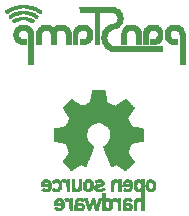
<source format=gbr>
G04 #@! TF.GenerationSoftware,KiCad,Pcbnew,5.0.2-bee76a0~70~ubuntu18.04.1*
G04 #@! TF.CreationDate,2019-09-06T11:31:54+02:00*
G04 #@! TF.ProjectId,respira_fiware,72657370-6972-4615-9f66-69776172652e,1.0*
G04 #@! TF.SameCoordinates,Original*
G04 #@! TF.FileFunction,Legend,Bot*
G04 #@! TF.FilePolarity,Positive*
%FSLAX46Y46*%
G04 Gerber Fmt 4.6, Leading zero omitted, Abs format (unit mm)*
G04 Created by KiCad (PCBNEW 5.0.2-bee76a0~70~ubuntu18.04.1) date vie 06 sep 2019 11:31:54 CEST*
%MOMM*%
%LPD*%
G01*
G04 APERTURE LIST*
%ADD10C,0.002540*%
%ADD11C,0.100000*%
G04 APERTURE END LIST*
D10*
G04 #@! TO.C,G\002A\002A\002A*
G36*
X79492000Y-75132400D02*
X79441200Y-75132400D01*
X79441200Y-75183200D01*
X79492000Y-75183200D01*
X79492000Y-75132400D01*
X79492000Y-75132400D01*
G37*
X79492000Y-75132400D02*
X79441200Y-75132400D01*
X79441200Y-75183200D01*
X79492000Y-75183200D01*
X79492000Y-75132400D01*
G36*
X79542800Y-75132400D02*
X79492000Y-75132400D01*
X79492000Y-75183200D01*
X79542800Y-75183200D01*
X79542800Y-75132400D01*
X79542800Y-75132400D01*
G37*
X79542800Y-75132400D02*
X79492000Y-75132400D01*
X79492000Y-75183200D01*
X79542800Y-75183200D01*
X79542800Y-75132400D01*
G36*
X79593600Y-75132400D02*
X79542800Y-75132400D01*
X79542800Y-75183200D01*
X79593600Y-75183200D01*
X79593600Y-75132400D01*
X79593600Y-75132400D01*
G37*
X79593600Y-75132400D02*
X79542800Y-75132400D01*
X79542800Y-75183200D01*
X79593600Y-75183200D01*
X79593600Y-75132400D01*
G36*
X79644400Y-75132400D02*
X79593600Y-75132400D01*
X79593600Y-75183200D01*
X79644400Y-75183200D01*
X79644400Y-75132400D01*
X79644400Y-75132400D01*
G37*
X79644400Y-75132400D02*
X79593600Y-75132400D01*
X79593600Y-75183200D01*
X79644400Y-75183200D01*
X79644400Y-75132400D01*
G36*
X79695200Y-75132400D02*
X79644400Y-75132400D01*
X79644400Y-75183200D01*
X79695200Y-75183200D01*
X79695200Y-75132400D01*
X79695200Y-75132400D01*
G37*
X79695200Y-75132400D02*
X79644400Y-75132400D01*
X79644400Y-75183200D01*
X79695200Y-75183200D01*
X79695200Y-75132400D01*
G36*
X79746000Y-75132400D02*
X79695200Y-75132400D01*
X79695200Y-75183200D01*
X79746000Y-75183200D01*
X79746000Y-75132400D01*
X79746000Y-75132400D01*
G37*
X79746000Y-75132400D02*
X79695200Y-75132400D01*
X79695200Y-75183200D01*
X79746000Y-75183200D01*
X79746000Y-75132400D01*
G36*
X79796800Y-75132400D02*
X79746000Y-75132400D01*
X79746000Y-75183200D01*
X79796800Y-75183200D01*
X79796800Y-75132400D01*
X79796800Y-75132400D01*
G37*
X79796800Y-75132400D02*
X79746000Y-75132400D01*
X79746000Y-75183200D01*
X79796800Y-75183200D01*
X79796800Y-75132400D01*
G36*
X79847600Y-75132400D02*
X79796800Y-75132400D01*
X79796800Y-75183200D01*
X79847600Y-75183200D01*
X79847600Y-75132400D01*
X79847600Y-75132400D01*
G37*
X79847600Y-75132400D02*
X79796800Y-75132400D01*
X79796800Y-75183200D01*
X79847600Y-75183200D01*
X79847600Y-75132400D01*
G36*
X92344400Y-75132400D02*
X92293600Y-75132400D01*
X92293600Y-75183200D01*
X92344400Y-75183200D01*
X92344400Y-75132400D01*
X92344400Y-75132400D01*
G37*
X92344400Y-75132400D02*
X92293600Y-75132400D01*
X92293600Y-75183200D01*
X92344400Y-75183200D01*
X92344400Y-75132400D01*
G36*
X92395200Y-75132400D02*
X92344400Y-75132400D01*
X92344400Y-75183200D01*
X92395200Y-75183200D01*
X92395200Y-75132400D01*
X92395200Y-75132400D01*
G37*
X92395200Y-75132400D02*
X92344400Y-75132400D01*
X92344400Y-75183200D01*
X92395200Y-75183200D01*
X92395200Y-75132400D01*
G36*
X92446000Y-75132400D02*
X92395200Y-75132400D01*
X92395200Y-75183200D01*
X92446000Y-75183200D01*
X92446000Y-75132400D01*
X92446000Y-75132400D01*
G37*
X92446000Y-75132400D02*
X92395200Y-75132400D01*
X92395200Y-75183200D01*
X92446000Y-75183200D01*
X92446000Y-75132400D01*
G36*
X92496800Y-75132400D02*
X92446000Y-75132400D01*
X92446000Y-75183200D01*
X92496800Y-75183200D01*
X92496800Y-75132400D01*
X92496800Y-75132400D01*
G37*
X92496800Y-75132400D02*
X92446000Y-75132400D01*
X92446000Y-75183200D01*
X92496800Y-75183200D01*
X92496800Y-75132400D01*
G36*
X92547600Y-75132400D02*
X92496800Y-75132400D01*
X92496800Y-75183200D01*
X92547600Y-75183200D01*
X92547600Y-75132400D01*
X92547600Y-75132400D01*
G37*
X92547600Y-75132400D02*
X92496800Y-75132400D01*
X92496800Y-75183200D01*
X92547600Y-75183200D01*
X92547600Y-75132400D01*
G36*
X92598400Y-75132400D02*
X92547600Y-75132400D01*
X92547600Y-75183200D01*
X92598400Y-75183200D01*
X92598400Y-75132400D01*
X92598400Y-75132400D01*
G37*
X92598400Y-75132400D02*
X92547600Y-75132400D01*
X92547600Y-75183200D01*
X92598400Y-75183200D01*
X92598400Y-75132400D01*
G36*
X92649200Y-75132400D02*
X92598400Y-75132400D01*
X92598400Y-75183200D01*
X92649200Y-75183200D01*
X92649200Y-75132400D01*
X92649200Y-75132400D01*
G37*
X92649200Y-75132400D02*
X92598400Y-75132400D01*
X92598400Y-75183200D01*
X92649200Y-75183200D01*
X92649200Y-75132400D01*
G36*
X92700000Y-75132400D02*
X92649200Y-75132400D01*
X92649200Y-75183200D01*
X92700000Y-75183200D01*
X92700000Y-75132400D01*
X92700000Y-75132400D01*
G37*
X92700000Y-75132400D02*
X92649200Y-75132400D01*
X92649200Y-75183200D01*
X92700000Y-75183200D01*
X92700000Y-75132400D01*
G36*
X79492000Y-75081600D02*
X79441200Y-75081600D01*
X79441200Y-75132400D01*
X79492000Y-75132400D01*
X79492000Y-75081600D01*
X79492000Y-75081600D01*
G37*
X79492000Y-75081600D02*
X79441200Y-75081600D01*
X79441200Y-75132400D01*
X79492000Y-75132400D01*
X79492000Y-75081600D01*
G36*
X79542800Y-75081600D02*
X79492000Y-75081600D01*
X79492000Y-75132400D01*
X79542800Y-75132400D01*
X79542800Y-75081600D01*
X79542800Y-75081600D01*
G37*
X79542800Y-75081600D02*
X79492000Y-75081600D01*
X79492000Y-75132400D01*
X79542800Y-75132400D01*
X79542800Y-75081600D01*
G36*
X79593600Y-75081600D02*
X79542800Y-75081600D01*
X79542800Y-75132400D01*
X79593600Y-75132400D01*
X79593600Y-75081600D01*
X79593600Y-75081600D01*
G37*
X79593600Y-75081600D02*
X79542800Y-75081600D01*
X79542800Y-75132400D01*
X79593600Y-75132400D01*
X79593600Y-75081600D01*
G36*
X79644400Y-75081600D02*
X79593600Y-75081600D01*
X79593600Y-75132400D01*
X79644400Y-75132400D01*
X79644400Y-75081600D01*
X79644400Y-75081600D01*
G37*
X79644400Y-75081600D02*
X79593600Y-75081600D01*
X79593600Y-75132400D01*
X79644400Y-75132400D01*
X79644400Y-75081600D01*
G36*
X79695200Y-75081600D02*
X79644400Y-75081600D01*
X79644400Y-75132400D01*
X79695200Y-75132400D01*
X79695200Y-75081600D01*
X79695200Y-75081600D01*
G37*
X79695200Y-75081600D02*
X79644400Y-75081600D01*
X79644400Y-75132400D01*
X79695200Y-75132400D01*
X79695200Y-75081600D01*
G36*
X79746000Y-75081600D02*
X79695200Y-75081600D01*
X79695200Y-75132400D01*
X79746000Y-75132400D01*
X79746000Y-75081600D01*
X79746000Y-75081600D01*
G37*
X79746000Y-75081600D02*
X79695200Y-75081600D01*
X79695200Y-75132400D01*
X79746000Y-75132400D01*
X79746000Y-75081600D01*
G36*
X79796800Y-75081600D02*
X79746000Y-75081600D01*
X79746000Y-75132400D01*
X79796800Y-75132400D01*
X79796800Y-75081600D01*
X79796800Y-75081600D01*
G37*
X79796800Y-75081600D02*
X79746000Y-75081600D01*
X79746000Y-75132400D01*
X79796800Y-75132400D01*
X79796800Y-75081600D01*
G36*
X79847600Y-75081600D02*
X79796800Y-75081600D01*
X79796800Y-75132400D01*
X79847600Y-75132400D01*
X79847600Y-75081600D01*
X79847600Y-75081600D01*
G37*
X79847600Y-75081600D02*
X79796800Y-75081600D01*
X79796800Y-75132400D01*
X79847600Y-75132400D01*
X79847600Y-75081600D01*
G36*
X92344400Y-75081600D02*
X92293600Y-75081600D01*
X92293600Y-75132400D01*
X92344400Y-75132400D01*
X92344400Y-75081600D01*
X92344400Y-75081600D01*
G37*
X92344400Y-75081600D02*
X92293600Y-75081600D01*
X92293600Y-75132400D01*
X92344400Y-75132400D01*
X92344400Y-75081600D01*
G36*
X92395200Y-75081600D02*
X92344400Y-75081600D01*
X92344400Y-75132400D01*
X92395200Y-75132400D01*
X92395200Y-75081600D01*
X92395200Y-75081600D01*
G37*
X92395200Y-75081600D02*
X92344400Y-75081600D01*
X92344400Y-75132400D01*
X92395200Y-75132400D01*
X92395200Y-75081600D01*
G36*
X92446000Y-75081600D02*
X92395200Y-75081600D01*
X92395200Y-75132400D01*
X92446000Y-75132400D01*
X92446000Y-75081600D01*
X92446000Y-75081600D01*
G37*
X92446000Y-75081600D02*
X92395200Y-75081600D01*
X92395200Y-75132400D01*
X92446000Y-75132400D01*
X92446000Y-75081600D01*
G36*
X92496800Y-75081600D02*
X92446000Y-75081600D01*
X92446000Y-75132400D01*
X92496800Y-75132400D01*
X92496800Y-75081600D01*
X92496800Y-75081600D01*
G37*
X92496800Y-75081600D02*
X92446000Y-75081600D01*
X92446000Y-75132400D01*
X92496800Y-75132400D01*
X92496800Y-75081600D01*
G36*
X92547600Y-75081600D02*
X92496800Y-75081600D01*
X92496800Y-75132400D01*
X92547600Y-75132400D01*
X92547600Y-75081600D01*
X92547600Y-75081600D01*
G37*
X92547600Y-75081600D02*
X92496800Y-75081600D01*
X92496800Y-75132400D01*
X92547600Y-75132400D01*
X92547600Y-75081600D01*
G36*
X92598400Y-75081600D02*
X92547600Y-75081600D01*
X92547600Y-75132400D01*
X92598400Y-75132400D01*
X92598400Y-75081600D01*
X92598400Y-75081600D01*
G37*
X92598400Y-75081600D02*
X92547600Y-75081600D01*
X92547600Y-75132400D01*
X92598400Y-75132400D01*
X92598400Y-75081600D01*
G36*
X92649200Y-75081600D02*
X92598400Y-75081600D01*
X92598400Y-75132400D01*
X92649200Y-75132400D01*
X92649200Y-75081600D01*
X92649200Y-75081600D01*
G37*
X92649200Y-75081600D02*
X92598400Y-75081600D01*
X92598400Y-75132400D01*
X92649200Y-75132400D01*
X92649200Y-75081600D01*
G36*
X92700000Y-75081600D02*
X92649200Y-75081600D01*
X92649200Y-75132400D01*
X92700000Y-75132400D01*
X92700000Y-75081600D01*
X92700000Y-75081600D01*
G37*
X92700000Y-75081600D02*
X92649200Y-75081600D01*
X92649200Y-75132400D01*
X92700000Y-75132400D01*
X92700000Y-75081600D01*
G36*
X79492000Y-75030800D02*
X79441200Y-75030800D01*
X79441200Y-75081600D01*
X79492000Y-75081600D01*
X79492000Y-75030800D01*
X79492000Y-75030800D01*
G37*
X79492000Y-75030800D02*
X79441200Y-75030800D01*
X79441200Y-75081600D01*
X79492000Y-75081600D01*
X79492000Y-75030800D01*
G36*
X79542800Y-75030800D02*
X79492000Y-75030800D01*
X79492000Y-75081600D01*
X79542800Y-75081600D01*
X79542800Y-75030800D01*
X79542800Y-75030800D01*
G37*
X79542800Y-75030800D02*
X79492000Y-75030800D01*
X79492000Y-75081600D01*
X79542800Y-75081600D01*
X79542800Y-75030800D01*
G36*
X79593600Y-75030800D02*
X79542800Y-75030800D01*
X79542800Y-75081600D01*
X79593600Y-75081600D01*
X79593600Y-75030800D01*
X79593600Y-75030800D01*
G37*
X79593600Y-75030800D02*
X79542800Y-75030800D01*
X79542800Y-75081600D01*
X79593600Y-75081600D01*
X79593600Y-75030800D01*
G36*
X79644400Y-75030800D02*
X79593600Y-75030800D01*
X79593600Y-75081600D01*
X79644400Y-75081600D01*
X79644400Y-75030800D01*
X79644400Y-75030800D01*
G37*
X79644400Y-75030800D02*
X79593600Y-75030800D01*
X79593600Y-75081600D01*
X79644400Y-75081600D01*
X79644400Y-75030800D01*
G36*
X79695200Y-75030800D02*
X79644400Y-75030800D01*
X79644400Y-75081600D01*
X79695200Y-75081600D01*
X79695200Y-75030800D01*
X79695200Y-75030800D01*
G37*
X79695200Y-75030800D02*
X79644400Y-75030800D01*
X79644400Y-75081600D01*
X79695200Y-75081600D01*
X79695200Y-75030800D01*
G36*
X79746000Y-75030800D02*
X79695200Y-75030800D01*
X79695200Y-75081600D01*
X79746000Y-75081600D01*
X79746000Y-75030800D01*
X79746000Y-75030800D01*
G37*
X79746000Y-75030800D02*
X79695200Y-75030800D01*
X79695200Y-75081600D01*
X79746000Y-75081600D01*
X79746000Y-75030800D01*
G36*
X79796800Y-75030800D02*
X79746000Y-75030800D01*
X79746000Y-75081600D01*
X79796800Y-75081600D01*
X79796800Y-75030800D01*
X79796800Y-75030800D01*
G37*
X79796800Y-75030800D02*
X79746000Y-75030800D01*
X79746000Y-75081600D01*
X79796800Y-75081600D01*
X79796800Y-75030800D01*
G36*
X79847600Y-75030800D02*
X79796800Y-75030800D01*
X79796800Y-75081600D01*
X79847600Y-75081600D01*
X79847600Y-75030800D01*
X79847600Y-75030800D01*
G37*
X79847600Y-75030800D02*
X79796800Y-75030800D01*
X79796800Y-75081600D01*
X79847600Y-75081600D01*
X79847600Y-75030800D01*
G36*
X92344400Y-75030800D02*
X92293600Y-75030800D01*
X92293600Y-75081600D01*
X92344400Y-75081600D01*
X92344400Y-75030800D01*
X92344400Y-75030800D01*
G37*
X92344400Y-75030800D02*
X92293600Y-75030800D01*
X92293600Y-75081600D01*
X92344400Y-75081600D01*
X92344400Y-75030800D01*
G36*
X92395200Y-75030800D02*
X92344400Y-75030800D01*
X92344400Y-75081600D01*
X92395200Y-75081600D01*
X92395200Y-75030800D01*
X92395200Y-75030800D01*
G37*
X92395200Y-75030800D02*
X92344400Y-75030800D01*
X92344400Y-75081600D01*
X92395200Y-75081600D01*
X92395200Y-75030800D01*
G36*
X92446000Y-75030800D02*
X92395200Y-75030800D01*
X92395200Y-75081600D01*
X92446000Y-75081600D01*
X92446000Y-75030800D01*
X92446000Y-75030800D01*
G37*
X92446000Y-75030800D02*
X92395200Y-75030800D01*
X92395200Y-75081600D01*
X92446000Y-75081600D01*
X92446000Y-75030800D01*
G36*
X92496800Y-75030800D02*
X92446000Y-75030800D01*
X92446000Y-75081600D01*
X92496800Y-75081600D01*
X92496800Y-75030800D01*
X92496800Y-75030800D01*
G37*
X92496800Y-75030800D02*
X92446000Y-75030800D01*
X92446000Y-75081600D01*
X92496800Y-75081600D01*
X92496800Y-75030800D01*
G36*
X92547600Y-75030800D02*
X92496800Y-75030800D01*
X92496800Y-75081600D01*
X92547600Y-75081600D01*
X92547600Y-75030800D01*
X92547600Y-75030800D01*
G37*
X92547600Y-75030800D02*
X92496800Y-75030800D01*
X92496800Y-75081600D01*
X92547600Y-75081600D01*
X92547600Y-75030800D01*
G36*
X92598400Y-75030800D02*
X92547600Y-75030800D01*
X92547600Y-75081600D01*
X92598400Y-75081600D01*
X92598400Y-75030800D01*
X92598400Y-75030800D01*
G37*
X92598400Y-75030800D02*
X92547600Y-75030800D01*
X92547600Y-75081600D01*
X92598400Y-75081600D01*
X92598400Y-75030800D01*
G36*
X92649200Y-75030800D02*
X92598400Y-75030800D01*
X92598400Y-75081600D01*
X92649200Y-75081600D01*
X92649200Y-75030800D01*
X92649200Y-75030800D01*
G37*
X92649200Y-75030800D02*
X92598400Y-75030800D01*
X92598400Y-75081600D01*
X92649200Y-75081600D01*
X92649200Y-75030800D01*
G36*
X92700000Y-75030800D02*
X92649200Y-75030800D01*
X92649200Y-75081600D01*
X92700000Y-75081600D01*
X92700000Y-75030800D01*
X92700000Y-75030800D01*
G37*
X92700000Y-75030800D02*
X92649200Y-75030800D01*
X92649200Y-75081600D01*
X92700000Y-75081600D01*
X92700000Y-75030800D01*
G36*
X79492000Y-74980000D02*
X79441200Y-74980000D01*
X79441200Y-75030800D01*
X79492000Y-75030800D01*
X79492000Y-74980000D01*
X79492000Y-74980000D01*
G37*
X79492000Y-74980000D02*
X79441200Y-74980000D01*
X79441200Y-75030800D01*
X79492000Y-75030800D01*
X79492000Y-74980000D01*
G36*
X79542800Y-74980000D02*
X79492000Y-74980000D01*
X79492000Y-75030800D01*
X79542800Y-75030800D01*
X79542800Y-74980000D01*
X79542800Y-74980000D01*
G37*
X79542800Y-74980000D02*
X79492000Y-74980000D01*
X79492000Y-75030800D01*
X79542800Y-75030800D01*
X79542800Y-74980000D01*
G36*
X79593600Y-74980000D02*
X79542800Y-74980000D01*
X79542800Y-75030800D01*
X79593600Y-75030800D01*
X79593600Y-74980000D01*
X79593600Y-74980000D01*
G37*
X79593600Y-74980000D02*
X79542800Y-74980000D01*
X79542800Y-75030800D01*
X79593600Y-75030800D01*
X79593600Y-74980000D01*
G36*
X79644400Y-74980000D02*
X79593600Y-74980000D01*
X79593600Y-75030800D01*
X79644400Y-75030800D01*
X79644400Y-74980000D01*
X79644400Y-74980000D01*
G37*
X79644400Y-74980000D02*
X79593600Y-74980000D01*
X79593600Y-75030800D01*
X79644400Y-75030800D01*
X79644400Y-74980000D01*
G36*
X79695200Y-74980000D02*
X79644400Y-74980000D01*
X79644400Y-75030800D01*
X79695200Y-75030800D01*
X79695200Y-74980000D01*
X79695200Y-74980000D01*
G37*
X79695200Y-74980000D02*
X79644400Y-74980000D01*
X79644400Y-75030800D01*
X79695200Y-75030800D01*
X79695200Y-74980000D01*
G36*
X79746000Y-74980000D02*
X79695200Y-74980000D01*
X79695200Y-75030800D01*
X79746000Y-75030800D01*
X79746000Y-74980000D01*
X79746000Y-74980000D01*
G37*
X79746000Y-74980000D02*
X79695200Y-74980000D01*
X79695200Y-75030800D01*
X79746000Y-75030800D01*
X79746000Y-74980000D01*
G36*
X79796800Y-74980000D02*
X79746000Y-74980000D01*
X79746000Y-75030800D01*
X79796800Y-75030800D01*
X79796800Y-74980000D01*
X79796800Y-74980000D01*
G37*
X79796800Y-74980000D02*
X79746000Y-74980000D01*
X79746000Y-75030800D01*
X79796800Y-75030800D01*
X79796800Y-74980000D01*
G36*
X79847600Y-74980000D02*
X79796800Y-74980000D01*
X79796800Y-75030800D01*
X79847600Y-75030800D01*
X79847600Y-74980000D01*
X79847600Y-74980000D01*
G37*
X79847600Y-74980000D02*
X79796800Y-74980000D01*
X79796800Y-75030800D01*
X79847600Y-75030800D01*
X79847600Y-74980000D01*
G36*
X92344400Y-74980000D02*
X92293600Y-74980000D01*
X92293600Y-75030800D01*
X92344400Y-75030800D01*
X92344400Y-74980000D01*
X92344400Y-74980000D01*
G37*
X92344400Y-74980000D02*
X92293600Y-74980000D01*
X92293600Y-75030800D01*
X92344400Y-75030800D01*
X92344400Y-74980000D01*
G36*
X92395200Y-74980000D02*
X92344400Y-74980000D01*
X92344400Y-75030800D01*
X92395200Y-75030800D01*
X92395200Y-74980000D01*
X92395200Y-74980000D01*
G37*
X92395200Y-74980000D02*
X92344400Y-74980000D01*
X92344400Y-75030800D01*
X92395200Y-75030800D01*
X92395200Y-74980000D01*
G36*
X92446000Y-74980000D02*
X92395200Y-74980000D01*
X92395200Y-75030800D01*
X92446000Y-75030800D01*
X92446000Y-74980000D01*
X92446000Y-74980000D01*
G37*
X92446000Y-74980000D02*
X92395200Y-74980000D01*
X92395200Y-75030800D01*
X92446000Y-75030800D01*
X92446000Y-74980000D01*
G36*
X92496800Y-74980000D02*
X92446000Y-74980000D01*
X92446000Y-75030800D01*
X92496800Y-75030800D01*
X92496800Y-74980000D01*
X92496800Y-74980000D01*
G37*
X92496800Y-74980000D02*
X92446000Y-74980000D01*
X92446000Y-75030800D01*
X92496800Y-75030800D01*
X92496800Y-74980000D01*
G36*
X92547600Y-74980000D02*
X92496800Y-74980000D01*
X92496800Y-75030800D01*
X92547600Y-75030800D01*
X92547600Y-74980000D01*
X92547600Y-74980000D01*
G37*
X92547600Y-74980000D02*
X92496800Y-74980000D01*
X92496800Y-75030800D01*
X92547600Y-75030800D01*
X92547600Y-74980000D01*
G36*
X92598400Y-74980000D02*
X92547600Y-74980000D01*
X92547600Y-75030800D01*
X92598400Y-75030800D01*
X92598400Y-74980000D01*
X92598400Y-74980000D01*
G37*
X92598400Y-74980000D02*
X92547600Y-74980000D01*
X92547600Y-75030800D01*
X92598400Y-75030800D01*
X92598400Y-74980000D01*
G36*
X92649200Y-74980000D02*
X92598400Y-74980000D01*
X92598400Y-75030800D01*
X92649200Y-75030800D01*
X92649200Y-74980000D01*
X92649200Y-74980000D01*
G37*
X92649200Y-74980000D02*
X92598400Y-74980000D01*
X92598400Y-75030800D01*
X92649200Y-75030800D01*
X92649200Y-74980000D01*
G36*
X92700000Y-74980000D02*
X92649200Y-74980000D01*
X92649200Y-75030800D01*
X92700000Y-75030800D01*
X92700000Y-74980000D01*
X92700000Y-74980000D01*
G37*
X92700000Y-74980000D02*
X92649200Y-74980000D01*
X92649200Y-75030800D01*
X92700000Y-75030800D01*
X92700000Y-74980000D01*
G36*
X79492000Y-74929200D02*
X79441200Y-74929200D01*
X79441200Y-74980000D01*
X79492000Y-74980000D01*
X79492000Y-74929200D01*
X79492000Y-74929200D01*
G37*
X79492000Y-74929200D02*
X79441200Y-74929200D01*
X79441200Y-74980000D01*
X79492000Y-74980000D01*
X79492000Y-74929200D01*
G36*
X79542800Y-74929200D02*
X79492000Y-74929200D01*
X79492000Y-74980000D01*
X79542800Y-74980000D01*
X79542800Y-74929200D01*
X79542800Y-74929200D01*
G37*
X79542800Y-74929200D02*
X79492000Y-74929200D01*
X79492000Y-74980000D01*
X79542800Y-74980000D01*
X79542800Y-74929200D01*
G36*
X79593600Y-74929200D02*
X79542800Y-74929200D01*
X79542800Y-74980000D01*
X79593600Y-74980000D01*
X79593600Y-74929200D01*
X79593600Y-74929200D01*
G37*
X79593600Y-74929200D02*
X79542800Y-74929200D01*
X79542800Y-74980000D01*
X79593600Y-74980000D01*
X79593600Y-74929200D01*
G36*
X79644400Y-74929200D02*
X79593600Y-74929200D01*
X79593600Y-74980000D01*
X79644400Y-74980000D01*
X79644400Y-74929200D01*
X79644400Y-74929200D01*
G37*
X79644400Y-74929200D02*
X79593600Y-74929200D01*
X79593600Y-74980000D01*
X79644400Y-74980000D01*
X79644400Y-74929200D01*
G36*
X79695200Y-74929200D02*
X79644400Y-74929200D01*
X79644400Y-74980000D01*
X79695200Y-74980000D01*
X79695200Y-74929200D01*
X79695200Y-74929200D01*
G37*
X79695200Y-74929200D02*
X79644400Y-74929200D01*
X79644400Y-74980000D01*
X79695200Y-74980000D01*
X79695200Y-74929200D01*
G36*
X79746000Y-74929200D02*
X79695200Y-74929200D01*
X79695200Y-74980000D01*
X79746000Y-74980000D01*
X79746000Y-74929200D01*
X79746000Y-74929200D01*
G37*
X79746000Y-74929200D02*
X79695200Y-74929200D01*
X79695200Y-74980000D01*
X79746000Y-74980000D01*
X79746000Y-74929200D01*
G36*
X79796800Y-74929200D02*
X79746000Y-74929200D01*
X79746000Y-74980000D01*
X79796800Y-74980000D01*
X79796800Y-74929200D01*
X79796800Y-74929200D01*
G37*
X79796800Y-74929200D02*
X79746000Y-74929200D01*
X79746000Y-74980000D01*
X79796800Y-74980000D01*
X79796800Y-74929200D01*
G36*
X79847600Y-74929200D02*
X79796800Y-74929200D01*
X79796800Y-74980000D01*
X79847600Y-74980000D01*
X79847600Y-74929200D01*
X79847600Y-74929200D01*
G37*
X79847600Y-74929200D02*
X79796800Y-74929200D01*
X79796800Y-74980000D01*
X79847600Y-74980000D01*
X79847600Y-74929200D01*
G36*
X92344400Y-74929200D02*
X92293600Y-74929200D01*
X92293600Y-74980000D01*
X92344400Y-74980000D01*
X92344400Y-74929200D01*
X92344400Y-74929200D01*
G37*
X92344400Y-74929200D02*
X92293600Y-74929200D01*
X92293600Y-74980000D01*
X92344400Y-74980000D01*
X92344400Y-74929200D01*
G36*
X92395200Y-74929200D02*
X92344400Y-74929200D01*
X92344400Y-74980000D01*
X92395200Y-74980000D01*
X92395200Y-74929200D01*
X92395200Y-74929200D01*
G37*
X92395200Y-74929200D02*
X92344400Y-74929200D01*
X92344400Y-74980000D01*
X92395200Y-74980000D01*
X92395200Y-74929200D01*
G36*
X92446000Y-74929200D02*
X92395200Y-74929200D01*
X92395200Y-74980000D01*
X92446000Y-74980000D01*
X92446000Y-74929200D01*
X92446000Y-74929200D01*
G37*
X92446000Y-74929200D02*
X92395200Y-74929200D01*
X92395200Y-74980000D01*
X92446000Y-74980000D01*
X92446000Y-74929200D01*
G36*
X92496800Y-74929200D02*
X92446000Y-74929200D01*
X92446000Y-74980000D01*
X92496800Y-74980000D01*
X92496800Y-74929200D01*
X92496800Y-74929200D01*
G37*
X92496800Y-74929200D02*
X92446000Y-74929200D01*
X92446000Y-74980000D01*
X92496800Y-74980000D01*
X92496800Y-74929200D01*
G36*
X92547600Y-74929200D02*
X92496800Y-74929200D01*
X92496800Y-74980000D01*
X92547600Y-74980000D01*
X92547600Y-74929200D01*
X92547600Y-74929200D01*
G37*
X92547600Y-74929200D02*
X92496800Y-74929200D01*
X92496800Y-74980000D01*
X92547600Y-74980000D01*
X92547600Y-74929200D01*
G36*
X92598400Y-74929200D02*
X92547600Y-74929200D01*
X92547600Y-74980000D01*
X92598400Y-74980000D01*
X92598400Y-74929200D01*
X92598400Y-74929200D01*
G37*
X92598400Y-74929200D02*
X92547600Y-74929200D01*
X92547600Y-74980000D01*
X92598400Y-74980000D01*
X92598400Y-74929200D01*
G36*
X92649200Y-74929200D02*
X92598400Y-74929200D01*
X92598400Y-74980000D01*
X92649200Y-74980000D01*
X92649200Y-74929200D01*
X92649200Y-74929200D01*
G37*
X92649200Y-74929200D02*
X92598400Y-74929200D01*
X92598400Y-74980000D01*
X92649200Y-74980000D01*
X92649200Y-74929200D01*
G36*
X92700000Y-74929200D02*
X92649200Y-74929200D01*
X92649200Y-74980000D01*
X92700000Y-74980000D01*
X92700000Y-74929200D01*
X92700000Y-74929200D01*
G37*
X92700000Y-74929200D02*
X92649200Y-74929200D01*
X92649200Y-74980000D01*
X92700000Y-74980000D01*
X92700000Y-74929200D01*
G36*
X79492000Y-74878400D02*
X79441200Y-74878400D01*
X79441200Y-74929200D01*
X79492000Y-74929200D01*
X79492000Y-74878400D01*
X79492000Y-74878400D01*
G37*
X79492000Y-74878400D02*
X79441200Y-74878400D01*
X79441200Y-74929200D01*
X79492000Y-74929200D01*
X79492000Y-74878400D01*
G36*
X79542800Y-74878400D02*
X79492000Y-74878400D01*
X79492000Y-74929200D01*
X79542800Y-74929200D01*
X79542800Y-74878400D01*
X79542800Y-74878400D01*
G37*
X79542800Y-74878400D02*
X79492000Y-74878400D01*
X79492000Y-74929200D01*
X79542800Y-74929200D01*
X79542800Y-74878400D01*
G36*
X79593600Y-74878400D02*
X79542800Y-74878400D01*
X79542800Y-74929200D01*
X79593600Y-74929200D01*
X79593600Y-74878400D01*
X79593600Y-74878400D01*
G37*
X79593600Y-74878400D02*
X79542800Y-74878400D01*
X79542800Y-74929200D01*
X79593600Y-74929200D01*
X79593600Y-74878400D01*
G36*
X79644400Y-74878400D02*
X79593600Y-74878400D01*
X79593600Y-74929200D01*
X79644400Y-74929200D01*
X79644400Y-74878400D01*
X79644400Y-74878400D01*
G37*
X79644400Y-74878400D02*
X79593600Y-74878400D01*
X79593600Y-74929200D01*
X79644400Y-74929200D01*
X79644400Y-74878400D01*
G36*
X79695200Y-74878400D02*
X79644400Y-74878400D01*
X79644400Y-74929200D01*
X79695200Y-74929200D01*
X79695200Y-74878400D01*
X79695200Y-74878400D01*
G37*
X79695200Y-74878400D02*
X79644400Y-74878400D01*
X79644400Y-74929200D01*
X79695200Y-74929200D01*
X79695200Y-74878400D01*
G36*
X79746000Y-74878400D02*
X79695200Y-74878400D01*
X79695200Y-74929200D01*
X79746000Y-74929200D01*
X79746000Y-74878400D01*
X79746000Y-74878400D01*
G37*
X79746000Y-74878400D02*
X79695200Y-74878400D01*
X79695200Y-74929200D01*
X79746000Y-74929200D01*
X79746000Y-74878400D01*
G36*
X79796800Y-74878400D02*
X79746000Y-74878400D01*
X79746000Y-74929200D01*
X79796800Y-74929200D01*
X79796800Y-74878400D01*
X79796800Y-74878400D01*
G37*
X79796800Y-74878400D02*
X79746000Y-74878400D01*
X79746000Y-74929200D01*
X79796800Y-74929200D01*
X79796800Y-74878400D01*
G36*
X79847600Y-74878400D02*
X79796800Y-74878400D01*
X79796800Y-74929200D01*
X79847600Y-74929200D01*
X79847600Y-74878400D01*
X79847600Y-74878400D01*
G37*
X79847600Y-74878400D02*
X79796800Y-74878400D01*
X79796800Y-74929200D01*
X79847600Y-74929200D01*
X79847600Y-74878400D01*
G36*
X92344400Y-74878400D02*
X92293600Y-74878400D01*
X92293600Y-74929200D01*
X92344400Y-74929200D01*
X92344400Y-74878400D01*
X92344400Y-74878400D01*
G37*
X92344400Y-74878400D02*
X92293600Y-74878400D01*
X92293600Y-74929200D01*
X92344400Y-74929200D01*
X92344400Y-74878400D01*
G36*
X92395200Y-74878400D02*
X92344400Y-74878400D01*
X92344400Y-74929200D01*
X92395200Y-74929200D01*
X92395200Y-74878400D01*
X92395200Y-74878400D01*
G37*
X92395200Y-74878400D02*
X92344400Y-74878400D01*
X92344400Y-74929200D01*
X92395200Y-74929200D01*
X92395200Y-74878400D01*
G36*
X92446000Y-74878400D02*
X92395200Y-74878400D01*
X92395200Y-74929200D01*
X92446000Y-74929200D01*
X92446000Y-74878400D01*
X92446000Y-74878400D01*
G37*
X92446000Y-74878400D02*
X92395200Y-74878400D01*
X92395200Y-74929200D01*
X92446000Y-74929200D01*
X92446000Y-74878400D01*
G36*
X92496800Y-74878400D02*
X92446000Y-74878400D01*
X92446000Y-74929200D01*
X92496800Y-74929200D01*
X92496800Y-74878400D01*
X92496800Y-74878400D01*
G37*
X92496800Y-74878400D02*
X92446000Y-74878400D01*
X92446000Y-74929200D01*
X92496800Y-74929200D01*
X92496800Y-74878400D01*
G36*
X92547600Y-74878400D02*
X92496800Y-74878400D01*
X92496800Y-74929200D01*
X92547600Y-74929200D01*
X92547600Y-74878400D01*
X92547600Y-74878400D01*
G37*
X92547600Y-74878400D02*
X92496800Y-74878400D01*
X92496800Y-74929200D01*
X92547600Y-74929200D01*
X92547600Y-74878400D01*
G36*
X92598400Y-74878400D02*
X92547600Y-74878400D01*
X92547600Y-74929200D01*
X92598400Y-74929200D01*
X92598400Y-74878400D01*
X92598400Y-74878400D01*
G37*
X92598400Y-74878400D02*
X92547600Y-74878400D01*
X92547600Y-74929200D01*
X92598400Y-74929200D01*
X92598400Y-74878400D01*
G36*
X92649200Y-74878400D02*
X92598400Y-74878400D01*
X92598400Y-74929200D01*
X92649200Y-74929200D01*
X92649200Y-74878400D01*
X92649200Y-74878400D01*
G37*
X92649200Y-74878400D02*
X92598400Y-74878400D01*
X92598400Y-74929200D01*
X92649200Y-74929200D01*
X92649200Y-74878400D01*
G36*
X92700000Y-74878400D02*
X92649200Y-74878400D01*
X92649200Y-74929200D01*
X92700000Y-74929200D01*
X92700000Y-74878400D01*
X92700000Y-74878400D01*
G37*
X92700000Y-74878400D02*
X92649200Y-74878400D01*
X92649200Y-74929200D01*
X92700000Y-74929200D01*
X92700000Y-74878400D01*
G36*
X79492000Y-74827600D02*
X79441200Y-74827600D01*
X79441200Y-74878400D01*
X79492000Y-74878400D01*
X79492000Y-74827600D01*
X79492000Y-74827600D01*
G37*
X79492000Y-74827600D02*
X79441200Y-74827600D01*
X79441200Y-74878400D01*
X79492000Y-74878400D01*
X79492000Y-74827600D01*
G36*
X79542800Y-74827600D02*
X79492000Y-74827600D01*
X79492000Y-74878400D01*
X79542800Y-74878400D01*
X79542800Y-74827600D01*
X79542800Y-74827600D01*
G37*
X79542800Y-74827600D02*
X79492000Y-74827600D01*
X79492000Y-74878400D01*
X79542800Y-74878400D01*
X79542800Y-74827600D01*
G36*
X79593600Y-74827600D02*
X79542800Y-74827600D01*
X79542800Y-74878400D01*
X79593600Y-74878400D01*
X79593600Y-74827600D01*
X79593600Y-74827600D01*
G37*
X79593600Y-74827600D02*
X79542800Y-74827600D01*
X79542800Y-74878400D01*
X79593600Y-74878400D01*
X79593600Y-74827600D01*
G36*
X79644400Y-74827600D02*
X79593600Y-74827600D01*
X79593600Y-74878400D01*
X79644400Y-74878400D01*
X79644400Y-74827600D01*
X79644400Y-74827600D01*
G37*
X79644400Y-74827600D02*
X79593600Y-74827600D01*
X79593600Y-74878400D01*
X79644400Y-74878400D01*
X79644400Y-74827600D01*
G36*
X79695200Y-74827600D02*
X79644400Y-74827600D01*
X79644400Y-74878400D01*
X79695200Y-74878400D01*
X79695200Y-74827600D01*
X79695200Y-74827600D01*
G37*
X79695200Y-74827600D02*
X79644400Y-74827600D01*
X79644400Y-74878400D01*
X79695200Y-74878400D01*
X79695200Y-74827600D01*
G36*
X79746000Y-74827600D02*
X79695200Y-74827600D01*
X79695200Y-74878400D01*
X79746000Y-74878400D01*
X79746000Y-74827600D01*
X79746000Y-74827600D01*
G37*
X79746000Y-74827600D02*
X79695200Y-74827600D01*
X79695200Y-74878400D01*
X79746000Y-74878400D01*
X79746000Y-74827600D01*
G36*
X79796800Y-74827600D02*
X79746000Y-74827600D01*
X79746000Y-74878400D01*
X79796800Y-74878400D01*
X79796800Y-74827600D01*
X79796800Y-74827600D01*
G37*
X79796800Y-74827600D02*
X79746000Y-74827600D01*
X79746000Y-74878400D01*
X79796800Y-74878400D01*
X79796800Y-74827600D01*
G36*
X79847600Y-74827600D02*
X79796800Y-74827600D01*
X79796800Y-74878400D01*
X79847600Y-74878400D01*
X79847600Y-74827600D01*
X79847600Y-74827600D01*
G37*
X79847600Y-74827600D02*
X79796800Y-74827600D01*
X79796800Y-74878400D01*
X79847600Y-74878400D01*
X79847600Y-74827600D01*
G36*
X92344400Y-74827600D02*
X92293600Y-74827600D01*
X92293600Y-74878400D01*
X92344400Y-74878400D01*
X92344400Y-74827600D01*
X92344400Y-74827600D01*
G37*
X92344400Y-74827600D02*
X92293600Y-74827600D01*
X92293600Y-74878400D01*
X92344400Y-74878400D01*
X92344400Y-74827600D01*
G36*
X92395200Y-74827600D02*
X92344400Y-74827600D01*
X92344400Y-74878400D01*
X92395200Y-74878400D01*
X92395200Y-74827600D01*
X92395200Y-74827600D01*
G37*
X92395200Y-74827600D02*
X92344400Y-74827600D01*
X92344400Y-74878400D01*
X92395200Y-74878400D01*
X92395200Y-74827600D01*
G36*
X92446000Y-74827600D02*
X92395200Y-74827600D01*
X92395200Y-74878400D01*
X92446000Y-74878400D01*
X92446000Y-74827600D01*
X92446000Y-74827600D01*
G37*
X92446000Y-74827600D02*
X92395200Y-74827600D01*
X92395200Y-74878400D01*
X92446000Y-74878400D01*
X92446000Y-74827600D01*
G36*
X92496800Y-74827600D02*
X92446000Y-74827600D01*
X92446000Y-74878400D01*
X92496800Y-74878400D01*
X92496800Y-74827600D01*
X92496800Y-74827600D01*
G37*
X92496800Y-74827600D02*
X92446000Y-74827600D01*
X92446000Y-74878400D01*
X92496800Y-74878400D01*
X92496800Y-74827600D01*
G36*
X92547600Y-74827600D02*
X92496800Y-74827600D01*
X92496800Y-74878400D01*
X92547600Y-74878400D01*
X92547600Y-74827600D01*
X92547600Y-74827600D01*
G37*
X92547600Y-74827600D02*
X92496800Y-74827600D01*
X92496800Y-74878400D01*
X92547600Y-74878400D01*
X92547600Y-74827600D01*
G36*
X92598400Y-74827600D02*
X92547600Y-74827600D01*
X92547600Y-74878400D01*
X92598400Y-74878400D01*
X92598400Y-74827600D01*
X92598400Y-74827600D01*
G37*
X92598400Y-74827600D02*
X92547600Y-74827600D01*
X92547600Y-74878400D01*
X92598400Y-74878400D01*
X92598400Y-74827600D01*
G36*
X92649200Y-74827600D02*
X92598400Y-74827600D01*
X92598400Y-74878400D01*
X92649200Y-74878400D01*
X92649200Y-74827600D01*
X92649200Y-74827600D01*
G37*
X92649200Y-74827600D02*
X92598400Y-74827600D01*
X92598400Y-74878400D01*
X92649200Y-74878400D01*
X92649200Y-74827600D01*
G36*
X92700000Y-74827600D02*
X92649200Y-74827600D01*
X92649200Y-74878400D01*
X92700000Y-74878400D01*
X92700000Y-74827600D01*
X92700000Y-74827600D01*
G37*
X92700000Y-74827600D02*
X92649200Y-74827600D01*
X92649200Y-74878400D01*
X92700000Y-74878400D01*
X92700000Y-74827600D01*
G36*
X79492000Y-74776800D02*
X79441200Y-74776800D01*
X79441200Y-74827600D01*
X79492000Y-74827600D01*
X79492000Y-74776800D01*
X79492000Y-74776800D01*
G37*
X79492000Y-74776800D02*
X79441200Y-74776800D01*
X79441200Y-74827600D01*
X79492000Y-74827600D01*
X79492000Y-74776800D01*
G36*
X79542800Y-74776800D02*
X79492000Y-74776800D01*
X79492000Y-74827600D01*
X79542800Y-74827600D01*
X79542800Y-74776800D01*
X79542800Y-74776800D01*
G37*
X79542800Y-74776800D02*
X79492000Y-74776800D01*
X79492000Y-74827600D01*
X79542800Y-74827600D01*
X79542800Y-74776800D01*
G36*
X79593600Y-74776800D02*
X79542800Y-74776800D01*
X79542800Y-74827600D01*
X79593600Y-74827600D01*
X79593600Y-74776800D01*
X79593600Y-74776800D01*
G37*
X79593600Y-74776800D02*
X79542800Y-74776800D01*
X79542800Y-74827600D01*
X79593600Y-74827600D01*
X79593600Y-74776800D01*
G36*
X79644400Y-74776800D02*
X79593600Y-74776800D01*
X79593600Y-74827600D01*
X79644400Y-74827600D01*
X79644400Y-74776800D01*
X79644400Y-74776800D01*
G37*
X79644400Y-74776800D02*
X79593600Y-74776800D01*
X79593600Y-74827600D01*
X79644400Y-74827600D01*
X79644400Y-74776800D01*
G36*
X79695200Y-74776800D02*
X79644400Y-74776800D01*
X79644400Y-74827600D01*
X79695200Y-74827600D01*
X79695200Y-74776800D01*
X79695200Y-74776800D01*
G37*
X79695200Y-74776800D02*
X79644400Y-74776800D01*
X79644400Y-74827600D01*
X79695200Y-74827600D01*
X79695200Y-74776800D01*
G36*
X79746000Y-74776800D02*
X79695200Y-74776800D01*
X79695200Y-74827600D01*
X79746000Y-74827600D01*
X79746000Y-74776800D01*
X79746000Y-74776800D01*
G37*
X79746000Y-74776800D02*
X79695200Y-74776800D01*
X79695200Y-74827600D01*
X79746000Y-74827600D01*
X79746000Y-74776800D01*
G36*
X79796800Y-74776800D02*
X79746000Y-74776800D01*
X79746000Y-74827600D01*
X79796800Y-74827600D01*
X79796800Y-74776800D01*
X79796800Y-74776800D01*
G37*
X79796800Y-74776800D02*
X79746000Y-74776800D01*
X79746000Y-74827600D01*
X79796800Y-74827600D01*
X79796800Y-74776800D01*
G36*
X79847600Y-74776800D02*
X79796800Y-74776800D01*
X79796800Y-74827600D01*
X79847600Y-74827600D01*
X79847600Y-74776800D01*
X79847600Y-74776800D01*
G37*
X79847600Y-74776800D02*
X79796800Y-74776800D01*
X79796800Y-74827600D01*
X79847600Y-74827600D01*
X79847600Y-74776800D01*
G36*
X92344400Y-74776800D02*
X92293600Y-74776800D01*
X92293600Y-74827600D01*
X92344400Y-74827600D01*
X92344400Y-74776800D01*
X92344400Y-74776800D01*
G37*
X92344400Y-74776800D02*
X92293600Y-74776800D01*
X92293600Y-74827600D01*
X92344400Y-74827600D01*
X92344400Y-74776800D01*
G36*
X92395200Y-74776800D02*
X92344400Y-74776800D01*
X92344400Y-74827600D01*
X92395200Y-74827600D01*
X92395200Y-74776800D01*
X92395200Y-74776800D01*
G37*
X92395200Y-74776800D02*
X92344400Y-74776800D01*
X92344400Y-74827600D01*
X92395200Y-74827600D01*
X92395200Y-74776800D01*
G36*
X92446000Y-74776800D02*
X92395200Y-74776800D01*
X92395200Y-74827600D01*
X92446000Y-74827600D01*
X92446000Y-74776800D01*
X92446000Y-74776800D01*
G37*
X92446000Y-74776800D02*
X92395200Y-74776800D01*
X92395200Y-74827600D01*
X92446000Y-74827600D01*
X92446000Y-74776800D01*
G36*
X92496800Y-74776800D02*
X92446000Y-74776800D01*
X92446000Y-74827600D01*
X92496800Y-74827600D01*
X92496800Y-74776800D01*
X92496800Y-74776800D01*
G37*
X92496800Y-74776800D02*
X92446000Y-74776800D01*
X92446000Y-74827600D01*
X92496800Y-74827600D01*
X92496800Y-74776800D01*
G36*
X92547600Y-74776800D02*
X92496800Y-74776800D01*
X92496800Y-74827600D01*
X92547600Y-74827600D01*
X92547600Y-74776800D01*
X92547600Y-74776800D01*
G37*
X92547600Y-74776800D02*
X92496800Y-74776800D01*
X92496800Y-74827600D01*
X92547600Y-74827600D01*
X92547600Y-74776800D01*
G36*
X92598400Y-74776800D02*
X92547600Y-74776800D01*
X92547600Y-74827600D01*
X92598400Y-74827600D01*
X92598400Y-74776800D01*
X92598400Y-74776800D01*
G37*
X92598400Y-74776800D02*
X92547600Y-74776800D01*
X92547600Y-74827600D01*
X92598400Y-74827600D01*
X92598400Y-74776800D01*
G36*
X92649200Y-74776800D02*
X92598400Y-74776800D01*
X92598400Y-74827600D01*
X92649200Y-74827600D01*
X92649200Y-74776800D01*
X92649200Y-74776800D01*
G37*
X92649200Y-74776800D02*
X92598400Y-74776800D01*
X92598400Y-74827600D01*
X92649200Y-74827600D01*
X92649200Y-74776800D01*
G36*
X92700000Y-74776800D02*
X92649200Y-74776800D01*
X92649200Y-74827600D01*
X92700000Y-74827600D01*
X92700000Y-74776800D01*
X92700000Y-74776800D01*
G37*
X92700000Y-74776800D02*
X92649200Y-74776800D01*
X92649200Y-74827600D01*
X92700000Y-74827600D01*
X92700000Y-74776800D01*
G36*
X79492000Y-74726000D02*
X79441200Y-74726000D01*
X79441200Y-74776800D01*
X79492000Y-74776800D01*
X79492000Y-74726000D01*
X79492000Y-74726000D01*
G37*
X79492000Y-74726000D02*
X79441200Y-74726000D01*
X79441200Y-74776800D01*
X79492000Y-74776800D01*
X79492000Y-74726000D01*
G36*
X79542800Y-74726000D02*
X79492000Y-74726000D01*
X79492000Y-74776800D01*
X79542800Y-74776800D01*
X79542800Y-74726000D01*
X79542800Y-74726000D01*
G37*
X79542800Y-74726000D02*
X79492000Y-74726000D01*
X79492000Y-74776800D01*
X79542800Y-74776800D01*
X79542800Y-74726000D01*
G36*
X79593600Y-74726000D02*
X79542800Y-74726000D01*
X79542800Y-74776800D01*
X79593600Y-74776800D01*
X79593600Y-74726000D01*
X79593600Y-74726000D01*
G37*
X79593600Y-74726000D02*
X79542800Y-74726000D01*
X79542800Y-74776800D01*
X79593600Y-74776800D01*
X79593600Y-74726000D01*
G36*
X79644400Y-74726000D02*
X79593600Y-74726000D01*
X79593600Y-74776800D01*
X79644400Y-74776800D01*
X79644400Y-74726000D01*
X79644400Y-74726000D01*
G37*
X79644400Y-74726000D02*
X79593600Y-74726000D01*
X79593600Y-74776800D01*
X79644400Y-74776800D01*
X79644400Y-74726000D01*
G36*
X79695200Y-74726000D02*
X79644400Y-74726000D01*
X79644400Y-74776800D01*
X79695200Y-74776800D01*
X79695200Y-74726000D01*
X79695200Y-74726000D01*
G37*
X79695200Y-74726000D02*
X79644400Y-74726000D01*
X79644400Y-74776800D01*
X79695200Y-74776800D01*
X79695200Y-74726000D01*
G36*
X79746000Y-74726000D02*
X79695200Y-74726000D01*
X79695200Y-74776800D01*
X79746000Y-74776800D01*
X79746000Y-74726000D01*
X79746000Y-74726000D01*
G37*
X79746000Y-74726000D02*
X79695200Y-74726000D01*
X79695200Y-74776800D01*
X79746000Y-74776800D01*
X79746000Y-74726000D01*
G36*
X79796800Y-74726000D02*
X79746000Y-74726000D01*
X79746000Y-74776800D01*
X79796800Y-74776800D01*
X79796800Y-74726000D01*
X79796800Y-74726000D01*
G37*
X79796800Y-74726000D02*
X79746000Y-74726000D01*
X79746000Y-74776800D01*
X79796800Y-74776800D01*
X79796800Y-74726000D01*
G36*
X79847600Y-74726000D02*
X79796800Y-74726000D01*
X79796800Y-74776800D01*
X79847600Y-74776800D01*
X79847600Y-74726000D01*
X79847600Y-74726000D01*
G37*
X79847600Y-74726000D02*
X79796800Y-74726000D01*
X79796800Y-74776800D01*
X79847600Y-74776800D01*
X79847600Y-74726000D01*
G36*
X92344400Y-74726000D02*
X92293600Y-74726000D01*
X92293600Y-74776800D01*
X92344400Y-74776800D01*
X92344400Y-74726000D01*
X92344400Y-74726000D01*
G37*
X92344400Y-74726000D02*
X92293600Y-74726000D01*
X92293600Y-74776800D01*
X92344400Y-74776800D01*
X92344400Y-74726000D01*
G36*
X92395200Y-74726000D02*
X92344400Y-74726000D01*
X92344400Y-74776800D01*
X92395200Y-74776800D01*
X92395200Y-74726000D01*
X92395200Y-74726000D01*
G37*
X92395200Y-74726000D02*
X92344400Y-74726000D01*
X92344400Y-74776800D01*
X92395200Y-74776800D01*
X92395200Y-74726000D01*
G36*
X92446000Y-74726000D02*
X92395200Y-74726000D01*
X92395200Y-74776800D01*
X92446000Y-74776800D01*
X92446000Y-74726000D01*
X92446000Y-74726000D01*
G37*
X92446000Y-74726000D02*
X92395200Y-74726000D01*
X92395200Y-74776800D01*
X92446000Y-74776800D01*
X92446000Y-74726000D01*
G36*
X92496800Y-74726000D02*
X92446000Y-74726000D01*
X92446000Y-74776800D01*
X92496800Y-74776800D01*
X92496800Y-74726000D01*
X92496800Y-74726000D01*
G37*
X92496800Y-74726000D02*
X92446000Y-74726000D01*
X92446000Y-74776800D01*
X92496800Y-74776800D01*
X92496800Y-74726000D01*
G36*
X92547600Y-74726000D02*
X92496800Y-74726000D01*
X92496800Y-74776800D01*
X92547600Y-74776800D01*
X92547600Y-74726000D01*
X92547600Y-74726000D01*
G37*
X92547600Y-74726000D02*
X92496800Y-74726000D01*
X92496800Y-74776800D01*
X92547600Y-74776800D01*
X92547600Y-74726000D01*
G36*
X92598400Y-74726000D02*
X92547600Y-74726000D01*
X92547600Y-74776800D01*
X92598400Y-74776800D01*
X92598400Y-74726000D01*
X92598400Y-74726000D01*
G37*
X92598400Y-74726000D02*
X92547600Y-74726000D01*
X92547600Y-74776800D01*
X92598400Y-74776800D01*
X92598400Y-74726000D01*
G36*
X92649200Y-74726000D02*
X92598400Y-74726000D01*
X92598400Y-74776800D01*
X92649200Y-74776800D01*
X92649200Y-74726000D01*
X92649200Y-74726000D01*
G37*
X92649200Y-74726000D02*
X92598400Y-74726000D01*
X92598400Y-74776800D01*
X92649200Y-74776800D01*
X92649200Y-74726000D01*
G36*
X92700000Y-74726000D02*
X92649200Y-74726000D01*
X92649200Y-74776800D01*
X92700000Y-74776800D01*
X92700000Y-74726000D01*
X92700000Y-74726000D01*
G37*
X92700000Y-74726000D02*
X92649200Y-74726000D01*
X92649200Y-74776800D01*
X92700000Y-74776800D01*
X92700000Y-74726000D01*
G36*
X79492000Y-74675200D02*
X79441200Y-74675200D01*
X79441200Y-74726000D01*
X79492000Y-74726000D01*
X79492000Y-74675200D01*
X79492000Y-74675200D01*
G37*
X79492000Y-74675200D02*
X79441200Y-74675200D01*
X79441200Y-74726000D01*
X79492000Y-74726000D01*
X79492000Y-74675200D01*
G36*
X79542800Y-74675200D02*
X79492000Y-74675200D01*
X79492000Y-74726000D01*
X79542800Y-74726000D01*
X79542800Y-74675200D01*
X79542800Y-74675200D01*
G37*
X79542800Y-74675200D02*
X79492000Y-74675200D01*
X79492000Y-74726000D01*
X79542800Y-74726000D01*
X79542800Y-74675200D01*
G36*
X79593600Y-74675200D02*
X79542800Y-74675200D01*
X79542800Y-74726000D01*
X79593600Y-74726000D01*
X79593600Y-74675200D01*
X79593600Y-74675200D01*
G37*
X79593600Y-74675200D02*
X79542800Y-74675200D01*
X79542800Y-74726000D01*
X79593600Y-74726000D01*
X79593600Y-74675200D01*
G36*
X79644400Y-74675200D02*
X79593600Y-74675200D01*
X79593600Y-74726000D01*
X79644400Y-74726000D01*
X79644400Y-74675200D01*
X79644400Y-74675200D01*
G37*
X79644400Y-74675200D02*
X79593600Y-74675200D01*
X79593600Y-74726000D01*
X79644400Y-74726000D01*
X79644400Y-74675200D01*
G36*
X79695200Y-74675200D02*
X79644400Y-74675200D01*
X79644400Y-74726000D01*
X79695200Y-74726000D01*
X79695200Y-74675200D01*
X79695200Y-74675200D01*
G37*
X79695200Y-74675200D02*
X79644400Y-74675200D01*
X79644400Y-74726000D01*
X79695200Y-74726000D01*
X79695200Y-74675200D01*
G36*
X79746000Y-74675200D02*
X79695200Y-74675200D01*
X79695200Y-74726000D01*
X79746000Y-74726000D01*
X79746000Y-74675200D01*
X79746000Y-74675200D01*
G37*
X79746000Y-74675200D02*
X79695200Y-74675200D01*
X79695200Y-74726000D01*
X79746000Y-74726000D01*
X79746000Y-74675200D01*
G36*
X79796800Y-74675200D02*
X79746000Y-74675200D01*
X79746000Y-74726000D01*
X79796800Y-74726000D01*
X79796800Y-74675200D01*
X79796800Y-74675200D01*
G37*
X79796800Y-74675200D02*
X79746000Y-74675200D01*
X79746000Y-74726000D01*
X79796800Y-74726000D01*
X79796800Y-74675200D01*
G36*
X79847600Y-74675200D02*
X79796800Y-74675200D01*
X79796800Y-74726000D01*
X79847600Y-74726000D01*
X79847600Y-74675200D01*
X79847600Y-74675200D01*
G37*
X79847600Y-74675200D02*
X79796800Y-74675200D01*
X79796800Y-74726000D01*
X79847600Y-74726000D01*
X79847600Y-74675200D01*
G36*
X92344400Y-74675200D02*
X92293600Y-74675200D01*
X92293600Y-74726000D01*
X92344400Y-74726000D01*
X92344400Y-74675200D01*
X92344400Y-74675200D01*
G37*
X92344400Y-74675200D02*
X92293600Y-74675200D01*
X92293600Y-74726000D01*
X92344400Y-74726000D01*
X92344400Y-74675200D01*
G36*
X92395200Y-74675200D02*
X92344400Y-74675200D01*
X92344400Y-74726000D01*
X92395200Y-74726000D01*
X92395200Y-74675200D01*
X92395200Y-74675200D01*
G37*
X92395200Y-74675200D02*
X92344400Y-74675200D01*
X92344400Y-74726000D01*
X92395200Y-74726000D01*
X92395200Y-74675200D01*
G36*
X92446000Y-74675200D02*
X92395200Y-74675200D01*
X92395200Y-74726000D01*
X92446000Y-74726000D01*
X92446000Y-74675200D01*
X92446000Y-74675200D01*
G37*
X92446000Y-74675200D02*
X92395200Y-74675200D01*
X92395200Y-74726000D01*
X92446000Y-74726000D01*
X92446000Y-74675200D01*
G36*
X92496800Y-74675200D02*
X92446000Y-74675200D01*
X92446000Y-74726000D01*
X92496800Y-74726000D01*
X92496800Y-74675200D01*
X92496800Y-74675200D01*
G37*
X92496800Y-74675200D02*
X92446000Y-74675200D01*
X92446000Y-74726000D01*
X92496800Y-74726000D01*
X92496800Y-74675200D01*
G36*
X92547600Y-74675200D02*
X92496800Y-74675200D01*
X92496800Y-74726000D01*
X92547600Y-74726000D01*
X92547600Y-74675200D01*
X92547600Y-74675200D01*
G37*
X92547600Y-74675200D02*
X92496800Y-74675200D01*
X92496800Y-74726000D01*
X92547600Y-74726000D01*
X92547600Y-74675200D01*
G36*
X92598400Y-74675200D02*
X92547600Y-74675200D01*
X92547600Y-74726000D01*
X92598400Y-74726000D01*
X92598400Y-74675200D01*
X92598400Y-74675200D01*
G37*
X92598400Y-74675200D02*
X92547600Y-74675200D01*
X92547600Y-74726000D01*
X92598400Y-74726000D01*
X92598400Y-74675200D01*
G36*
X92649200Y-74675200D02*
X92598400Y-74675200D01*
X92598400Y-74726000D01*
X92649200Y-74726000D01*
X92649200Y-74675200D01*
X92649200Y-74675200D01*
G37*
X92649200Y-74675200D02*
X92598400Y-74675200D01*
X92598400Y-74726000D01*
X92649200Y-74726000D01*
X92649200Y-74675200D01*
G36*
X92700000Y-74675200D02*
X92649200Y-74675200D01*
X92649200Y-74726000D01*
X92700000Y-74726000D01*
X92700000Y-74675200D01*
X92700000Y-74675200D01*
G37*
X92700000Y-74675200D02*
X92649200Y-74675200D01*
X92649200Y-74726000D01*
X92700000Y-74726000D01*
X92700000Y-74675200D01*
G36*
X79492000Y-74624400D02*
X79441200Y-74624400D01*
X79441200Y-74675200D01*
X79492000Y-74675200D01*
X79492000Y-74624400D01*
X79492000Y-74624400D01*
G37*
X79492000Y-74624400D02*
X79441200Y-74624400D01*
X79441200Y-74675200D01*
X79492000Y-74675200D01*
X79492000Y-74624400D01*
G36*
X79542800Y-74624400D02*
X79492000Y-74624400D01*
X79492000Y-74675200D01*
X79542800Y-74675200D01*
X79542800Y-74624400D01*
X79542800Y-74624400D01*
G37*
X79542800Y-74624400D02*
X79492000Y-74624400D01*
X79492000Y-74675200D01*
X79542800Y-74675200D01*
X79542800Y-74624400D01*
G36*
X79593600Y-74624400D02*
X79542800Y-74624400D01*
X79542800Y-74675200D01*
X79593600Y-74675200D01*
X79593600Y-74624400D01*
X79593600Y-74624400D01*
G37*
X79593600Y-74624400D02*
X79542800Y-74624400D01*
X79542800Y-74675200D01*
X79593600Y-74675200D01*
X79593600Y-74624400D01*
G36*
X79644400Y-74624400D02*
X79593600Y-74624400D01*
X79593600Y-74675200D01*
X79644400Y-74675200D01*
X79644400Y-74624400D01*
X79644400Y-74624400D01*
G37*
X79644400Y-74624400D02*
X79593600Y-74624400D01*
X79593600Y-74675200D01*
X79644400Y-74675200D01*
X79644400Y-74624400D01*
G36*
X79695200Y-74624400D02*
X79644400Y-74624400D01*
X79644400Y-74675200D01*
X79695200Y-74675200D01*
X79695200Y-74624400D01*
X79695200Y-74624400D01*
G37*
X79695200Y-74624400D02*
X79644400Y-74624400D01*
X79644400Y-74675200D01*
X79695200Y-74675200D01*
X79695200Y-74624400D01*
G36*
X79746000Y-74624400D02*
X79695200Y-74624400D01*
X79695200Y-74675200D01*
X79746000Y-74675200D01*
X79746000Y-74624400D01*
X79746000Y-74624400D01*
G37*
X79746000Y-74624400D02*
X79695200Y-74624400D01*
X79695200Y-74675200D01*
X79746000Y-74675200D01*
X79746000Y-74624400D01*
G36*
X79796800Y-74624400D02*
X79746000Y-74624400D01*
X79746000Y-74675200D01*
X79796800Y-74675200D01*
X79796800Y-74624400D01*
X79796800Y-74624400D01*
G37*
X79796800Y-74624400D02*
X79746000Y-74624400D01*
X79746000Y-74675200D01*
X79796800Y-74675200D01*
X79796800Y-74624400D01*
G36*
X79847600Y-74624400D02*
X79796800Y-74624400D01*
X79796800Y-74675200D01*
X79847600Y-74675200D01*
X79847600Y-74624400D01*
X79847600Y-74624400D01*
G37*
X79847600Y-74624400D02*
X79796800Y-74624400D01*
X79796800Y-74675200D01*
X79847600Y-74675200D01*
X79847600Y-74624400D01*
G36*
X92344400Y-74624400D02*
X92293600Y-74624400D01*
X92293600Y-74675200D01*
X92344400Y-74675200D01*
X92344400Y-74624400D01*
X92344400Y-74624400D01*
G37*
X92344400Y-74624400D02*
X92293600Y-74624400D01*
X92293600Y-74675200D01*
X92344400Y-74675200D01*
X92344400Y-74624400D01*
G36*
X92395200Y-74624400D02*
X92344400Y-74624400D01*
X92344400Y-74675200D01*
X92395200Y-74675200D01*
X92395200Y-74624400D01*
X92395200Y-74624400D01*
G37*
X92395200Y-74624400D02*
X92344400Y-74624400D01*
X92344400Y-74675200D01*
X92395200Y-74675200D01*
X92395200Y-74624400D01*
G36*
X92446000Y-74624400D02*
X92395200Y-74624400D01*
X92395200Y-74675200D01*
X92446000Y-74675200D01*
X92446000Y-74624400D01*
X92446000Y-74624400D01*
G37*
X92446000Y-74624400D02*
X92395200Y-74624400D01*
X92395200Y-74675200D01*
X92446000Y-74675200D01*
X92446000Y-74624400D01*
G36*
X92496800Y-74624400D02*
X92446000Y-74624400D01*
X92446000Y-74675200D01*
X92496800Y-74675200D01*
X92496800Y-74624400D01*
X92496800Y-74624400D01*
G37*
X92496800Y-74624400D02*
X92446000Y-74624400D01*
X92446000Y-74675200D01*
X92496800Y-74675200D01*
X92496800Y-74624400D01*
G36*
X92547600Y-74624400D02*
X92496800Y-74624400D01*
X92496800Y-74675200D01*
X92547600Y-74675200D01*
X92547600Y-74624400D01*
X92547600Y-74624400D01*
G37*
X92547600Y-74624400D02*
X92496800Y-74624400D01*
X92496800Y-74675200D01*
X92547600Y-74675200D01*
X92547600Y-74624400D01*
G36*
X92598400Y-74624400D02*
X92547600Y-74624400D01*
X92547600Y-74675200D01*
X92598400Y-74675200D01*
X92598400Y-74624400D01*
X92598400Y-74624400D01*
G37*
X92598400Y-74624400D02*
X92547600Y-74624400D01*
X92547600Y-74675200D01*
X92598400Y-74675200D01*
X92598400Y-74624400D01*
G36*
X92649200Y-74624400D02*
X92598400Y-74624400D01*
X92598400Y-74675200D01*
X92649200Y-74675200D01*
X92649200Y-74624400D01*
X92649200Y-74624400D01*
G37*
X92649200Y-74624400D02*
X92598400Y-74624400D01*
X92598400Y-74675200D01*
X92649200Y-74675200D01*
X92649200Y-74624400D01*
G36*
X92700000Y-74624400D02*
X92649200Y-74624400D01*
X92649200Y-74675200D01*
X92700000Y-74675200D01*
X92700000Y-74624400D01*
X92700000Y-74624400D01*
G37*
X92700000Y-74624400D02*
X92649200Y-74624400D01*
X92649200Y-74675200D01*
X92700000Y-74675200D01*
X92700000Y-74624400D01*
G36*
X79492000Y-74573600D02*
X79441200Y-74573600D01*
X79441200Y-74624400D01*
X79492000Y-74624400D01*
X79492000Y-74573600D01*
X79492000Y-74573600D01*
G37*
X79492000Y-74573600D02*
X79441200Y-74573600D01*
X79441200Y-74624400D01*
X79492000Y-74624400D01*
X79492000Y-74573600D01*
G36*
X79542800Y-74573600D02*
X79492000Y-74573600D01*
X79492000Y-74624400D01*
X79542800Y-74624400D01*
X79542800Y-74573600D01*
X79542800Y-74573600D01*
G37*
X79542800Y-74573600D02*
X79492000Y-74573600D01*
X79492000Y-74624400D01*
X79542800Y-74624400D01*
X79542800Y-74573600D01*
G36*
X79593600Y-74573600D02*
X79542800Y-74573600D01*
X79542800Y-74624400D01*
X79593600Y-74624400D01*
X79593600Y-74573600D01*
X79593600Y-74573600D01*
G37*
X79593600Y-74573600D02*
X79542800Y-74573600D01*
X79542800Y-74624400D01*
X79593600Y-74624400D01*
X79593600Y-74573600D01*
G36*
X79644400Y-74573600D02*
X79593600Y-74573600D01*
X79593600Y-74624400D01*
X79644400Y-74624400D01*
X79644400Y-74573600D01*
X79644400Y-74573600D01*
G37*
X79644400Y-74573600D02*
X79593600Y-74573600D01*
X79593600Y-74624400D01*
X79644400Y-74624400D01*
X79644400Y-74573600D01*
G36*
X79695200Y-74573600D02*
X79644400Y-74573600D01*
X79644400Y-74624400D01*
X79695200Y-74624400D01*
X79695200Y-74573600D01*
X79695200Y-74573600D01*
G37*
X79695200Y-74573600D02*
X79644400Y-74573600D01*
X79644400Y-74624400D01*
X79695200Y-74624400D01*
X79695200Y-74573600D01*
G36*
X79746000Y-74573600D02*
X79695200Y-74573600D01*
X79695200Y-74624400D01*
X79746000Y-74624400D01*
X79746000Y-74573600D01*
X79746000Y-74573600D01*
G37*
X79746000Y-74573600D02*
X79695200Y-74573600D01*
X79695200Y-74624400D01*
X79746000Y-74624400D01*
X79746000Y-74573600D01*
G36*
X79796800Y-74573600D02*
X79746000Y-74573600D01*
X79746000Y-74624400D01*
X79796800Y-74624400D01*
X79796800Y-74573600D01*
X79796800Y-74573600D01*
G37*
X79796800Y-74573600D02*
X79746000Y-74573600D01*
X79746000Y-74624400D01*
X79796800Y-74624400D01*
X79796800Y-74573600D01*
G36*
X79847600Y-74573600D02*
X79796800Y-74573600D01*
X79796800Y-74624400D01*
X79847600Y-74624400D01*
X79847600Y-74573600D01*
X79847600Y-74573600D01*
G37*
X79847600Y-74573600D02*
X79796800Y-74573600D01*
X79796800Y-74624400D01*
X79847600Y-74624400D01*
X79847600Y-74573600D01*
G36*
X92344400Y-74573600D02*
X92293600Y-74573600D01*
X92293600Y-74624400D01*
X92344400Y-74624400D01*
X92344400Y-74573600D01*
X92344400Y-74573600D01*
G37*
X92344400Y-74573600D02*
X92293600Y-74573600D01*
X92293600Y-74624400D01*
X92344400Y-74624400D01*
X92344400Y-74573600D01*
G36*
X92395200Y-74573600D02*
X92344400Y-74573600D01*
X92344400Y-74624400D01*
X92395200Y-74624400D01*
X92395200Y-74573600D01*
X92395200Y-74573600D01*
G37*
X92395200Y-74573600D02*
X92344400Y-74573600D01*
X92344400Y-74624400D01*
X92395200Y-74624400D01*
X92395200Y-74573600D01*
G36*
X92446000Y-74573600D02*
X92395200Y-74573600D01*
X92395200Y-74624400D01*
X92446000Y-74624400D01*
X92446000Y-74573600D01*
X92446000Y-74573600D01*
G37*
X92446000Y-74573600D02*
X92395200Y-74573600D01*
X92395200Y-74624400D01*
X92446000Y-74624400D01*
X92446000Y-74573600D01*
G36*
X92496800Y-74573600D02*
X92446000Y-74573600D01*
X92446000Y-74624400D01*
X92496800Y-74624400D01*
X92496800Y-74573600D01*
X92496800Y-74573600D01*
G37*
X92496800Y-74573600D02*
X92446000Y-74573600D01*
X92446000Y-74624400D01*
X92496800Y-74624400D01*
X92496800Y-74573600D01*
G36*
X92547600Y-74573600D02*
X92496800Y-74573600D01*
X92496800Y-74624400D01*
X92547600Y-74624400D01*
X92547600Y-74573600D01*
X92547600Y-74573600D01*
G37*
X92547600Y-74573600D02*
X92496800Y-74573600D01*
X92496800Y-74624400D01*
X92547600Y-74624400D01*
X92547600Y-74573600D01*
G36*
X92598400Y-74573600D02*
X92547600Y-74573600D01*
X92547600Y-74624400D01*
X92598400Y-74624400D01*
X92598400Y-74573600D01*
X92598400Y-74573600D01*
G37*
X92598400Y-74573600D02*
X92547600Y-74573600D01*
X92547600Y-74624400D01*
X92598400Y-74624400D01*
X92598400Y-74573600D01*
G36*
X92649200Y-74573600D02*
X92598400Y-74573600D01*
X92598400Y-74624400D01*
X92649200Y-74624400D01*
X92649200Y-74573600D01*
X92649200Y-74573600D01*
G37*
X92649200Y-74573600D02*
X92598400Y-74573600D01*
X92598400Y-74624400D01*
X92649200Y-74624400D01*
X92649200Y-74573600D01*
G36*
X92700000Y-74573600D02*
X92649200Y-74573600D01*
X92649200Y-74624400D01*
X92700000Y-74624400D01*
X92700000Y-74573600D01*
X92700000Y-74573600D01*
G37*
X92700000Y-74573600D02*
X92649200Y-74573600D01*
X92649200Y-74624400D01*
X92700000Y-74624400D01*
X92700000Y-74573600D01*
G36*
X79492000Y-74522800D02*
X79441200Y-74522800D01*
X79441200Y-74573600D01*
X79492000Y-74573600D01*
X79492000Y-74522800D01*
X79492000Y-74522800D01*
G37*
X79492000Y-74522800D02*
X79441200Y-74522800D01*
X79441200Y-74573600D01*
X79492000Y-74573600D01*
X79492000Y-74522800D01*
G36*
X79542800Y-74522800D02*
X79492000Y-74522800D01*
X79492000Y-74573600D01*
X79542800Y-74573600D01*
X79542800Y-74522800D01*
X79542800Y-74522800D01*
G37*
X79542800Y-74522800D02*
X79492000Y-74522800D01*
X79492000Y-74573600D01*
X79542800Y-74573600D01*
X79542800Y-74522800D01*
G36*
X79593600Y-74522800D02*
X79542800Y-74522800D01*
X79542800Y-74573600D01*
X79593600Y-74573600D01*
X79593600Y-74522800D01*
X79593600Y-74522800D01*
G37*
X79593600Y-74522800D02*
X79542800Y-74522800D01*
X79542800Y-74573600D01*
X79593600Y-74573600D01*
X79593600Y-74522800D01*
G36*
X79644400Y-74522800D02*
X79593600Y-74522800D01*
X79593600Y-74573600D01*
X79644400Y-74573600D01*
X79644400Y-74522800D01*
X79644400Y-74522800D01*
G37*
X79644400Y-74522800D02*
X79593600Y-74522800D01*
X79593600Y-74573600D01*
X79644400Y-74573600D01*
X79644400Y-74522800D01*
G36*
X79695200Y-74522800D02*
X79644400Y-74522800D01*
X79644400Y-74573600D01*
X79695200Y-74573600D01*
X79695200Y-74522800D01*
X79695200Y-74522800D01*
G37*
X79695200Y-74522800D02*
X79644400Y-74522800D01*
X79644400Y-74573600D01*
X79695200Y-74573600D01*
X79695200Y-74522800D01*
G36*
X79746000Y-74522800D02*
X79695200Y-74522800D01*
X79695200Y-74573600D01*
X79746000Y-74573600D01*
X79746000Y-74522800D01*
X79746000Y-74522800D01*
G37*
X79746000Y-74522800D02*
X79695200Y-74522800D01*
X79695200Y-74573600D01*
X79746000Y-74573600D01*
X79746000Y-74522800D01*
G36*
X79796800Y-74522800D02*
X79746000Y-74522800D01*
X79746000Y-74573600D01*
X79796800Y-74573600D01*
X79796800Y-74522800D01*
X79796800Y-74522800D01*
G37*
X79796800Y-74522800D02*
X79746000Y-74522800D01*
X79746000Y-74573600D01*
X79796800Y-74573600D01*
X79796800Y-74522800D01*
G36*
X79847600Y-74522800D02*
X79796800Y-74522800D01*
X79796800Y-74573600D01*
X79847600Y-74573600D01*
X79847600Y-74522800D01*
X79847600Y-74522800D01*
G37*
X79847600Y-74522800D02*
X79796800Y-74522800D01*
X79796800Y-74573600D01*
X79847600Y-74573600D01*
X79847600Y-74522800D01*
G36*
X92344400Y-74522800D02*
X92293600Y-74522800D01*
X92293600Y-74573600D01*
X92344400Y-74573600D01*
X92344400Y-74522800D01*
X92344400Y-74522800D01*
G37*
X92344400Y-74522800D02*
X92293600Y-74522800D01*
X92293600Y-74573600D01*
X92344400Y-74573600D01*
X92344400Y-74522800D01*
G36*
X92395200Y-74522800D02*
X92344400Y-74522800D01*
X92344400Y-74573600D01*
X92395200Y-74573600D01*
X92395200Y-74522800D01*
X92395200Y-74522800D01*
G37*
X92395200Y-74522800D02*
X92344400Y-74522800D01*
X92344400Y-74573600D01*
X92395200Y-74573600D01*
X92395200Y-74522800D01*
G36*
X92446000Y-74522800D02*
X92395200Y-74522800D01*
X92395200Y-74573600D01*
X92446000Y-74573600D01*
X92446000Y-74522800D01*
X92446000Y-74522800D01*
G37*
X92446000Y-74522800D02*
X92395200Y-74522800D01*
X92395200Y-74573600D01*
X92446000Y-74573600D01*
X92446000Y-74522800D01*
G36*
X92496800Y-74522800D02*
X92446000Y-74522800D01*
X92446000Y-74573600D01*
X92496800Y-74573600D01*
X92496800Y-74522800D01*
X92496800Y-74522800D01*
G37*
X92496800Y-74522800D02*
X92446000Y-74522800D01*
X92446000Y-74573600D01*
X92496800Y-74573600D01*
X92496800Y-74522800D01*
G36*
X92547600Y-74522800D02*
X92496800Y-74522800D01*
X92496800Y-74573600D01*
X92547600Y-74573600D01*
X92547600Y-74522800D01*
X92547600Y-74522800D01*
G37*
X92547600Y-74522800D02*
X92496800Y-74522800D01*
X92496800Y-74573600D01*
X92547600Y-74573600D01*
X92547600Y-74522800D01*
G36*
X92598400Y-74522800D02*
X92547600Y-74522800D01*
X92547600Y-74573600D01*
X92598400Y-74573600D01*
X92598400Y-74522800D01*
X92598400Y-74522800D01*
G37*
X92598400Y-74522800D02*
X92547600Y-74522800D01*
X92547600Y-74573600D01*
X92598400Y-74573600D01*
X92598400Y-74522800D01*
G36*
X92649200Y-74522800D02*
X92598400Y-74522800D01*
X92598400Y-74573600D01*
X92649200Y-74573600D01*
X92649200Y-74522800D01*
X92649200Y-74522800D01*
G37*
X92649200Y-74522800D02*
X92598400Y-74522800D01*
X92598400Y-74573600D01*
X92649200Y-74573600D01*
X92649200Y-74522800D01*
G36*
X92700000Y-74522800D02*
X92649200Y-74522800D01*
X92649200Y-74573600D01*
X92700000Y-74573600D01*
X92700000Y-74522800D01*
X92700000Y-74522800D01*
G37*
X92700000Y-74522800D02*
X92649200Y-74522800D01*
X92649200Y-74573600D01*
X92700000Y-74573600D01*
X92700000Y-74522800D01*
G36*
X79492000Y-74472000D02*
X79441200Y-74472000D01*
X79441200Y-74522800D01*
X79492000Y-74522800D01*
X79492000Y-74472000D01*
X79492000Y-74472000D01*
G37*
X79492000Y-74472000D02*
X79441200Y-74472000D01*
X79441200Y-74522800D01*
X79492000Y-74522800D01*
X79492000Y-74472000D01*
G36*
X79542800Y-74472000D02*
X79492000Y-74472000D01*
X79492000Y-74522800D01*
X79542800Y-74522800D01*
X79542800Y-74472000D01*
X79542800Y-74472000D01*
G37*
X79542800Y-74472000D02*
X79492000Y-74472000D01*
X79492000Y-74522800D01*
X79542800Y-74522800D01*
X79542800Y-74472000D01*
G36*
X79593600Y-74472000D02*
X79542800Y-74472000D01*
X79542800Y-74522800D01*
X79593600Y-74522800D01*
X79593600Y-74472000D01*
X79593600Y-74472000D01*
G37*
X79593600Y-74472000D02*
X79542800Y-74472000D01*
X79542800Y-74522800D01*
X79593600Y-74522800D01*
X79593600Y-74472000D01*
G36*
X79644400Y-74472000D02*
X79593600Y-74472000D01*
X79593600Y-74522800D01*
X79644400Y-74522800D01*
X79644400Y-74472000D01*
X79644400Y-74472000D01*
G37*
X79644400Y-74472000D02*
X79593600Y-74472000D01*
X79593600Y-74522800D01*
X79644400Y-74522800D01*
X79644400Y-74472000D01*
G36*
X79695200Y-74472000D02*
X79644400Y-74472000D01*
X79644400Y-74522800D01*
X79695200Y-74522800D01*
X79695200Y-74472000D01*
X79695200Y-74472000D01*
G37*
X79695200Y-74472000D02*
X79644400Y-74472000D01*
X79644400Y-74522800D01*
X79695200Y-74522800D01*
X79695200Y-74472000D01*
G36*
X79746000Y-74472000D02*
X79695200Y-74472000D01*
X79695200Y-74522800D01*
X79746000Y-74522800D01*
X79746000Y-74472000D01*
X79746000Y-74472000D01*
G37*
X79746000Y-74472000D02*
X79695200Y-74472000D01*
X79695200Y-74522800D01*
X79746000Y-74522800D01*
X79746000Y-74472000D01*
G36*
X79796800Y-74472000D02*
X79746000Y-74472000D01*
X79746000Y-74522800D01*
X79796800Y-74522800D01*
X79796800Y-74472000D01*
X79796800Y-74472000D01*
G37*
X79796800Y-74472000D02*
X79746000Y-74472000D01*
X79746000Y-74522800D01*
X79796800Y-74522800D01*
X79796800Y-74472000D01*
G36*
X79847600Y-74472000D02*
X79796800Y-74472000D01*
X79796800Y-74522800D01*
X79847600Y-74522800D01*
X79847600Y-74472000D01*
X79847600Y-74472000D01*
G37*
X79847600Y-74472000D02*
X79796800Y-74472000D01*
X79796800Y-74522800D01*
X79847600Y-74522800D01*
X79847600Y-74472000D01*
G36*
X92344400Y-74472000D02*
X92293600Y-74472000D01*
X92293600Y-74522800D01*
X92344400Y-74522800D01*
X92344400Y-74472000D01*
X92344400Y-74472000D01*
G37*
X92344400Y-74472000D02*
X92293600Y-74472000D01*
X92293600Y-74522800D01*
X92344400Y-74522800D01*
X92344400Y-74472000D01*
G36*
X92395200Y-74472000D02*
X92344400Y-74472000D01*
X92344400Y-74522800D01*
X92395200Y-74522800D01*
X92395200Y-74472000D01*
X92395200Y-74472000D01*
G37*
X92395200Y-74472000D02*
X92344400Y-74472000D01*
X92344400Y-74522800D01*
X92395200Y-74522800D01*
X92395200Y-74472000D01*
G36*
X92446000Y-74472000D02*
X92395200Y-74472000D01*
X92395200Y-74522800D01*
X92446000Y-74522800D01*
X92446000Y-74472000D01*
X92446000Y-74472000D01*
G37*
X92446000Y-74472000D02*
X92395200Y-74472000D01*
X92395200Y-74522800D01*
X92446000Y-74522800D01*
X92446000Y-74472000D01*
G36*
X92496800Y-74472000D02*
X92446000Y-74472000D01*
X92446000Y-74522800D01*
X92496800Y-74522800D01*
X92496800Y-74472000D01*
X92496800Y-74472000D01*
G37*
X92496800Y-74472000D02*
X92446000Y-74472000D01*
X92446000Y-74522800D01*
X92496800Y-74522800D01*
X92496800Y-74472000D01*
G36*
X92547600Y-74472000D02*
X92496800Y-74472000D01*
X92496800Y-74522800D01*
X92547600Y-74522800D01*
X92547600Y-74472000D01*
X92547600Y-74472000D01*
G37*
X92547600Y-74472000D02*
X92496800Y-74472000D01*
X92496800Y-74522800D01*
X92547600Y-74522800D01*
X92547600Y-74472000D01*
G36*
X92598400Y-74472000D02*
X92547600Y-74472000D01*
X92547600Y-74522800D01*
X92598400Y-74522800D01*
X92598400Y-74472000D01*
X92598400Y-74472000D01*
G37*
X92598400Y-74472000D02*
X92547600Y-74472000D01*
X92547600Y-74522800D01*
X92598400Y-74522800D01*
X92598400Y-74472000D01*
G36*
X92649200Y-74472000D02*
X92598400Y-74472000D01*
X92598400Y-74522800D01*
X92649200Y-74522800D01*
X92649200Y-74472000D01*
X92649200Y-74472000D01*
G37*
X92649200Y-74472000D02*
X92598400Y-74472000D01*
X92598400Y-74522800D01*
X92649200Y-74522800D01*
X92649200Y-74472000D01*
G36*
X92700000Y-74472000D02*
X92649200Y-74472000D01*
X92649200Y-74522800D01*
X92700000Y-74522800D01*
X92700000Y-74472000D01*
X92700000Y-74472000D01*
G37*
X92700000Y-74472000D02*
X92649200Y-74472000D01*
X92649200Y-74522800D01*
X92700000Y-74522800D01*
X92700000Y-74472000D01*
G36*
X79492000Y-74421200D02*
X79441200Y-74421200D01*
X79441200Y-74472000D01*
X79492000Y-74472000D01*
X79492000Y-74421200D01*
X79492000Y-74421200D01*
G37*
X79492000Y-74421200D02*
X79441200Y-74421200D01*
X79441200Y-74472000D01*
X79492000Y-74472000D01*
X79492000Y-74421200D01*
G36*
X79542800Y-74421200D02*
X79492000Y-74421200D01*
X79492000Y-74472000D01*
X79542800Y-74472000D01*
X79542800Y-74421200D01*
X79542800Y-74421200D01*
G37*
X79542800Y-74421200D02*
X79492000Y-74421200D01*
X79492000Y-74472000D01*
X79542800Y-74472000D01*
X79542800Y-74421200D01*
G36*
X79593600Y-74421200D02*
X79542800Y-74421200D01*
X79542800Y-74472000D01*
X79593600Y-74472000D01*
X79593600Y-74421200D01*
X79593600Y-74421200D01*
G37*
X79593600Y-74421200D02*
X79542800Y-74421200D01*
X79542800Y-74472000D01*
X79593600Y-74472000D01*
X79593600Y-74421200D01*
G36*
X79644400Y-74421200D02*
X79593600Y-74421200D01*
X79593600Y-74472000D01*
X79644400Y-74472000D01*
X79644400Y-74421200D01*
X79644400Y-74421200D01*
G37*
X79644400Y-74421200D02*
X79593600Y-74421200D01*
X79593600Y-74472000D01*
X79644400Y-74472000D01*
X79644400Y-74421200D01*
G36*
X79695200Y-74421200D02*
X79644400Y-74421200D01*
X79644400Y-74472000D01*
X79695200Y-74472000D01*
X79695200Y-74421200D01*
X79695200Y-74421200D01*
G37*
X79695200Y-74421200D02*
X79644400Y-74421200D01*
X79644400Y-74472000D01*
X79695200Y-74472000D01*
X79695200Y-74421200D01*
G36*
X79746000Y-74421200D02*
X79695200Y-74421200D01*
X79695200Y-74472000D01*
X79746000Y-74472000D01*
X79746000Y-74421200D01*
X79746000Y-74421200D01*
G37*
X79746000Y-74421200D02*
X79695200Y-74421200D01*
X79695200Y-74472000D01*
X79746000Y-74472000D01*
X79746000Y-74421200D01*
G36*
X79796800Y-74421200D02*
X79746000Y-74421200D01*
X79746000Y-74472000D01*
X79796800Y-74472000D01*
X79796800Y-74421200D01*
X79796800Y-74421200D01*
G37*
X79796800Y-74421200D02*
X79746000Y-74421200D01*
X79746000Y-74472000D01*
X79796800Y-74472000D01*
X79796800Y-74421200D01*
G36*
X79847600Y-74421200D02*
X79796800Y-74421200D01*
X79796800Y-74472000D01*
X79847600Y-74472000D01*
X79847600Y-74421200D01*
X79847600Y-74421200D01*
G37*
X79847600Y-74421200D02*
X79796800Y-74421200D01*
X79796800Y-74472000D01*
X79847600Y-74472000D01*
X79847600Y-74421200D01*
G36*
X92344400Y-74421200D02*
X92293600Y-74421200D01*
X92293600Y-74472000D01*
X92344400Y-74472000D01*
X92344400Y-74421200D01*
X92344400Y-74421200D01*
G37*
X92344400Y-74421200D02*
X92293600Y-74421200D01*
X92293600Y-74472000D01*
X92344400Y-74472000D01*
X92344400Y-74421200D01*
G36*
X92395200Y-74421200D02*
X92344400Y-74421200D01*
X92344400Y-74472000D01*
X92395200Y-74472000D01*
X92395200Y-74421200D01*
X92395200Y-74421200D01*
G37*
X92395200Y-74421200D02*
X92344400Y-74421200D01*
X92344400Y-74472000D01*
X92395200Y-74472000D01*
X92395200Y-74421200D01*
G36*
X92446000Y-74421200D02*
X92395200Y-74421200D01*
X92395200Y-74472000D01*
X92446000Y-74472000D01*
X92446000Y-74421200D01*
X92446000Y-74421200D01*
G37*
X92446000Y-74421200D02*
X92395200Y-74421200D01*
X92395200Y-74472000D01*
X92446000Y-74472000D01*
X92446000Y-74421200D01*
G36*
X92496800Y-74421200D02*
X92446000Y-74421200D01*
X92446000Y-74472000D01*
X92496800Y-74472000D01*
X92496800Y-74421200D01*
X92496800Y-74421200D01*
G37*
X92496800Y-74421200D02*
X92446000Y-74421200D01*
X92446000Y-74472000D01*
X92496800Y-74472000D01*
X92496800Y-74421200D01*
G36*
X92547600Y-74421200D02*
X92496800Y-74421200D01*
X92496800Y-74472000D01*
X92547600Y-74472000D01*
X92547600Y-74421200D01*
X92547600Y-74421200D01*
G37*
X92547600Y-74421200D02*
X92496800Y-74421200D01*
X92496800Y-74472000D01*
X92547600Y-74472000D01*
X92547600Y-74421200D01*
G36*
X92598400Y-74421200D02*
X92547600Y-74421200D01*
X92547600Y-74472000D01*
X92598400Y-74472000D01*
X92598400Y-74421200D01*
X92598400Y-74421200D01*
G37*
X92598400Y-74421200D02*
X92547600Y-74421200D01*
X92547600Y-74472000D01*
X92598400Y-74472000D01*
X92598400Y-74421200D01*
G36*
X92649200Y-74421200D02*
X92598400Y-74421200D01*
X92598400Y-74472000D01*
X92649200Y-74472000D01*
X92649200Y-74421200D01*
X92649200Y-74421200D01*
G37*
X92649200Y-74421200D02*
X92598400Y-74421200D01*
X92598400Y-74472000D01*
X92649200Y-74472000D01*
X92649200Y-74421200D01*
G36*
X92700000Y-74421200D02*
X92649200Y-74421200D01*
X92649200Y-74472000D01*
X92700000Y-74472000D01*
X92700000Y-74421200D01*
X92700000Y-74421200D01*
G37*
X92700000Y-74421200D02*
X92649200Y-74421200D01*
X92649200Y-74472000D01*
X92700000Y-74472000D01*
X92700000Y-74421200D01*
G36*
X79492000Y-74370400D02*
X79441200Y-74370400D01*
X79441200Y-74421200D01*
X79492000Y-74421200D01*
X79492000Y-74370400D01*
X79492000Y-74370400D01*
G37*
X79492000Y-74370400D02*
X79441200Y-74370400D01*
X79441200Y-74421200D01*
X79492000Y-74421200D01*
X79492000Y-74370400D01*
G36*
X79542800Y-74370400D02*
X79492000Y-74370400D01*
X79492000Y-74421200D01*
X79542800Y-74421200D01*
X79542800Y-74370400D01*
X79542800Y-74370400D01*
G37*
X79542800Y-74370400D02*
X79492000Y-74370400D01*
X79492000Y-74421200D01*
X79542800Y-74421200D01*
X79542800Y-74370400D01*
G36*
X79593600Y-74370400D02*
X79542800Y-74370400D01*
X79542800Y-74421200D01*
X79593600Y-74421200D01*
X79593600Y-74370400D01*
X79593600Y-74370400D01*
G37*
X79593600Y-74370400D02*
X79542800Y-74370400D01*
X79542800Y-74421200D01*
X79593600Y-74421200D01*
X79593600Y-74370400D01*
G36*
X79644400Y-74370400D02*
X79593600Y-74370400D01*
X79593600Y-74421200D01*
X79644400Y-74421200D01*
X79644400Y-74370400D01*
X79644400Y-74370400D01*
G37*
X79644400Y-74370400D02*
X79593600Y-74370400D01*
X79593600Y-74421200D01*
X79644400Y-74421200D01*
X79644400Y-74370400D01*
G36*
X79695200Y-74370400D02*
X79644400Y-74370400D01*
X79644400Y-74421200D01*
X79695200Y-74421200D01*
X79695200Y-74370400D01*
X79695200Y-74370400D01*
G37*
X79695200Y-74370400D02*
X79644400Y-74370400D01*
X79644400Y-74421200D01*
X79695200Y-74421200D01*
X79695200Y-74370400D01*
G36*
X79746000Y-74370400D02*
X79695200Y-74370400D01*
X79695200Y-74421200D01*
X79746000Y-74421200D01*
X79746000Y-74370400D01*
X79746000Y-74370400D01*
G37*
X79746000Y-74370400D02*
X79695200Y-74370400D01*
X79695200Y-74421200D01*
X79746000Y-74421200D01*
X79746000Y-74370400D01*
G36*
X79796800Y-74370400D02*
X79746000Y-74370400D01*
X79746000Y-74421200D01*
X79796800Y-74421200D01*
X79796800Y-74370400D01*
X79796800Y-74370400D01*
G37*
X79796800Y-74370400D02*
X79746000Y-74370400D01*
X79746000Y-74421200D01*
X79796800Y-74421200D01*
X79796800Y-74370400D01*
G36*
X79847600Y-74370400D02*
X79796800Y-74370400D01*
X79796800Y-74421200D01*
X79847600Y-74421200D01*
X79847600Y-74370400D01*
X79847600Y-74370400D01*
G37*
X79847600Y-74370400D02*
X79796800Y-74370400D01*
X79796800Y-74421200D01*
X79847600Y-74421200D01*
X79847600Y-74370400D01*
G36*
X92344400Y-74370400D02*
X92293600Y-74370400D01*
X92293600Y-74421200D01*
X92344400Y-74421200D01*
X92344400Y-74370400D01*
X92344400Y-74370400D01*
G37*
X92344400Y-74370400D02*
X92293600Y-74370400D01*
X92293600Y-74421200D01*
X92344400Y-74421200D01*
X92344400Y-74370400D01*
G36*
X92395200Y-74370400D02*
X92344400Y-74370400D01*
X92344400Y-74421200D01*
X92395200Y-74421200D01*
X92395200Y-74370400D01*
X92395200Y-74370400D01*
G37*
X92395200Y-74370400D02*
X92344400Y-74370400D01*
X92344400Y-74421200D01*
X92395200Y-74421200D01*
X92395200Y-74370400D01*
G36*
X92446000Y-74370400D02*
X92395200Y-74370400D01*
X92395200Y-74421200D01*
X92446000Y-74421200D01*
X92446000Y-74370400D01*
X92446000Y-74370400D01*
G37*
X92446000Y-74370400D02*
X92395200Y-74370400D01*
X92395200Y-74421200D01*
X92446000Y-74421200D01*
X92446000Y-74370400D01*
G36*
X92496800Y-74370400D02*
X92446000Y-74370400D01*
X92446000Y-74421200D01*
X92496800Y-74421200D01*
X92496800Y-74370400D01*
X92496800Y-74370400D01*
G37*
X92496800Y-74370400D02*
X92446000Y-74370400D01*
X92446000Y-74421200D01*
X92496800Y-74421200D01*
X92496800Y-74370400D01*
G36*
X92547600Y-74370400D02*
X92496800Y-74370400D01*
X92496800Y-74421200D01*
X92547600Y-74421200D01*
X92547600Y-74370400D01*
X92547600Y-74370400D01*
G37*
X92547600Y-74370400D02*
X92496800Y-74370400D01*
X92496800Y-74421200D01*
X92547600Y-74421200D01*
X92547600Y-74370400D01*
G36*
X92598400Y-74370400D02*
X92547600Y-74370400D01*
X92547600Y-74421200D01*
X92598400Y-74421200D01*
X92598400Y-74370400D01*
X92598400Y-74370400D01*
G37*
X92598400Y-74370400D02*
X92547600Y-74370400D01*
X92547600Y-74421200D01*
X92598400Y-74421200D01*
X92598400Y-74370400D01*
G36*
X92649200Y-74370400D02*
X92598400Y-74370400D01*
X92598400Y-74421200D01*
X92649200Y-74421200D01*
X92649200Y-74370400D01*
X92649200Y-74370400D01*
G37*
X92649200Y-74370400D02*
X92598400Y-74370400D01*
X92598400Y-74421200D01*
X92649200Y-74421200D01*
X92649200Y-74370400D01*
G36*
X92700000Y-74370400D02*
X92649200Y-74370400D01*
X92649200Y-74421200D01*
X92700000Y-74421200D01*
X92700000Y-74370400D01*
X92700000Y-74370400D01*
G37*
X92700000Y-74370400D02*
X92649200Y-74370400D01*
X92649200Y-74421200D01*
X92700000Y-74421200D01*
X92700000Y-74370400D01*
G36*
X79492000Y-74319600D02*
X79441200Y-74319600D01*
X79441200Y-74370400D01*
X79492000Y-74370400D01*
X79492000Y-74319600D01*
X79492000Y-74319600D01*
G37*
X79492000Y-74319600D02*
X79441200Y-74319600D01*
X79441200Y-74370400D01*
X79492000Y-74370400D01*
X79492000Y-74319600D01*
G36*
X79542800Y-74319600D02*
X79492000Y-74319600D01*
X79492000Y-74370400D01*
X79542800Y-74370400D01*
X79542800Y-74319600D01*
X79542800Y-74319600D01*
G37*
X79542800Y-74319600D02*
X79492000Y-74319600D01*
X79492000Y-74370400D01*
X79542800Y-74370400D01*
X79542800Y-74319600D01*
G36*
X79593600Y-74319600D02*
X79542800Y-74319600D01*
X79542800Y-74370400D01*
X79593600Y-74370400D01*
X79593600Y-74319600D01*
X79593600Y-74319600D01*
G37*
X79593600Y-74319600D02*
X79542800Y-74319600D01*
X79542800Y-74370400D01*
X79593600Y-74370400D01*
X79593600Y-74319600D01*
G36*
X79644400Y-74319600D02*
X79593600Y-74319600D01*
X79593600Y-74370400D01*
X79644400Y-74370400D01*
X79644400Y-74319600D01*
X79644400Y-74319600D01*
G37*
X79644400Y-74319600D02*
X79593600Y-74319600D01*
X79593600Y-74370400D01*
X79644400Y-74370400D01*
X79644400Y-74319600D01*
G36*
X79695200Y-74319600D02*
X79644400Y-74319600D01*
X79644400Y-74370400D01*
X79695200Y-74370400D01*
X79695200Y-74319600D01*
X79695200Y-74319600D01*
G37*
X79695200Y-74319600D02*
X79644400Y-74319600D01*
X79644400Y-74370400D01*
X79695200Y-74370400D01*
X79695200Y-74319600D01*
G36*
X79746000Y-74319600D02*
X79695200Y-74319600D01*
X79695200Y-74370400D01*
X79746000Y-74370400D01*
X79746000Y-74319600D01*
X79746000Y-74319600D01*
G37*
X79746000Y-74319600D02*
X79695200Y-74319600D01*
X79695200Y-74370400D01*
X79746000Y-74370400D01*
X79746000Y-74319600D01*
G36*
X79796800Y-74319600D02*
X79746000Y-74319600D01*
X79746000Y-74370400D01*
X79796800Y-74370400D01*
X79796800Y-74319600D01*
X79796800Y-74319600D01*
G37*
X79796800Y-74319600D02*
X79746000Y-74319600D01*
X79746000Y-74370400D01*
X79796800Y-74370400D01*
X79796800Y-74319600D01*
G36*
X79847600Y-74319600D02*
X79796800Y-74319600D01*
X79796800Y-74370400D01*
X79847600Y-74370400D01*
X79847600Y-74319600D01*
X79847600Y-74319600D01*
G37*
X79847600Y-74319600D02*
X79796800Y-74319600D01*
X79796800Y-74370400D01*
X79847600Y-74370400D01*
X79847600Y-74319600D01*
G36*
X92344400Y-74319600D02*
X92293600Y-74319600D01*
X92293600Y-74370400D01*
X92344400Y-74370400D01*
X92344400Y-74319600D01*
X92344400Y-74319600D01*
G37*
X92344400Y-74319600D02*
X92293600Y-74319600D01*
X92293600Y-74370400D01*
X92344400Y-74370400D01*
X92344400Y-74319600D01*
G36*
X92395200Y-74319600D02*
X92344400Y-74319600D01*
X92344400Y-74370400D01*
X92395200Y-74370400D01*
X92395200Y-74319600D01*
X92395200Y-74319600D01*
G37*
X92395200Y-74319600D02*
X92344400Y-74319600D01*
X92344400Y-74370400D01*
X92395200Y-74370400D01*
X92395200Y-74319600D01*
G36*
X92446000Y-74319600D02*
X92395200Y-74319600D01*
X92395200Y-74370400D01*
X92446000Y-74370400D01*
X92446000Y-74319600D01*
X92446000Y-74319600D01*
G37*
X92446000Y-74319600D02*
X92395200Y-74319600D01*
X92395200Y-74370400D01*
X92446000Y-74370400D01*
X92446000Y-74319600D01*
G36*
X92496800Y-74319600D02*
X92446000Y-74319600D01*
X92446000Y-74370400D01*
X92496800Y-74370400D01*
X92496800Y-74319600D01*
X92496800Y-74319600D01*
G37*
X92496800Y-74319600D02*
X92446000Y-74319600D01*
X92446000Y-74370400D01*
X92496800Y-74370400D01*
X92496800Y-74319600D01*
G36*
X92547600Y-74319600D02*
X92496800Y-74319600D01*
X92496800Y-74370400D01*
X92547600Y-74370400D01*
X92547600Y-74319600D01*
X92547600Y-74319600D01*
G37*
X92547600Y-74319600D02*
X92496800Y-74319600D01*
X92496800Y-74370400D01*
X92547600Y-74370400D01*
X92547600Y-74319600D01*
G36*
X92598400Y-74319600D02*
X92547600Y-74319600D01*
X92547600Y-74370400D01*
X92598400Y-74370400D01*
X92598400Y-74319600D01*
X92598400Y-74319600D01*
G37*
X92598400Y-74319600D02*
X92547600Y-74319600D01*
X92547600Y-74370400D01*
X92598400Y-74370400D01*
X92598400Y-74319600D01*
G36*
X92649200Y-74319600D02*
X92598400Y-74319600D01*
X92598400Y-74370400D01*
X92649200Y-74370400D01*
X92649200Y-74319600D01*
X92649200Y-74319600D01*
G37*
X92649200Y-74319600D02*
X92598400Y-74319600D01*
X92598400Y-74370400D01*
X92649200Y-74370400D01*
X92649200Y-74319600D01*
G36*
X92700000Y-74319600D02*
X92649200Y-74319600D01*
X92649200Y-74370400D01*
X92700000Y-74370400D01*
X92700000Y-74319600D01*
X92700000Y-74319600D01*
G37*
X92700000Y-74319600D02*
X92649200Y-74319600D01*
X92649200Y-74370400D01*
X92700000Y-74370400D01*
X92700000Y-74319600D01*
G36*
X79492000Y-74268800D02*
X79441200Y-74268800D01*
X79441200Y-74319600D01*
X79492000Y-74319600D01*
X79492000Y-74268800D01*
X79492000Y-74268800D01*
G37*
X79492000Y-74268800D02*
X79441200Y-74268800D01*
X79441200Y-74319600D01*
X79492000Y-74319600D01*
X79492000Y-74268800D01*
G36*
X79542800Y-74268800D02*
X79492000Y-74268800D01*
X79492000Y-74319600D01*
X79542800Y-74319600D01*
X79542800Y-74268800D01*
X79542800Y-74268800D01*
G37*
X79542800Y-74268800D02*
X79492000Y-74268800D01*
X79492000Y-74319600D01*
X79542800Y-74319600D01*
X79542800Y-74268800D01*
G36*
X79593600Y-74268800D02*
X79542800Y-74268800D01*
X79542800Y-74319600D01*
X79593600Y-74319600D01*
X79593600Y-74268800D01*
X79593600Y-74268800D01*
G37*
X79593600Y-74268800D02*
X79542800Y-74268800D01*
X79542800Y-74319600D01*
X79593600Y-74319600D01*
X79593600Y-74268800D01*
G36*
X79644400Y-74268800D02*
X79593600Y-74268800D01*
X79593600Y-74319600D01*
X79644400Y-74319600D01*
X79644400Y-74268800D01*
X79644400Y-74268800D01*
G37*
X79644400Y-74268800D02*
X79593600Y-74268800D01*
X79593600Y-74319600D01*
X79644400Y-74319600D01*
X79644400Y-74268800D01*
G36*
X79695200Y-74268800D02*
X79644400Y-74268800D01*
X79644400Y-74319600D01*
X79695200Y-74319600D01*
X79695200Y-74268800D01*
X79695200Y-74268800D01*
G37*
X79695200Y-74268800D02*
X79644400Y-74268800D01*
X79644400Y-74319600D01*
X79695200Y-74319600D01*
X79695200Y-74268800D01*
G36*
X79746000Y-74268800D02*
X79695200Y-74268800D01*
X79695200Y-74319600D01*
X79746000Y-74319600D01*
X79746000Y-74268800D01*
X79746000Y-74268800D01*
G37*
X79746000Y-74268800D02*
X79695200Y-74268800D01*
X79695200Y-74319600D01*
X79746000Y-74319600D01*
X79746000Y-74268800D01*
G36*
X79796800Y-74268800D02*
X79746000Y-74268800D01*
X79746000Y-74319600D01*
X79796800Y-74319600D01*
X79796800Y-74268800D01*
X79796800Y-74268800D01*
G37*
X79796800Y-74268800D02*
X79746000Y-74268800D01*
X79746000Y-74319600D01*
X79796800Y-74319600D01*
X79796800Y-74268800D01*
G36*
X79847600Y-74268800D02*
X79796800Y-74268800D01*
X79796800Y-74319600D01*
X79847600Y-74319600D01*
X79847600Y-74268800D01*
X79847600Y-74268800D01*
G37*
X79847600Y-74268800D02*
X79796800Y-74268800D01*
X79796800Y-74319600D01*
X79847600Y-74319600D01*
X79847600Y-74268800D01*
G36*
X92344400Y-74268800D02*
X92293600Y-74268800D01*
X92293600Y-74319600D01*
X92344400Y-74319600D01*
X92344400Y-74268800D01*
X92344400Y-74268800D01*
G37*
X92344400Y-74268800D02*
X92293600Y-74268800D01*
X92293600Y-74319600D01*
X92344400Y-74319600D01*
X92344400Y-74268800D01*
G36*
X92395200Y-74268800D02*
X92344400Y-74268800D01*
X92344400Y-74319600D01*
X92395200Y-74319600D01*
X92395200Y-74268800D01*
X92395200Y-74268800D01*
G37*
X92395200Y-74268800D02*
X92344400Y-74268800D01*
X92344400Y-74319600D01*
X92395200Y-74319600D01*
X92395200Y-74268800D01*
G36*
X92446000Y-74268800D02*
X92395200Y-74268800D01*
X92395200Y-74319600D01*
X92446000Y-74319600D01*
X92446000Y-74268800D01*
X92446000Y-74268800D01*
G37*
X92446000Y-74268800D02*
X92395200Y-74268800D01*
X92395200Y-74319600D01*
X92446000Y-74319600D01*
X92446000Y-74268800D01*
G36*
X92496800Y-74268800D02*
X92446000Y-74268800D01*
X92446000Y-74319600D01*
X92496800Y-74319600D01*
X92496800Y-74268800D01*
X92496800Y-74268800D01*
G37*
X92496800Y-74268800D02*
X92446000Y-74268800D01*
X92446000Y-74319600D01*
X92496800Y-74319600D01*
X92496800Y-74268800D01*
G36*
X92547600Y-74268800D02*
X92496800Y-74268800D01*
X92496800Y-74319600D01*
X92547600Y-74319600D01*
X92547600Y-74268800D01*
X92547600Y-74268800D01*
G37*
X92547600Y-74268800D02*
X92496800Y-74268800D01*
X92496800Y-74319600D01*
X92547600Y-74319600D01*
X92547600Y-74268800D01*
G36*
X92598400Y-74268800D02*
X92547600Y-74268800D01*
X92547600Y-74319600D01*
X92598400Y-74319600D01*
X92598400Y-74268800D01*
X92598400Y-74268800D01*
G37*
X92598400Y-74268800D02*
X92547600Y-74268800D01*
X92547600Y-74319600D01*
X92598400Y-74319600D01*
X92598400Y-74268800D01*
G36*
X92649200Y-74268800D02*
X92598400Y-74268800D01*
X92598400Y-74319600D01*
X92649200Y-74319600D01*
X92649200Y-74268800D01*
X92649200Y-74268800D01*
G37*
X92649200Y-74268800D02*
X92598400Y-74268800D01*
X92598400Y-74319600D01*
X92649200Y-74319600D01*
X92649200Y-74268800D01*
G36*
X92700000Y-74268800D02*
X92649200Y-74268800D01*
X92649200Y-74319600D01*
X92700000Y-74319600D01*
X92700000Y-74268800D01*
X92700000Y-74268800D01*
G37*
X92700000Y-74268800D02*
X92649200Y-74268800D01*
X92649200Y-74319600D01*
X92700000Y-74319600D01*
X92700000Y-74268800D01*
G36*
X79492000Y-74218000D02*
X79441200Y-74218000D01*
X79441200Y-74268800D01*
X79492000Y-74268800D01*
X79492000Y-74218000D01*
X79492000Y-74218000D01*
G37*
X79492000Y-74218000D02*
X79441200Y-74218000D01*
X79441200Y-74268800D01*
X79492000Y-74268800D01*
X79492000Y-74218000D01*
G36*
X79542800Y-74218000D02*
X79492000Y-74218000D01*
X79492000Y-74268800D01*
X79542800Y-74268800D01*
X79542800Y-74218000D01*
X79542800Y-74218000D01*
G37*
X79542800Y-74218000D02*
X79492000Y-74218000D01*
X79492000Y-74268800D01*
X79542800Y-74268800D01*
X79542800Y-74218000D01*
G36*
X79593600Y-74218000D02*
X79542800Y-74218000D01*
X79542800Y-74268800D01*
X79593600Y-74268800D01*
X79593600Y-74218000D01*
X79593600Y-74218000D01*
G37*
X79593600Y-74218000D02*
X79542800Y-74218000D01*
X79542800Y-74268800D01*
X79593600Y-74268800D01*
X79593600Y-74218000D01*
G36*
X79644400Y-74218000D02*
X79593600Y-74218000D01*
X79593600Y-74268800D01*
X79644400Y-74268800D01*
X79644400Y-74218000D01*
X79644400Y-74218000D01*
G37*
X79644400Y-74218000D02*
X79593600Y-74218000D01*
X79593600Y-74268800D01*
X79644400Y-74268800D01*
X79644400Y-74218000D01*
G36*
X79695200Y-74218000D02*
X79644400Y-74218000D01*
X79644400Y-74268800D01*
X79695200Y-74268800D01*
X79695200Y-74218000D01*
X79695200Y-74218000D01*
G37*
X79695200Y-74218000D02*
X79644400Y-74218000D01*
X79644400Y-74268800D01*
X79695200Y-74268800D01*
X79695200Y-74218000D01*
G36*
X79746000Y-74218000D02*
X79695200Y-74218000D01*
X79695200Y-74268800D01*
X79746000Y-74268800D01*
X79746000Y-74218000D01*
X79746000Y-74218000D01*
G37*
X79746000Y-74218000D02*
X79695200Y-74218000D01*
X79695200Y-74268800D01*
X79746000Y-74268800D01*
X79746000Y-74218000D01*
G36*
X79796800Y-74218000D02*
X79746000Y-74218000D01*
X79746000Y-74268800D01*
X79796800Y-74268800D01*
X79796800Y-74218000D01*
X79796800Y-74218000D01*
G37*
X79796800Y-74218000D02*
X79746000Y-74218000D01*
X79746000Y-74268800D01*
X79796800Y-74268800D01*
X79796800Y-74218000D01*
G36*
X79847600Y-74218000D02*
X79796800Y-74218000D01*
X79796800Y-74268800D01*
X79847600Y-74268800D01*
X79847600Y-74218000D01*
X79847600Y-74218000D01*
G37*
X79847600Y-74218000D02*
X79796800Y-74218000D01*
X79796800Y-74268800D01*
X79847600Y-74268800D01*
X79847600Y-74218000D01*
G36*
X92344400Y-74218000D02*
X92293600Y-74218000D01*
X92293600Y-74268800D01*
X92344400Y-74268800D01*
X92344400Y-74218000D01*
X92344400Y-74218000D01*
G37*
X92344400Y-74218000D02*
X92293600Y-74218000D01*
X92293600Y-74268800D01*
X92344400Y-74268800D01*
X92344400Y-74218000D01*
G36*
X92395200Y-74218000D02*
X92344400Y-74218000D01*
X92344400Y-74268800D01*
X92395200Y-74268800D01*
X92395200Y-74218000D01*
X92395200Y-74218000D01*
G37*
X92395200Y-74218000D02*
X92344400Y-74218000D01*
X92344400Y-74268800D01*
X92395200Y-74268800D01*
X92395200Y-74218000D01*
G36*
X92446000Y-74218000D02*
X92395200Y-74218000D01*
X92395200Y-74268800D01*
X92446000Y-74268800D01*
X92446000Y-74218000D01*
X92446000Y-74218000D01*
G37*
X92446000Y-74218000D02*
X92395200Y-74218000D01*
X92395200Y-74268800D01*
X92446000Y-74268800D01*
X92446000Y-74218000D01*
G36*
X92496800Y-74218000D02*
X92446000Y-74218000D01*
X92446000Y-74268800D01*
X92496800Y-74268800D01*
X92496800Y-74218000D01*
X92496800Y-74218000D01*
G37*
X92496800Y-74218000D02*
X92446000Y-74218000D01*
X92446000Y-74268800D01*
X92496800Y-74268800D01*
X92496800Y-74218000D01*
G36*
X92547600Y-74218000D02*
X92496800Y-74218000D01*
X92496800Y-74268800D01*
X92547600Y-74268800D01*
X92547600Y-74218000D01*
X92547600Y-74218000D01*
G37*
X92547600Y-74218000D02*
X92496800Y-74218000D01*
X92496800Y-74268800D01*
X92547600Y-74268800D01*
X92547600Y-74218000D01*
G36*
X92598400Y-74218000D02*
X92547600Y-74218000D01*
X92547600Y-74268800D01*
X92598400Y-74268800D01*
X92598400Y-74218000D01*
X92598400Y-74218000D01*
G37*
X92598400Y-74218000D02*
X92547600Y-74218000D01*
X92547600Y-74268800D01*
X92598400Y-74268800D01*
X92598400Y-74218000D01*
G36*
X92649200Y-74218000D02*
X92598400Y-74218000D01*
X92598400Y-74268800D01*
X92649200Y-74268800D01*
X92649200Y-74218000D01*
X92649200Y-74218000D01*
G37*
X92649200Y-74218000D02*
X92598400Y-74218000D01*
X92598400Y-74268800D01*
X92649200Y-74268800D01*
X92649200Y-74218000D01*
G36*
X92700000Y-74218000D02*
X92649200Y-74218000D01*
X92649200Y-74268800D01*
X92700000Y-74268800D01*
X92700000Y-74218000D01*
X92700000Y-74218000D01*
G37*
X92700000Y-74218000D02*
X92649200Y-74218000D01*
X92649200Y-74268800D01*
X92700000Y-74268800D01*
X92700000Y-74218000D01*
G36*
X79492000Y-74167200D02*
X79441200Y-74167200D01*
X79441200Y-74218000D01*
X79492000Y-74218000D01*
X79492000Y-74167200D01*
X79492000Y-74167200D01*
G37*
X79492000Y-74167200D02*
X79441200Y-74167200D01*
X79441200Y-74218000D01*
X79492000Y-74218000D01*
X79492000Y-74167200D01*
G36*
X79542800Y-74167200D02*
X79492000Y-74167200D01*
X79492000Y-74218000D01*
X79542800Y-74218000D01*
X79542800Y-74167200D01*
X79542800Y-74167200D01*
G37*
X79542800Y-74167200D02*
X79492000Y-74167200D01*
X79492000Y-74218000D01*
X79542800Y-74218000D01*
X79542800Y-74167200D01*
G36*
X79593600Y-74167200D02*
X79542800Y-74167200D01*
X79542800Y-74218000D01*
X79593600Y-74218000D01*
X79593600Y-74167200D01*
X79593600Y-74167200D01*
G37*
X79593600Y-74167200D02*
X79542800Y-74167200D01*
X79542800Y-74218000D01*
X79593600Y-74218000D01*
X79593600Y-74167200D01*
G36*
X79644400Y-74167200D02*
X79593600Y-74167200D01*
X79593600Y-74218000D01*
X79644400Y-74218000D01*
X79644400Y-74167200D01*
X79644400Y-74167200D01*
G37*
X79644400Y-74167200D02*
X79593600Y-74167200D01*
X79593600Y-74218000D01*
X79644400Y-74218000D01*
X79644400Y-74167200D01*
G36*
X79695200Y-74167200D02*
X79644400Y-74167200D01*
X79644400Y-74218000D01*
X79695200Y-74218000D01*
X79695200Y-74167200D01*
X79695200Y-74167200D01*
G37*
X79695200Y-74167200D02*
X79644400Y-74167200D01*
X79644400Y-74218000D01*
X79695200Y-74218000D01*
X79695200Y-74167200D01*
G36*
X79746000Y-74167200D02*
X79695200Y-74167200D01*
X79695200Y-74218000D01*
X79746000Y-74218000D01*
X79746000Y-74167200D01*
X79746000Y-74167200D01*
G37*
X79746000Y-74167200D02*
X79695200Y-74167200D01*
X79695200Y-74218000D01*
X79746000Y-74218000D01*
X79746000Y-74167200D01*
G36*
X79796800Y-74167200D02*
X79746000Y-74167200D01*
X79746000Y-74218000D01*
X79796800Y-74218000D01*
X79796800Y-74167200D01*
X79796800Y-74167200D01*
G37*
X79796800Y-74167200D02*
X79746000Y-74167200D01*
X79746000Y-74218000D01*
X79796800Y-74218000D01*
X79796800Y-74167200D01*
G36*
X79847600Y-74167200D02*
X79796800Y-74167200D01*
X79796800Y-74218000D01*
X79847600Y-74218000D01*
X79847600Y-74167200D01*
X79847600Y-74167200D01*
G37*
X79847600Y-74167200D02*
X79796800Y-74167200D01*
X79796800Y-74218000D01*
X79847600Y-74218000D01*
X79847600Y-74167200D01*
G36*
X92344400Y-74167200D02*
X92293600Y-74167200D01*
X92293600Y-74218000D01*
X92344400Y-74218000D01*
X92344400Y-74167200D01*
X92344400Y-74167200D01*
G37*
X92344400Y-74167200D02*
X92293600Y-74167200D01*
X92293600Y-74218000D01*
X92344400Y-74218000D01*
X92344400Y-74167200D01*
G36*
X92395200Y-74167200D02*
X92344400Y-74167200D01*
X92344400Y-74218000D01*
X92395200Y-74218000D01*
X92395200Y-74167200D01*
X92395200Y-74167200D01*
G37*
X92395200Y-74167200D02*
X92344400Y-74167200D01*
X92344400Y-74218000D01*
X92395200Y-74218000D01*
X92395200Y-74167200D01*
G36*
X92446000Y-74167200D02*
X92395200Y-74167200D01*
X92395200Y-74218000D01*
X92446000Y-74218000D01*
X92446000Y-74167200D01*
X92446000Y-74167200D01*
G37*
X92446000Y-74167200D02*
X92395200Y-74167200D01*
X92395200Y-74218000D01*
X92446000Y-74218000D01*
X92446000Y-74167200D01*
G36*
X92496800Y-74167200D02*
X92446000Y-74167200D01*
X92446000Y-74218000D01*
X92496800Y-74218000D01*
X92496800Y-74167200D01*
X92496800Y-74167200D01*
G37*
X92496800Y-74167200D02*
X92446000Y-74167200D01*
X92446000Y-74218000D01*
X92496800Y-74218000D01*
X92496800Y-74167200D01*
G36*
X92547600Y-74167200D02*
X92496800Y-74167200D01*
X92496800Y-74218000D01*
X92547600Y-74218000D01*
X92547600Y-74167200D01*
X92547600Y-74167200D01*
G37*
X92547600Y-74167200D02*
X92496800Y-74167200D01*
X92496800Y-74218000D01*
X92547600Y-74218000D01*
X92547600Y-74167200D01*
G36*
X92598400Y-74167200D02*
X92547600Y-74167200D01*
X92547600Y-74218000D01*
X92598400Y-74218000D01*
X92598400Y-74167200D01*
X92598400Y-74167200D01*
G37*
X92598400Y-74167200D02*
X92547600Y-74167200D01*
X92547600Y-74218000D01*
X92598400Y-74218000D01*
X92598400Y-74167200D01*
G36*
X92649200Y-74167200D02*
X92598400Y-74167200D01*
X92598400Y-74218000D01*
X92649200Y-74218000D01*
X92649200Y-74167200D01*
X92649200Y-74167200D01*
G37*
X92649200Y-74167200D02*
X92598400Y-74167200D01*
X92598400Y-74218000D01*
X92649200Y-74218000D01*
X92649200Y-74167200D01*
G36*
X92700000Y-74167200D02*
X92649200Y-74167200D01*
X92649200Y-74218000D01*
X92700000Y-74218000D01*
X92700000Y-74167200D01*
X92700000Y-74167200D01*
G37*
X92700000Y-74167200D02*
X92649200Y-74167200D01*
X92649200Y-74218000D01*
X92700000Y-74218000D01*
X92700000Y-74167200D01*
G36*
X79492000Y-74116400D02*
X79441200Y-74116400D01*
X79441200Y-74167200D01*
X79492000Y-74167200D01*
X79492000Y-74116400D01*
X79492000Y-74116400D01*
G37*
X79492000Y-74116400D02*
X79441200Y-74116400D01*
X79441200Y-74167200D01*
X79492000Y-74167200D01*
X79492000Y-74116400D01*
G36*
X79542800Y-74116400D02*
X79492000Y-74116400D01*
X79492000Y-74167200D01*
X79542800Y-74167200D01*
X79542800Y-74116400D01*
X79542800Y-74116400D01*
G37*
X79542800Y-74116400D02*
X79492000Y-74116400D01*
X79492000Y-74167200D01*
X79542800Y-74167200D01*
X79542800Y-74116400D01*
G36*
X79593600Y-74116400D02*
X79542800Y-74116400D01*
X79542800Y-74167200D01*
X79593600Y-74167200D01*
X79593600Y-74116400D01*
X79593600Y-74116400D01*
G37*
X79593600Y-74116400D02*
X79542800Y-74116400D01*
X79542800Y-74167200D01*
X79593600Y-74167200D01*
X79593600Y-74116400D01*
G36*
X79644400Y-74116400D02*
X79593600Y-74116400D01*
X79593600Y-74167200D01*
X79644400Y-74167200D01*
X79644400Y-74116400D01*
X79644400Y-74116400D01*
G37*
X79644400Y-74116400D02*
X79593600Y-74116400D01*
X79593600Y-74167200D01*
X79644400Y-74167200D01*
X79644400Y-74116400D01*
G36*
X79695200Y-74116400D02*
X79644400Y-74116400D01*
X79644400Y-74167200D01*
X79695200Y-74167200D01*
X79695200Y-74116400D01*
X79695200Y-74116400D01*
G37*
X79695200Y-74116400D02*
X79644400Y-74116400D01*
X79644400Y-74167200D01*
X79695200Y-74167200D01*
X79695200Y-74116400D01*
G36*
X79746000Y-74116400D02*
X79695200Y-74116400D01*
X79695200Y-74167200D01*
X79746000Y-74167200D01*
X79746000Y-74116400D01*
X79746000Y-74116400D01*
G37*
X79746000Y-74116400D02*
X79695200Y-74116400D01*
X79695200Y-74167200D01*
X79746000Y-74167200D01*
X79746000Y-74116400D01*
G36*
X79796800Y-74116400D02*
X79746000Y-74116400D01*
X79746000Y-74167200D01*
X79796800Y-74167200D01*
X79796800Y-74116400D01*
X79796800Y-74116400D01*
G37*
X79796800Y-74116400D02*
X79746000Y-74116400D01*
X79746000Y-74167200D01*
X79796800Y-74167200D01*
X79796800Y-74116400D01*
G36*
X79847600Y-74116400D02*
X79796800Y-74116400D01*
X79796800Y-74167200D01*
X79847600Y-74167200D01*
X79847600Y-74116400D01*
X79847600Y-74116400D01*
G37*
X79847600Y-74116400D02*
X79796800Y-74116400D01*
X79796800Y-74167200D01*
X79847600Y-74167200D01*
X79847600Y-74116400D01*
G36*
X92344400Y-74116400D02*
X92293600Y-74116400D01*
X92293600Y-74167200D01*
X92344400Y-74167200D01*
X92344400Y-74116400D01*
X92344400Y-74116400D01*
G37*
X92344400Y-74116400D02*
X92293600Y-74116400D01*
X92293600Y-74167200D01*
X92344400Y-74167200D01*
X92344400Y-74116400D01*
G36*
X92395200Y-74116400D02*
X92344400Y-74116400D01*
X92344400Y-74167200D01*
X92395200Y-74167200D01*
X92395200Y-74116400D01*
X92395200Y-74116400D01*
G37*
X92395200Y-74116400D02*
X92344400Y-74116400D01*
X92344400Y-74167200D01*
X92395200Y-74167200D01*
X92395200Y-74116400D01*
G36*
X92446000Y-74116400D02*
X92395200Y-74116400D01*
X92395200Y-74167200D01*
X92446000Y-74167200D01*
X92446000Y-74116400D01*
X92446000Y-74116400D01*
G37*
X92446000Y-74116400D02*
X92395200Y-74116400D01*
X92395200Y-74167200D01*
X92446000Y-74167200D01*
X92446000Y-74116400D01*
G36*
X92496800Y-74116400D02*
X92446000Y-74116400D01*
X92446000Y-74167200D01*
X92496800Y-74167200D01*
X92496800Y-74116400D01*
X92496800Y-74116400D01*
G37*
X92496800Y-74116400D02*
X92446000Y-74116400D01*
X92446000Y-74167200D01*
X92496800Y-74167200D01*
X92496800Y-74116400D01*
G36*
X92547600Y-74116400D02*
X92496800Y-74116400D01*
X92496800Y-74167200D01*
X92547600Y-74167200D01*
X92547600Y-74116400D01*
X92547600Y-74116400D01*
G37*
X92547600Y-74116400D02*
X92496800Y-74116400D01*
X92496800Y-74167200D01*
X92547600Y-74167200D01*
X92547600Y-74116400D01*
G36*
X92598400Y-74116400D02*
X92547600Y-74116400D01*
X92547600Y-74167200D01*
X92598400Y-74167200D01*
X92598400Y-74116400D01*
X92598400Y-74116400D01*
G37*
X92598400Y-74116400D02*
X92547600Y-74116400D01*
X92547600Y-74167200D01*
X92598400Y-74167200D01*
X92598400Y-74116400D01*
G36*
X92649200Y-74116400D02*
X92598400Y-74116400D01*
X92598400Y-74167200D01*
X92649200Y-74167200D01*
X92649200Y-74116400D01*
X92649200Y-74116400D01*
G37*
X92649200Y-74116400D02*
X92598400Y-74116400D01*
X92598400Y-74167200D01*
X92649200Y-74167200D01*
X92649200Y-74116400D01*
G36*
X92700000Y-74116400D02*
X92649200Y-74116400D01*
X92649200Y-74167200D01*
X92700000Y-74167200D01*
X92700000Y-74116400D01*
X92700000Y-74116400D01*
G37*
X92700000Y-74116400D02*
X92649200Y-74116400D01*
X92649200Y-74167200D01*
X92700000Y-74167200D01*
X92700000Y-74116400D01*
G36*
X79492000Y-74065600D02*
X79441200Y-74065600D01*
X79441200Y-74116400D01*
X79492000Y-74116400D01*
X79492000Y-74065600D01*
X79492000Y-74065600D01*
G37*
X79492000Y-74065600D02*
X79441200Y-74065600D01*
X79441200Y-74116400D01*
X79492000Y-74116400D01*
X79492000Y-74065600D01*
G36*
X79542800Y-74065600D02*
X79492000Y-74065600D01*
X79492000Y-74116400D01*
X79542800Y-74116400D01*
X79542800Y-74065600D01*
X79542800Y-74065600D01*
G37*
X79542800Y-74065600D02*
X79492000Y-74065600D01*
X79492000Y-74116400D01*
X79542800Y-74116400D01*
X79542800Y-74065600D01*
G36*
X79593600Y-74065600D02*
X79542800Y-74065600D01*
X79542800Y-74116400D01*
X79593600Y-74116400D01*
X79593600Y-74065600D01*
X79593600Y-74065600D01*
G37*
X79593600Y-74065600D02*
X79542800Y-74065600D01*
X79542800Y-74116400D01*
X79593600Y-74116400D01*
X79593600Y-74065600D01*
G36*
X79644400Y-74065600D02*
X79593600Y-74065600D01*
X79593600Y-74116400D01*
X79644400Y-74116400D01*
X79644400Y-74065600D01*
X79644400Y-74065600D01*
G37*
X79644400Y-74065600D02*
X79593600Y-74065600D01*
X79593600Y-74116400D01*
X79644400Y-74116400D01*
X79644400Y-74065600D01*
G36*
X79695200Y-74065600D02*
X79644400Y-74065600D01*
X79644400Y-74116400D01*
X79695200Y-74116400D01*
X79695200Y-74065600D01*
X79695200Y-74065600D01*
G37*
X79695200Y-74065600D02*
X79644400Y-74065600D01*
X79644400Y-74116400D01*
X79695200Y-74116400D01*
X79695200Y-74065600D01*
G36*
X79746000Y-74065600D02*
X79695200Y-74065600D01*
X79695200Y-74116400D01*
X79746000Y-74116400D01*
X79746000Y-74065600D01*
X79746000Y-74065600D01*
G37*
X79746000Y-74065600D02*
X79695200Y-74065600D01*
X79695200Y-74116400D01*
X79746000Y-74116400D01*
X79746000Y-74065600D01*
G36*
X79796800Y-74065600D02*
X79746000Y-74065600D01*
X79746000Y-74116400D01*
X79796800Y-74116400D01*
X79796800Y-74065600D01*
X79796800Y-74065600D01*
G37*
X79796800Y-74065600D02*
X79746000Y-74065600D01*
X79746000Y-74116400D01*
X79796800Y-74116400D01*
X79796800Y-74065600D01*
G36*
X79847600Y-74065600D02*
X79796800Y-74065600D01*
X79796800Y-74116400D01*
X79847600Y-74116400D01*
X79847600Y-74065600D01*
X79847600Y-74065600D01*
G37*
X79847600Y-74065600D02*
X79796800Y-74065600D01*
X79796800Y-74116400D01*
X79847600Y-74116400D01*
X79847600Y-74065600D01*
G36*
X86654800Y-74065600D02*
X86604000Y-74065600D01*
X86604000Y-74116400D01*
X86654800Y-74116400D01*
X86654800Y-74065600D01*
X86654800Y-74065600D01*
G37*
X86654800Y-74065600D02*
X86604000Y-74065600D01*
X86604000Y-74116400D01*
X86654800Y-74116400D01*
X86654800Y-74065600D01*
G36*
X86705600Y-74065600D02*
X86654800Y-74065600D01*
X86654800Y-74116400D01*
X86705600Y-74116400D01*
X86705600Y-74065600D01*
X86705600Y-74065600D01*
G37*
X86705600Y-74065600D02*
X86654800Y-74065600D01*
X86654800Y-74116400D01*
X86705600Y-74116400D01*
X86705600Y-74065600D01*
G36*
X86756400Y-74065600D02*
X86705600Y-74065600D01*
X86705600Y-74116400D01*
X86756400Y-74116400D01*
X86756400Y-74065600D01*
X86756400Y-74065600D01*
G37*
X86756400Y-74065600D02*
X86705600Y-74065600D01*
X86705600Y-74116400D01*
X86756400Y-74116400D01*
X86756400Y-74065600D01*
G36*
X86807200Y-74065600D02*
X86756400Y-74065600D01*
X86756400Y-74116400D01*
X86807200Y-74116400D01*
X86807200Y-74065600D01*
X86807200Y-74065600D01*
G37*
X86807200Y-74065600D02*
X86756400Y-74065600D01*
X86756400Y-74116400D01*
X86807200Y-74116400D01*
X86807200Y-74065600D01*
G36*
X86858000Y-74065600D02*
X86807200Y-74065600D01*
X86807200Y-74116400D01*
X86858000Y-74116400D01*
X86858000Y-74065600D01*
X86858000Y-74065600D01*
G37*
X86858000Y-74065600D02*
X86807200Y-74065600D01*
X86807200Y-74116400D01*
X86858000Y-74116400D01*
X86858000Y-74065600D01*
G36*
X86908800Y-74065600D02*
X86858000Y-74065600D01*
X86858000Y-74116400D01*
X86908800Y-74116400D01*
X86908800Y-74065600D01*
X86908800Y-74065600D01*
G37*
X86908800Y-74065600D02*
X86858000Y-74065600D01*
X86858000Y-74116400D01*
X86908800Y-74116400D01*
X86908800Y-74065600D01*
G36*
X86959600Y-74065600D02*
X86908800Y-74065600D01*
X86908800Y-74116400D01*
X86959600Y-74116400D01*
X86959600Y-74065600D01*
X86959600Y-74065600D01*
G37*
X86959600Y-74065600D02*
X86908800Y-74065600D01*
X86908800Y-74116400D01*
X86959600Y-74116400D01*
X86959600Y-74065600D01*
G36*
X87010400Y-74065600D02*
X86959600Y-74065600D01*
X86959600Y-74116400D01*
X87010400Y-74116400D01*
X87010400Y-74065600D01*
X87010400Y-74065600D01*
G37*
X87010400Y-74065600D02*
X86959600Y-74065600D01*
X86959600Y-74116400D01*
X87010400Y-74116400D01*
X87010400Y-74065600D01*
G36*
X87061200Y-74065600D02*
X87010400Y-74065600D01*
X87010400Y-74116400D01*
X87061200Y-74116400D01*
X87061200Y-74065600D01*
X87061200Y-74065600D01*
G37*
X87061200Y-74065600D02*
X87010400Y-74065600D01*
X87010400Y-74116400D01*
X87061200Y-74116400D01*
X87061200Y-74065600D01*
G36*
X87112000Y-74065600D02*
X87061200Y-74065600D01*
X87061200Y-74116400D01*
X87112000Y-74116400D01*
X87112000Y-74065600D01*
X87112000Y-74065600D01*
G37*
X87112000Y-74065600D02*
X87061200Y-74065600D01*
X87061200Y-74116400D01*
X87112000Y-74116400D01*
X87112000Y-74065600D01*
G36*
X87162800Y-74065600D02*
X87112000Y-74065600D01*
X87112000Y-74116400D01*
X87162800Y-74116400D01*
X87162800Y-74065600D01*
X87162800Y-74065600D01*
G37*
X87162800Y-74065600D02*
X87112000Y-74065600D01*
X87112000Y-74116400D01*
X87162800Y-74116400D01*
X87162800Y-74065600D01*
G36*
X87213600Y-74065600D02*
X87162800Y-74065600D01*
X87162800Y-74116400D01*
X87213600Y-74116400D01*
X87213600Y-74065600D01*
X87213600Y-74065600D01*
G37*
X87213600Y-74065600D02*
X87162800Y-74065600D01*
X87162800Y-74116400D01*
X87213600Y-74116400D01*
X87213600Y-74065600D01*
G36*
X87264400Y-74065600D02*
X87213600Y-74065600D01*
X87213600Y-74116400D01*
X87264400Y-74116400D01*
X87264400Y-74065600D01*
X87264400Y-74065600D01*
G37*
X87264400Y-74065600D02*
X87213600Y-74065600D01*
X87213600Y-74116400D01*
X87264400Y-74116400D01*
X87264400Y-74065600D01*
G36*
X87315200Y-74065600D02*
X87264400Y-74065600D01*
X87264400Y-74116400D01*
X87315200Y-74116400D01*
X87315200Y-74065600D01*
X87315200Y-74065600D01*
G37*
X87315200Y-74065600D02*
X87264400Y-74065600D01*
X87264400Y-74116400D01*
X87315200Y-74116400D01*
X87315200Y-74065600D01*
G36*
X87366000Y-74065600D02*
X87315200Y-74065600D01*
X87315200Y-74116400D01*
X87366000Y-74116400D01*
X87366000Y-74065600D01*
X87366000Y-74065600D01*
G37*
X87366000Y-74065600D02*
X87315200Y-74065600D01*
X87315200Y-74116400D01*
X87366000Y-74116400D01*
X87366000Y-74065600D01*
G36*
X87416800Y-74065600D02*
X87366000Y-74065600D01*
X87366000Y-74116400D01*
X87416800Y-74116400D01*
X87416800Y-74065600D01*
X87416800Y-74065600D01*
G37*
X87416800Y-74065600D02*
X87366000Y-74065600D01*
X87366000Y-74116400D01*
X87416800Y-74116400D01*
X87416800Y-74065600D01*
G36*
X87467600Y-74065600D02*
X87416800Y-74065600D01*
X87416800Y-74116400D01*
X87467600Y-74116400D01*
X87467600Y-74065600D01*
X87467600Y-74065600D01*
G37*
X87467600Y-74065600D02*
X87416800Y-74065600D01*
X87416800Y-74116400D01*
X87467600Y-74116400D01*
X87467600Y-74065600D01*
G36*
X87518400Y-74065600D02*
X87467600Y-74065600D01*
X87467600Y-74116400D01*
X87518400Y-74116400D01*
X87518400Y-74065600D01*
X87518400Y-74065600D01*
G37*
X87518400Y-74065600D02*
X87467600Y-74065600D01*
X87467600Y-74116400D01*
X87518400Y-74116400D01*
X87518400Y-74065600D01*
G36*
X87569200Y-74065600D02*
X87518400Y-74065600D01*
X87518400Y-74116400D01*
X87569200Y-74116400D01*
X87569200Y-74065600D01*
X87569200Y-74065600D01*
G37*
X87569200Y-74065600D02*
X87518400Y-74065600D01*
X87518400Y-74116400D01*
X87569200Y-74116400D01*
X87569200Y-74065600D01*
G36*
X87620000Y-74065600D02*
X87569200Y-74065600D01*
X87569200Y-74116400D01*
X87620000Y-74116400D01*
X87620000Y-74065600D01*
X87620000Y-74065600D01*
G37*
X87620000Y-74065600D02*
X87569200Y-74065600D01*
X87569200Y-74116400D01*
X87620000Y-74116400D01*
X87620000Y-74065600D01*
G36*
X87670800Y-74065600D02*
X87620000Y-74065600D01*
X87620000Y-74116400D01*
X87670800Y-74116400D01*
X87670800Y-74065600D01*
X87670800Y-74065600D01*
G37*
X87670800Y-74065600D02*
X87620000Y-74065600D01*
X87620000Y-74116400D01*
X87670800Y-74116400D01*
X87670800Y-74065600D01*
G36*
X87721600Y-74065600D02*
X87670800Y-74065600D01*
X87670800Y-74116400D01*
X87721600Y-74116400D01*
X87721600Y-74065600D01*
X87721600Y-74065600D01*
G37*
X87721600Y-74065600D02*
X87670800Y-74065600D01*
X87670800Y-74116400D01*
X87721600Y-74116400D01*
X87721600Y-74065600D01*
G36*
X87772400Y-74065600D02*
X87721600Y-74065600D01*
X87721600Y-74116400D01*
X87772400Y-74116400D01*
X87772400Y-74065600D01*
X87772400Y-74065600D01*
G37*
X87772400Y-74065600D02*
X87721600Y-74065600D01*
X87721600Y-74116400D01*
X87772400Y-74116400D01*
X87772400Y-74065600D01*
G36*
X87823200Y-74065600D02*
X87772400Y-74065600D01*
X87772400Y-74116400D01*
X87823200Y-74116400D01*
X87823200Y-74065600D01*
X87823200Y-74065600D01*
G37*
X87823200Y-74065600D02*
X87772400Y-74065600D01*
X87772400Y-74116400D01*
X87823200Y-74116400D01*
X87823200Y-74065600D01*
G36*
X87874000Y-74065600D02*
X87823200Y-74065600D01*
X87823200Y-74116400D01*
X87874000Y-74116400D01*
X87874000Y-74065600D01*
X87874000Y-74065600D01*
G37*
X87874000Y-74065600D02*
X87823200Y-74065600D01*
X87823200Y-74116400D01*
X87874000Y-74116400D01*
X87874000Y-74065600D01*
G36*
X87924800Y-74065600D02*
X87874000Y-74065600D01*
X87874000Y-74116400D01*
X87924800Y-74116400D01*
X87924800Y-74065600D01*
X87924800Y-74065600D01*
G37*
X87924800Y-74065600D02*
X87874000Y-74065600D01*
X87874000Y-74116400D01*
X87924800Y-74116400D01*
X87924800Y-74065600D01*
G36*
X87975600Y-74065600D02*
X87924800Y-74065600D01*
X87924800Y-74116400D01*
X87975600Y-74116400D01*
X87975600Y-74065600D01*
X87975600Y-74065600D01*
G37*
X87975600Y-74065600D02*
X87924800Y-74065600D01*
X87924800Y-74116400D01*
X87975600Y-74116400D01*
X87975600Y-74065600D01*
G36*
X88026400Y-74065600D02*
X87975600Y-74065600D01*
X87975600Y-74116400D01*
X88026400Y-74116400D01*
X88026400Y-74065600D01*
X88026400Y-74065600D01*
G37*
X88026400Y-74065600D02*
X87975600Y-74065600D01*
X87975600Y-74116400D01*
X88026400Y-74116400D01*
X88026400Y-74065600D01*
G36*
X88077200Y-74065600D02*
X88026400Y-74065600D01*
X88026400Y-74116400D01*
X88077200Y-74116400D01*
X88077200Y-74065600D01*
X88077200Y-74065600D01*
G37*
X88077200Y-74065600D02*
X88026400Y-74065600D01*
X88026400Y-74116400D01*
X88077200Y-74116400D01*
X88077200Y-74065600D01*
G36*
X88128000Y-74065600D02*
X88077200Y-74065600D01*
X88077200Y-74116400D01*
X88128000Y-74116400D01*
X88128000Y-74065600D01*
X88128000Y-74065600D01*
G37*
X88128000Y-74065600D02*
X88077200Y-74065600D01*
X88077200Y-74116400D01*
X88128000Y-74116400D01*
X88128000Y-74065600D01*
G36*
X88178800Y-74065600D02*
X88128000Y-74065600D01*
X88128000Y-74116400D01*
X88178800Y-74116400D01*
X88178800Y-74065600D01*
X88178800Y-74065600D01*
G37*
X88178800Y-74065600D02*
X88128000Y-74065600D01*
X88128000Y-74116400D01*
X88178800Y-74116400D01*
X88178800Y-74065600D01*
G36*
X88229600Y-74065600D02*
X88178800Y-74065600D01*
X88178800Y-74116400D01*
X88229600Y-74116400D01*
X88229600Y-74065600D01*
X88229600Y-74065600D01*
G37*
X88229600Y-74065600D02*
X88178800Y-74065600D01*
X88178800Y-74116400D01*
X88229600Y-74116400D01*
X88229600Y-74065600D01*
G36*
X88280400Y-74065600D02*
X88229600Y-74065600D01*
X88229600Y-74116400D01*
X88280400Y-74116400D01*
X88280400Y-74065600D01*
X88280400Y-74065600D01*
G37*
X88280400Y-74065600D02*
X88229600Y-74065600D01*
X88229600Y-74116400D01*
X88280400Y-74116400D01*
X88280400Y-74065600D01*
G36*
X88331200Y-74065600D02*
X88280400Y-74065600D01*
X88280400Y-74116400D01*
X88331200Y-74116400D01*
X88331200Y-74065600D01*
X88331200Y-74065600D01*
G37*
X88331200Y-74065600D02*
X88280400Y-74065600D01*
X88280400Y-74116400D01*
X88331200Y-74116400D01*
X88331200Y-74065600D01*
G36*
X88382000Y-74065600D02*
X88331200Y-74065600D01*
X88331200Y-74116400D01*
X88382000Y-74116400D01*
X88382000Y-74065600D01*
X88382000Y-74065600D01*
G37*
X88382000Y-74065600D02*
X88331200Y-74065600D01*
X88331200Y-74116400D01*
X88382000Y-74116400D01*
X88382000Y-74065600D01*
G36*
X88432800Y-74065600D02*
X88382000Y-74065600D01*
X88382000Y-74116400D01*
X88432800Y-74116400D01*
X88432800Y-74065600D01*
X88432800Y-74065600D01*
G37*
X88432800Y-74065600D02*
X88382000Y-74065600D01*
X88382000Y-74116400D01*
X88432800Y-74116400D01*
X88432800Y-74065600D01*
G36*
X88483600Y-74065600D02*
X88432800Y-74065600D01*
X88432800Y-74116400D01*
X88483600Y-74116400D01*
X88483600Y-74065600D01*
X88483600Y-74065600D01*
G37*
X88483600Y-74065600D02*
X88432800Y-74065600D01*
X88432800Y-74116400D01*
X88483600Y-74116400D01*
X88483600Y-74065600D01*
G36*
X88534400Y-74065600D02*
X88483600Y-74065600D01*
X88483600Y-74116400D01*
X88534400Y-74116400D01*
X88534400Y-74065600D01*
X88534400Y-74065600D01*
G37*
X88534400Y-74065600D02*
X88483600Y-74065600D01*
X88483600Y-74116400D01*
X88534400Y-74116400D01*
X88534400Y-74065600D01*
G36*
X88585200Y-74065600D02*
X88534400Y-74065600D01*
X88534400Y-74116400D01*
X88585200Y-74116400D01*
X88585200Y-74065600D01*
X88585200Y-74065600D01*
G37*
X88585200Y-74065600D02*
X88534400Y-74065600D01*
X88534400Y-74116400D01*
X88585200Y-74116400D01*
X88585200Y-74065600D01*
G36*
X88636000Y-74065600D02*
X88585200Y-74065600D01*
X88585200Y-74116400D01*
X88636000Y-74116400D01*
X88636000Y-74065600D01*
X88636000Y-74065600D01*
G37*
X88636000Y-74065600D02*
X88585200Y-74065600D01*
X88585200Y-74116400D01*
X88636000Y-74116400D01*
X88636000Y-74065600D01*
G36*
X88686800Y-74065600D02*
X88636000Y-74065600D01*
X88636000Y-74116400D01*
X88686800Y-74116400D01*
X88686800Y-74065600D01*
X88686800Y-74065600D01*
G37*
X88686800Y-74065600D02*
X88636000Y-74065600D01*
X88636000Y-74116400D01*
X88686800Y-74116400D01*
X88686800Y-74065600D01*
G36*
X88737600Y-74065600D02*
X88686800Y-74065600D01*
X88686800Y-74116400D01*
X88737600Y-74116400D01*
X88737600Y-74065600D01*
X88737600Y-74065600D01*
G37*
X88737600Y-74065600D02*
X88686800Y-74065600D01*
X88686800Y-74116400D01*
X88737600Y-74116400D01*
X88737600Y-74065600D01*
G36*
X88788400Y-74065600D02*
X88737600Y-74065600D01*
X88737600Y-74116400D01*
X88788400Y-74116400D01*
X88788400Y-74065600D01*
X88788400Y-74065600D01*
G37*
X88788400Y-74065600D02*
X88737600Y-74065600D01*
X88737600Y-74116400D01*
X88788400Y-74116400D01*
X88788400Y-74065600D01*
G36*
X88839200Y-74065600D02*
X88788400Y-74065600D01*
X88788400Y-74116400D01*
X88839200Y-74116400D01*
X88839200Y-74065600D01*
X88839200Y-74065600D01*
G37*
X88839200Y-74065600D02*
X88788400Y-74065600D01*
X88788400Y-74116400D01*
X88839200Y-74116400D01*
X88839200Y-74065600D01*
G36*
X88890000Y-74065600D02*
X88839200Y-74065600D01*
X88839200Y-74116400D01*
X88890000Y-74116400D01*
X88890000Y-74065600D01*
X88890000Y-74065600D01*
G37*
X88890000Y-74065600D02*
X88839200Y-74065600D01*
X88839200Y-74116400D01*
X88890000Y-74116400D01*
X88890000Y-74065600D01*
G36*
X88940800Y-74065600D02*
X88890000Y-74065600D01*
X88890000Y-74116400D01*
X88940800Y-74116400D01*
X88940800Y-74065600D01*
X88940800Y-74065600D01*
G37*
X88940800Y-74065600D02*
X88890000Y-74065600D01*
X88890000Y-74116400D01*
X88940800Y-74116400D01*
X88940800Y-74065600D01*
G36*
X88991600Y-74065600D02*
X88940800Y-74065600D01*
X88940800Y-74116400D01*
X88991600Y-74116400D01*
X88991600Y-74065600D01*
X88991600Y-74065600D01*
G37*
X88991600Y-74065600D02*
X88940800Y-74065600D01*
X88940800Y-74116400D01*
X88991600Y-74116400D01*
X88991600Y-74065600D01*
G36*
X89042400Y-74065600D02*
X88991600Y-74065600D01*
X88991600Y-74116400D01*
X89042400Y-74116400D01*
X89042400Y-74065600D01*
X89042400Y-74065600D01*
G37*
X89042400Y-74065600D02*
X88991600Y-74065600D01*
X88991600Y-74116400D01*
X89042400Y-74116400D01*
X89042400Y-74065600D01*
G36*
X89093200Y-74065600D02*
X89042400Y-74065600D01*
X89042400Y-74116400D01*
X89093200Y-74116400D01*
X89093200Y-74065600D01*
X89093200Y-74065600D01*
G37*
X89093200Y-74065600D02*
X89042400Y-74065600D01*
X89042400Y-74116400D01*
X89093200Y-74116400D01*
X89093200Y-74065600D01*
G36*
X89144000Y-74065600D02*
X89093200Y-74065600D01*
X89093200Y-74116400D01*
X89144000Y-74116400D01*
X89144000Y-74065600D01*
X89144000Y-74065600D01*
G37*
X89144000Y-74065600D02*
X89093200Y-74065600D01*
X89093200Y-74116400D01*
X89144000Y-74116400D01*
X89144000Y-74065600D01*
G36*
X89194800Y-74065600D02*
X89144000Y-74065600D01*
X89144000Y-74116400D01*
X89194800Y-74116400D01*
X89194800Y-74065600D01*
X89194800Y-74065600D01*
G37*
X89194800Y-74065600D02*
X89144000Y-74065600D01*
X89144000Y-74116400D01*
X89194800Y-74116400D01*
X89194800Y-74065600D01*
G36*
X89245600Y-74065600D02*
X89194800Y-74065600D01*
X89194800Y-74116400D01*
X89245600Y-74116400D01*
X89245600Y-74065600D01*
X89245600Y-74065600D01*
G37*
X89245600Y-74065600D02*
X89194800Y-74065600D01*
X89194800Y-74116400D01*
X89245600Y-74116400D01*
X89245600Y-74065600D01*
G36*
X89296400Y-74065600D02*
X89245600Y-74065600D01*
X89245600Y-74116400D01*
X89296400Y-74116400D01*
X89296400Y-74065600D01*
X89296400Y-74065600D01*
G37*
X89296400Y-74065600D02*
X89245600Y-74065600D01*
X89245600Y-74116400D01*
X89296400Y-74116400D01*
X89296400Y-74065600D01*
G36*
X89347200Y-74065600D02*
X89296400Y-74065600D01*
X89296400Y-74116400D01*
X89347200Y-74116400D01*
X89347200Y-74065600D01*
X89347200Y-74065600D01*
G37*
X89347200Y-74065600D02*
X89296400Y-74065600D01*
X89296400Y-74116400D01*
X89347200Y-74116400D01*
X89347200Y-74065600D01*
G36*
X89398000Y-74065600D02*
X89347200Y-74065600D01*
X89347200Y-74116400D01*
X89398000Y-74116400D01*
X89398000Y-74065600D01*
X89398000Y-74065600D01*
G37*
X89398000Y-74065600D02*
X89347200Y-74065600D01*
X89347200Y-74116400D01*
X89398000Y-74116400D01*
X89398000Y-74065600D01*
G36*
X89448800Y-74065600D02*
X89398000Y-74065600D01*
X89398000Y-74116400D01*
X89448800Y-74116400D01*
X89448800Y-74065600D01*
X89448800Y-74065600D01*
G37*
X89448800Y-74065600D02*
X89398000Y-74065600D01*
X89398000Y-74116400D01*
X89448800Y-74116400D01*
X89448800Y-74065600D01*
G36*
X89499600Y-74065600D02*
X89448800Y-74065600D01*
X89448800Y-74116400D01*
X89499600Y-74116400D01*
X89499600Y-74065600D01*
X89499600Y-74065600D01*
G37*
X89499600Y-74065600D02*
X89448800Y-74065600D01*
X89448800Y-74116400D01*
X89499600Y-74116400D01*
X89499600Y-74065600D01*
G36*
X89550400Y-74065600D02*
X89499600Y-74065600D01*
X89499600Y-74116400D01*
X89550400Y-74116400D01*
X89550400Y-74065600D01*
X89550400Y-74065600D01*
G37*
X89550400Y-74065600D02*
X89499600Y-74065600D01*
X89499600Y-74116400D01*
X89550400Y-74116400D01*
X89550400Y-74065600D01*
G36*
X89601200Y-74065600D02*
X89550400Y-74065600D01*
X89550400Y-74116400D01*
X89601200Y-74116400D01*
X89601200Y-74065600D01*
X89601200Y-74065600D01*
G37*
X89601200Y-74065600D02*
X89550400Y-74065600D01*
X89550400Y-74116400D01*
X89601200Y-74116400D01*
X89601200Y-74065600D01*
G36*
X89652000Y-74065600D02*
X89601200Y-74065600D01*
X89601200Y-74116400D01*
X89652000Y-74116400D01*
X89652000Y-74065600D01*
X89652000Y-74065600D01*
G37*
X89652000Y-74065600D02*
X89601200Y-74065600D01*
X89601200Y-74116400D01*
X89652000Y-74116400D01*
X89652000Y-74065600D01*
G36*
X89702800Y-74065600D02*
X89652000Y-74065600D01*
X89652000Y-74116400D01*
X89702800Y-74116400D01*
X89702800Y-74065600D01*
X89702800Y-74065600D01*
G37*
X89702800Y-74065600D02*
X89652000Y-74065600D01*
X89652000Y-74116400D01*
X89702800Y-74116400D01*
X89702800Y-74065600D01*
G36*
X89753600Y-74065600D02*
X89702800Y-74065600D01*
X89702800Y-74116400D01*
X89753600Y-74116400D01*
X89753600Y-74065600D01*
X89753600Y-74065600D01*
G37*
X89753600Y-74065600D02*
X89702800Y-74065600D01*
X89702800Y-74116400D01*
X89753600Y-74116400D01*
X89753600Y-74065600D01*
G36*
X89804400Y-74065600D02*
X89753600Y-74065600D01*
X89753600Y-74116400D01*
X89804400Y-74116400D01*
X89804400Y-74065600D01*
X89804400Y-74065600D01*
G37*
X89804400Y-74065600D02*
X89753600Y-74065600D01*
X89753600Y-74116400D01*
X89804400Y-74116400D01*
X89804400Y-74065600D01*
G36*
X89855200Y-74065600D02*
X89804400Y-74065600D01*
X89804400Y-74116400D01*
X89855200Y-74116400D01*
X89855200Y-74065600D01*
X89855200Y-74065600D01*
G37*
X89855200Y-74065600D02*
X89804400Y-74065600D01*
X89804400Y-74116400D01*
X89855200Y-74116400D01*
X89855200Y-74065600D01*
G36*
X89906000Y-74065600D02*
X89855200Y-74065600D01*
X89855200Y-74116400D01*
X89906000Y-74116400D01*
X89906000Y-74065600D01*
X89906000Y-74065600D01*
G37*
X89906000Y-74065600D02*
X89855200Y-74065600D01*
X89855200Y-74116400D01*
X89906000Y-74116400D01*
X89906000Y-74065600D01*
G36*
X89956800Y-74065600D02*
X89906000Y-74065600D01*
X89906000Y-74116400D01*
X89956800Y-74116400D01*
X89956800Y-74065600D01*
X89956800Y-74065600D01*
G37*
X89956800Y-74065600D02*
X89906000Y-74065600D01*
X89906000Y-74116400D01*
X89956800Y-74116400D01*
X89956800Y-74065600D01*
G36*
X90007600Y-74065600D02*
X89956800Y-74065600D01*
X89956800Y-74116400D01*
X90007600Y-74116400D01*
X90007600Y-74065600D01*
X90007600Y-74065600D01*
G37*
X90007600Y-74065600D02*
X89956800Y-74065600D01*
X89956800Y-74116400D01*
X90007600Y-74116400D01*
X90007600Y-74065600D01*
G36*
X90058400Y-74065600D02*
X90007600Y-74065600D01*
X90007600Y-74116400D01*
X90058400Y-74116400D01*
X90058400Y-74065600D01*
X90058400Y-74065600D01*
G37*
X90058400Y-74065600D02*
X90007600Y-74065600D01*
X90007600Y-74116400D01*
X90058400Y-74116400D01*
X90058400Y-74065600D01*
G36*
X90109200Y-74065600D02*
X90058400Y-74065600D01*
X90058400Y-74116400D01*
X90109200Y-74116400D01*
X90109200Y-74065600D01*
X90109200Y-74065600D01*
G37*
X90109200Y-74065600D02*
X90058400Y-74065600D01*
X90058400Y-74116400D01*
X90109200Y-74116400D01*
X90109200Y-74065600D01*
G36*
X90160000Y-74065600D02*
X90109200Y-74065600D01*
X90109200Y-74116400D01*
X90160000Y-74116400D01*
X90160000Y-74065600D01*
X90160000Y-74065600D01*
G37*
X90160000Y-74065600D02*
X90109200Y-74065600D01*
X90109200Y-74116400D01*
X90160000Y-74116400D01*
X90160000Y-74065600D01*
G36*
X90210800Y-74065600D02*
X90160000Y-74065600D01*
X90160000Y-74116400D01*
X90210800Y-74116400D01*
X90210800Y-74065600D01*
X90210800Y-74065600D01*
G37*
X90210800Y-74065600D02*
X90160000Y-74065600D01*
X90160000Y-74116400D01*
X90210800Y-74116400D01*
X90210800Y-74065600D01*
G36*
X90261600Y-74065600D02*
X90210800Y-74065600D01*
X90210800Y-74116400D01*
X90261600Y-74116400D01*
X90261600Y-74065600D01*
X90261600Y-74065600D01*
G37*
X90261600Y-74065600D02*
X90210800Y-74065600D01*
X90210800Y-74116400D01*
X90261600Y-74116400D01*
X90261600Y-74065600D01*
G36*
X90312400Y-74065600D02*
X90261600Y-74065600D01*
X90261600Y-74116400D01*
X90312400Y-74116400D01*
X90312400Y-74065600D01*
X90312400Y-74065600D01*
G37*
X90312400Y-74065600D02*
X90261600Y-74065600D01*
X90261600Y-74116400D01*
X90312400Y-74116400D01*
X90312400Y-74065600D01*
G36*
X90363200Y-74065600D02*
X90312400Y-74065600D01*
X90312400Y-74116400D01*
X90363200Y-74116400D01*
X90363200Y-74065600D01*
X90363200Y-74065600D01*
G37*
X90363200Y-74065600D02*
X90312400Y-74065600D01*
X90312400Y-74116400D01*
X90363200Y-74116400D01*
X90363200Y-74065600D01*
G36*
X90414000Y-74065600D02*
X90363200Y-74065600D01*
X90363200Y-74116400D01*
X90414000Y-74116400D01*
X90414000Y-74065600D01*
X90414000Y-74065600D01*
G37*
X90414000Y-74065600D02*
X90363200Y-74065600D01*
X90363200Y-74116400D01*
X90414000Y-74116400D01*
X90414000Y-74065600D01*
G36*
X90464800Y-74065600D02*
X90414000Y-74065600D01*
X90414000Y-74116400D01*
X90464800Y-74116400D01*
X90464800Y-74065600D01*
X90464800Y-74065600D01*
G37*
X90464800Y-74065600D02*
X90414000Y-74065600D01*
X90414000Y-74116400D01*
X90464800Y-74116400D01*
X90464800Y-74065600D01*
G36*
X90515600Y-74065600D02*
X90464800Y-74065600D01*
X90464800Y-74116400D01*
X90515600Y-74116400D01*
X90515600Y-74065600D01*
X90515600Y-74065600D01*
G37*
X90515600Y-74065600D02*
X90464800Y-74065600D01*
X90464800Y-74116400D01*
X90515600Y-74116400D01*
X90515600Y-74065600D01*
G36*
X90566400Y-74065600D02*
X90515600Y-74065600D01*
X90515600Y-74116400D01*
X90566400Y-74116400D01*
X90566400Y-74065600D01*
X90566400Y-74065600D01*
G37*
X90566400Y-74065600D02*
X90515600Y-74065600D01*
X90515600Y-74116400D01*
X90566400Y-74116400D01*
X90566400Y-74065600D01*
G36*
X90617200Y-74065600D02*
X90566400Y-74065600D01*
X90566400Y-74116400D01*
X90617200Y-74116400D01*
X90617200Y-74065600D01*
X90617200Y-74065600D01*
G37*
X90617200Y-74065600D02*
X90566400Y-74065600D01*
X90566400Y-74116400D01*
X90617200Y-74116400D01*
X90617200Y-74065600D01*
G36*
X90668000Y-74065600D02*
X90617200Y-74065600D01*
X90617200Y-74116400D01*
X90668000Y-74116400D01*
X90668000Y-74065600D01*
X90668000Y-74065600D01*
G37*
X90668000Y-74065600D02*
X90617200Y-74065600D01*
X90617200Y-74116400D01*
X90668000Y-74116400D01*
X90668000Y-74065600D01*
G36*
X90718800Y-74065600D02*
X90668000Y-74065600D01*
X90668000Y-74116400D01*
X90718800Y-74116400D01*
X90718800Y-74065600D01*
X90718800Y-74065600D01*
G37*
X90718800Y-74065600D02*
X90668000Y-74065600D01*
X90668000Y-74116400D01*
X90718800Y-74116400D01*
X90718800Y-74065600D01*
G36*
X92344400Y-74065600D02*
X92293600Y-74065600D01*
X92293600Y-74116400D01*
X92344400Y-74116400D01*
X92344400Y-74065600D01*
X92344400Y-74065600D01*
G37*
X92344400Y-74065600D02*
X92293600Y-74065600D01*
X92293600Y-74116400D01*
X92344400Y-74116400D01*
X92344400Y-74065600D01*
G36*
X92395200Y-74065600D02*
X92344400Y-74065600D01*
X92344400Y-74116400D01*
X92395200Y-74116400D01*
X92395200Y-74065600D01*
X92395200Y-74065600D01*
G37*
X92395200Y-74065600D02*
X92344400Y-74065600D01*
X92344400Y-74116400D01*
X92395200Y-74116400D01*
X92395200Y-74065600D01*
G36*
X92446000Y-74065600D02*
X92395200Y-74065600D01*
X92395200Y-74116400D01*
X92446000Y-74116400D01*
X92446000Y-74065600D01*
X92446000Y-74065600D01*
G37*
X92446000Y-74065600D02*
X92395200Y-74065600D01*
X92395200Y-74116400D01*
X92446000Y-74116400D01*
X92446000Y-74065600D01*
G36*
X92496800Y-74065600D02*
X92446000Y-74065600D01*
X92446000Y-74116400D01*
X92496800Y-74116400D01*
X92496800Y-74065600D01*
X92496800Y-74065600D01*
G37*
X92496800Y-74065600D02*
X92446000Y-74065600D01*
X92446000Y-74116400D01*
X92496800Y-74116400D01*
X92496800Y-74065600D01*
G36*
X92547600Y-74065600D02*
X92496800Y-74065600D01*
X92496800Y-74116400D01*
X92547600Y-74116400D01*
X92547600Y-74065600D01*
X92547600Y-74065600D01*
G37*
X92547600Y-74065600D02*
X92496800Y-74065600D01*
X92496800Y-74116400D01*
X92547600Y-74116400D01*
X92547600Y-74065600D01*
G36*
X92598400Y-74065600D02*
X92547600Y-74065600D01*
X92547600Y-74116400D01*
X92598400Y-74116400D01*
X92598400Y-74065600D01*
X92598400Y-74065600D01*
G37*
X92598400Y-74065600D02*
X92547600Y-74065600D01*
X92547600Y-74116400D01*
X92598400Y-74116400D01*
X92598400Y-74065600D01*
G36*
X92649200Y-74065600D02*
X92598400Y-74065600D01*
X92598400Y-74116400D01*
X92649200Y-74116400D01*
X92649200Y-74065600D01*
X92649200Y-74065600D01*
G37*
X92649200Y-74065600D02*
X92598400Y-74065600D01*
X92598400Y-74116400D01*
X92649200Y-74116400D01*
X92649200Y-74065600D01*
G36*
X92700000Y-74065600D02*
X92649200Y-74065600D01*
X92649200Y-74116400D01*
X92700000Y-74116400D01*
X92700000Y-74065600D01*
X92700000Y-74065600D01*
G37*
X92700000Y-74065600D02*
X92649200Y-74065600D01*
X92649200Y-74116400D01*
X92700000Y-74116400D01*
X92700000Y-74065600D01*
G36*
X79492000Y-74014800D02*
X79441200Y-74014800D01*
X79441200Y-74065600D01*
X79492000Y-74065600D01*
X79492000Y-74014800D01*
X79492000Y-74014800D01*
G37*
X79492000Y-74014800D02*
X79441200Y-74014800D01*
X79441200Y-74065600D01*
X79492000Y-74065600D01*
X79492000Y-74014800D01*
G36*
X79542800Y-74014800D02*
X79492000Y-74014800D01*
X79492000Y-74065600D01*
X79542800Y-74065600D01*
X79542800Y-74014800D01*
X79542800Y-74014800D01*
G37*
X79542800Y-74014800D02*
X79492000Y-74014800D01*
X79492000Y-74065600D01*
X79542800Y-74065600D01*
X79542800Y-74014800D01*
G36*
X79593600Y-74014800D02*
X79542800Y-74014800D01*
X79542800Y-74065600D01*
X79593600Y-74065600D01*
X79593600Y-74014800D01*
X79593600Y-74014800D01*
G37*
X79593600Y-74014800D02*
X79542800Y-74014800D01*
X79542800Y-74065600D01*
X79593600Y-74065600D01*
X79593600Y-74014800D01*
G36*
X79644400Y-74014800D02*
X79593600Y-74014800D01*
X79593600Y-74065600D01*
X79644400Y-74065600D01*
X79644400Y-74014800D01*
X79644400Y-74014800D01*
G37*
X79644400Y-74014800D02*
X79593600Y-74014800D01*
X79593600Y-74065600D01*
X79644400Y-74065600D01*
X79644400Y-74014800D01*
G36*
X79695200Y-74014800D02*
X79644400Y-74014800D01*
X79644400Y-74065600D01*
X79695200Y-74065600D01*
X79695200Y-74014800D01*
X79695200Y-74014800D01*
G37*
X79695200Y-74014800D02*
X79644400Y-74014800D01*
X79644400Y-74065600D01*
X79695200Y-74065600D01*
X79695200Y-74014800D01*
G36*
X79746000Y-74014800D02*
X79695200Y-74014800D01*
X79695200Y-74065600D01*
X79746000Y-74065600D01*
X79746000Y-74014800D01*
X79746000Y-74014800D01*
G37*
X79746000Y-74014800D02*
X79695200Y-74014800D01*
X79695200Y-74065600D01*
X79746000Y-74065600D01*
X79746000Y-74014800D01*
G36*
X79796800Y-74014800D02*
X79746000Y-74014800D01*
X79746000Y-74065600D01*
X79796800Y-74065600D01*
X79796800Y-74014800D01*
X79796800Y-74014800D01*
G37*
X79796800Y-74014800D02*
X79746000Y-74014800D01*
X79746000Y-74065600D01*
X79796800Y-74065600D01*
X79796800Y-74014800D01*
G36*
X79847600Y-74014800D02*
X79796800Y-74014800D01*
X79796800Y-74065600D01*
X79847600Y-74065600D01*
X79847600Y-74014800D01*
X79847600Y-74014800D01*
G37*
X79847600Y-74014800D02*
X79796800Y-74014800D01*
X79796800Y-74065600D01*
X79847600Y-74065600D01*
X79847600Y-74014800D01*
G36*
X86451600Y-74014800D02*
X86400800Y-74014800D01*
X86400800Y-74065600D01*
X86451600Y-74065600D01*
X86451600Y-74014800D01*
X86451600Y-74014800D01*
G37*
X86451600Y-74014800D02*
X86400800Y-74014800D01*
X86400800Y-74065600D01*
X86451600Y-74065600D01*
X86451600Y-74014800D01*
G36*
X86502400Y-74014800D02*
X86451600Y-74014800D01*
X86451600Y-74065600D01*
X86502400Y-74065600D01*
X86502400Y-74014800D01*
X86502400Y-74014800D01*
G37*
X86502400Y-74014800D02*
X86451600Y-74014800D01*
X86451600Y-74065600D01*
X86502400Y-74065600D01*
X86502400Y-74014800D01*
G36*
X86553200Y-74014800D02*
X86502400Y-74014800D01*
X86502400Y-74065600D01*
X86553200Y-74065600D01*
X86553200Y-74014800D01*
X86553200Y-74014800D01*
G37*
X86553200Y-74014800D02*
X86502400Y-74014800D01*
X86502400Y-74065600D01*
X86553200Y-74065600D01*
X86553200Y-74014800D01*
G36*
X86604000Y-74014800D02*
X86553200Y-74014800D01*
X86553200Y-74065600D01*
X86604000Y-74065600D01*
X86604000Y-74014800D01*
X86604000Y-74014800D01*
G37*
X86604000Y-74014800D02*
X86553200Y-74014800D01*
X86553200Y-74065600D01*
X86604000Y-74065600D01*
X86604000Y-74014800D01*
G36*
X86654800Y-74014800D02*
X86604000Y-74014800D01*
X86604000Y-74065600D01*
X86654800Y-74065600D01*
X86654800Y-74014800D01*
X86654800Y-74014800D01*
G37*
X86654800Y-74014800D02*
X86604000Y-74014800D01*
X86604000Y-74065600D01*
X86654800Y-74065600D01*
X86654800Y-74014800D01*
G36*
X86705600Y-74014800D02*
X86654800Y-74014800D01*
X86654800Y-74065600D01*
X86705600Y-74065600D01*
X86705600Y-74014800D01*
X86705600Y-74014800D01*
G37*
X86705600Y-74014800D02*
X86654800Y-74014800D01*
X86654800Y-74065600D01*
X86705600Y-74065600D01*
X86705600Y-74014800D01*
G36*
X86756400Y-74014800D02*
X86705600Y-74014800D01*
X86705600Y-74065600D01*
X86756400Y-74065600D01*
X86756400Y-74014800D01*
X86756400Y-74014800D01*
G37*
X86756400Y-74014800D02*
X86705600Y-74014800D01*
X86705600Y-74065600D01*
X86756400Y-74065600D01*
X86756400Y-74014800D01*
G36*
X86807200Y-74014800D02*
X86756400Y-74014800D01*
X86756400Y-74065600D01*
X86807200Y-74065600D01*
X86807200Y-74014800D01*
X86807200Y-74014800D01*
G37*
X86807200Y-74014800D02*
X86756400Y-74014800D01*
X86756400Y-74065600D01*
X86807200Y-74065600D01*
X86807200Y-74014800D01*
G36*
X86858000Y-74014800D02*
X86807200Y-74014800D01*
X86807200Y-74065600D01*
X86858000Y-74065600D01*
X86858000Y-74014800D01*
X86858000Y-74014800D01*
G37*
X86858000Y-74014800D02*
X86807200Y-74014800D01*
X86807200Y-74065600D01*
X86858000Y-74065600D01*
X86858000Y-74014800D01*
G36*
X86908800Y-74014800D02*
X86858000Y-74014800D01*
X86858000Y-74065600D01*
X86908800Y-74065600D01*
X86908800Y-74014800D01*
X86908800Y-74014800D01*
G37*
X86908800Y-74014800D02*
X86858000Y-74014800D01*
X86858000Y-74065600D01*
X86908800Y-74065600D01*
X86908800Y-74014800D01*
G36*
X86959600Y-74014800D02*
X86908800Y-74014800D01*
X86908800Y-74065600D01*
X86959600Y-74065600D01*
X86959600Y-74014800D01*
X86959600Y-74014800D01*
G37*
X86959600Y-74014800D02*
X86908800Y-74014800D01*
X86908800Y-74065600D01*
X86959600Y-74065600D01*
X86959600Y-74014800D01*
G36*
X87010400Y-74014800D02*
X86959600Y-74014800D01*
X86959600Y-74065600D01*
X87010400Y-74065600D01*
X87010400Y-74014800D01*
X87010400Y-74014800D01*
G37*
X87010400Y-74014800D02*
X86959600Y-74014800D01*
X86959600Y-74065600D01*
X87010400Y-74065600D01*
X87010400Y-74014800D01*
G36*
X87061200Y-74014800D02*
X87010400Y-74014800D01*
X87010400Y-74065600D01*
X87061200Y-74065600D01*
X87061200Y-74014800D01*
X87061200Y-74014800D01*
G37*
X87061200Y-74014800D02*
X87010400Y-74014800D01*
X87010400Y-74065600D01*
X87061200Y-74065600D01*
X87061200Y-74014800D01*
G36*
X87112000Y-74014800D02*
X87061200Y-74014800D01*
X87061200Y-74065600D01*
X87112000Y-74065600D01*
X87112000Y-74014800D01*
X87112000Y-74014800D01*
G37*
X87112000Y-74014800D02*
X87061200Y-74014800D01*
X87061200Y-74065600D01*
X87112000Y-74065600D01*
X87112000Y-74014800D01*
G36*
X87162800Y-74014800D02*
X87112000Y-74014800D01*
X87112000Y-74065600D01*
X87162800Y-74065600D01*
X87162800Y-74014800D01*
X87162800Y-74014800D01*
G37*
X87162800Y-74014800D02*
X87112000Y-74014800D01*
X87112000Y-74065600D01*
X87162800Y-74065600D01*
X87162800Y-74014800D01*
G36*
X87213600Y-74014800D02*
X87162800Y-74014800D01*
X87162800Y-74065600D01*
X87213600Y-74065600D01*
X87213600Y-74014800D01*
X87213600Y-74014800D01*
G37*
X87213600Y-74014800D02*
X87162800Y-74014800D01*
X87162800Y-74065600D01*
X87213600Y-74065600D01*
X87213600Y-74014800D01*
G36*
X87264400Y-74014800D02*
X87213600Y-74014800D01*
X87213600Y-74065600D01*
X87264400Y-74065600D01*
X87264400Y-74014800D01*
X87264400Y-74014800D01*
G37*
X87264400Y-74014800D02*
X87213600Y-74014800D01*
X87213600Y-74065600D01*
X87264400Y-74065600D01*
X87264400Y-74014800D01*
G36*
X87315200Y-74014800D02*
X87264400Y-74014800D01*
X87264400Y-74065600D01*
X87315200Y-74065600D01*
X87315200Y-74014800D01*
X87315200Y-74014800D01*
G37*
X87315200Y-74014800D02*
X87264400Y-74014800D01*
X87264400Y-74065600D01*
X87315200Y-74065600D01*
X87315200Y-74014800D01*
G36*
X87366000Y-74014800D02*
X87315200Y-74014800D01*
X87315200Y-74065600D01*
X87366000Y-74065600D01*
X87366000Y-74014800D01*
X87366000Y-74014800D01*
G37*
X87366000Y-74014800D02*
X87315200Y-74014800D01*
X87315200Y-74065600D01*
X87366000Y-74065600D01*
X87366000Y-74014800D01*
G36*
X87416800Y-74014800D02*
X87366000Y-74014800D01*
X87366000Y-74065600D01*
X87416800Y-74065600D01*
X87416800Y-74014800D01*
X87416800Y-74014800D01*
G37*
X87416800Y-74014800D02*
X87366000Y-74014800D01*
X87366000Y-74065600D01*
X87416800Y-74065600D01*
X87416800Y-74014800D01*
G36*
X87467600Y-74014800D02*
X87416800Y-74014800D01*
X87416800Y-74065600D01*
X87467600Y-74065600D01*
X87467600Y-74014800D01*
X87467600Y-74014800D01*
G37*
X87467600Y-74014800D02*
X87416800Y-74014800D01*
X87416800Y-74065600D01*
X87467600Y-74065600D01*
X87467600Y-74014800D01*
G36*
X87518400Y-74014800D02*
X87467600Y-74014800D01*
X87467600Y-74065600D01*
X87518400Y-74065600D01*
X87518400Y-74014800D01*
X87518400Y-74014800D01*
G37*
X87518400Y-74014800D02*
X87467600Y-74014800D01*
X87467600Y-74065600D01*
X87518400Y-74065600D01*
X87518400Y-74014800D01*
G36*
X87569200Y-74014800D02*
X87518400Y-74014800D01*
X87518400Y-74065600D01*
X87569200Y-74065600D01*
X87569200Y-74014800D01*
X87569200Y-74014800D01*
G37*
X87569200Y-74014800D02*
X87518400Y-74014800D01*
X87518400Y-74065600D01*
X87569200Y-74065600D01*
X87569200Y-74014800D01*
G36*
X87620000Y-74014800D02*
X87569200Y-74014800D01*
X87569200Y-74065600D01*
X87620000Y-74065600D01*
X87620000Y-74014800D01*
X87620000Y-74014800D01*
G37*
X87620000Y-74014800D02*
X87569200Y-74014800D01*
X87569200Y-74065600D01*
X87620000Y-74065600D01*
X87620000Y-74014800D01*
G36*
X87670800Y-74014800D02*
X87620000Y-74014800D01*
X87620000Y-74065600D01*
X87670800Y-74065600D01*
X87670800Y-74014800D01*
X87670800Y-74014800D01*
G37*
X87670800Y-74014800D02*
X87620000Y-74014800D01*
X87620000Y-74065600D01*
X87670800Y-74065600D01*
X87670800Y-74014800D01*
G36*
X87721600Y-74014800D02*
X87670800Y-74014800D01*
X87670800Y-74065600D01*
X87721600Y-74065600D01*
X87721600Y-74014800D01*
X87721600Y-74014800D01*
G37*
X87721600Y-74014800D02*
X87670800Y-74014800D01*
X87670800Y-74065600D01*
X87721600Y-74065600D01*
X87721600Y-74014800D01*
G36*
X87772400Y-74014800D02*
X87721600Y-74014800D01*
X87721600Y-74065600D01*
X87772400Y-74065600D01*
X87772400Y-74014800D01*
X87772400Y-74014800D01*
G37*
X87772400Y-74014800D02*
X87721600Y-74014800D01*
X87721600Y-74065600D01*
X87772400Y-74065600D01*
X87772400Y-74014800D01*
G36*
X87823200Y-74014800D02*
X87772400Y-74014800D01*
X87772400Y-74065600D01*
X87823200Y-74065600D01*
X87823200Y-74014800D01*
X87823200Y-74014800D01*
G37*
X87823200Y-74014800D02*
X87772400Y-74014800D01*
X87772400Y-74065600D01*
X87823200Y-74065600D01*
X87823200Y-74014800D01*
G36*
X87874000Y-74014800D02*
X87823200Y-74014800D01*
X87823200Y-74065600D01*
X87874000Y-74065600D01*
X87874000Y-74014800D01*
X87874000Y-74014800D01*
G37*
X87874000Y-74014800D02*
X87823200Y-74014800D01*
X87823200Y-74065600D01*
X87874000Y-74065600D01*
X87874000Y-74014800D01*
G36*
X87924800Y-74014800D02*
X87874000Y-74014800D01*
X87874000Y-74065600D01*
X87924800Y-74065600D01*
X87924800Y-74014800D01*
X87924800Y-74014800D01*
G37*
X87924800Y-74014800D02*
X87874000Y-74014800D01*
X87874000Y-74065600D01*
X87924800Y-74065600D01*
X87924800Y-74014800D01*
G36*
X87975600Y-74014800D02*
X87924800Y-74014800D01*
X87924800Y-74065600D01*
X87975600Y-74065600D01*
X87975600Y-74014800D01*
X87975600Y-74014800D01*
G37*
X87975600Y-74014800D02*
X87924800Y-74014800D01*
X87924800Y-74065600D01*
X87975600Y-74065600D01*
X87975600Y-74014800D01*
G36*
X88026400Y-74014800D02*
X87975600Y-74014800D01*
X87975600Y-74065600D01*
X88026400Y-74065600D01*
X88026400Y-74014800D01*
X88026400Y-74014800D01*
G37*
X88026400Y-74014800D02*
X87975600Y-74014800D01*
X87975600Y-74065600D01*
X88026400Y-74065600D01*
X88026400Y-74014800D01*
G36*
X88077200Y-74014800D02*
X88026400Y-74014800D01*
X88026400Y-74065600D01*
X88077200Y-74065600D01*
X88077200Y-74014800D01*
X88077200Y-74014800D01*
G37*
X88077200Y-74014800D02*
X88026400Y-74014800D01*
X88026400Y-74065600D01*
X88077200Y-74065600D01*
X88077200Y-74014800D01*
G36*
X88128000Y-74014800D02*
X88077200Y-74014800D01*
X88077200Y-74065600D01*
X88128000Y-74065600D01*
X88128000Y-74014800D01*
X88128000Y-74014800D01*
G37*
X88128000Y-74014800D02*
X88077200Y-74014800D01*
X88077200Y-74065600D01*
X88128000Y-74065600D01*
X88128000Y-74014800D01*
G36*
X88178800Y-74014800D02*
X88128000Y-74014800D01*
X88128000Y-74065600D01*
X88178800Y-74065600D01*
X88178800Y-74014800D01*
X88178800Y-74014800D01*
G37*
X88178800Y-74014800D02*
X88128000Y-74014800D01*
X88128000Y-74065600D01*
X88178800Y-74065600D01*
X88178800Y-74014800D01*
G36*
X88229600Y-74014800D02*
X88178800Y-74014800D01*
X88178800Y-74065600D01*
X88229600Y-74065600D01*
X88229600Y-74014800D01*
X88229600Y-74014800D01*
G37*
X88229600Y-74014800D02*
X88178800Y-74014800D01*
X88178800Y-74065600D01*
X88229600Y-74065600D01*
X88229600Y-74014800D01*
G36*
X88280400Y-74014800D02*
X88229600Y-74014800D01*
X88229600Y-74065600D01*
X88280400Y-74065600D01*
X88280400Y-74014800D01*
X88280400Y-74014800D01*
G37*
X88280400Y-74014800D02*
X88229600Y-74014800D01*
X88229600Y-74065600D01*
X88280400Y-74065600D01*
X88280400Y-74014800D01*
G36*
X88331200Y-74014800D02*
X88280400Y-74014800D01*
X88280400Y-74065600D01*
X88331200Y-74065600D01*
X88331200Y-74014800D01*
X88331200Y-74014800D01*
G37*
X88331200Y-74014800D02*
X88280400Y-74014800D01*
X88280400Y-74065600D01*
X88331200Y-74065600D01*
X88331200Y-74014800D01*
G36*
X88382000Y-74014800D02*
X88331200Y-74014800D01*
X88331200Y-74065600D01*
X88382000Y-74065600D01*
X88382000Y-74014800D01*
X88382000Y-74014800D01*
G37*
X88382000Y-74014800D02*
X88331200Y-74014800D01*
X88331200Y-74065600D01*
X88382000Y-74065600D01*
X88382000Y-74014800D01*
G36*
X88432800Y-74014800D02*
X88382000Y-74014800D01*
X88382000Y-74065600D01*
X88432800Y-74065600D01*
X88432800Y-74014800D01*
X88432800Y-74014800D01*
G37*
X88432800Y-74014800D02*
X88382000Y-74014800D01*
X88382000Y-74065600D01*
X88432800Y-74065600D01*
X88432800Y-74014800D01*
G36*
X88483600Y-74014800D02*
X88432800Y-74014800D01*
X88432800Y-74065600D01*
X88483600Y-74065600D01*
X88483600Y-74014800D01*
X88483600Y-74014800D01*
G37*
X88483600Y-74014800D02*
X88432800Y-74014800D01*
X88432800Y-74065600D01*
X88483600Y-74065600D01*
X88483600Y-74014800D01*
G36*
X88534400Y-74014800D02*
X88483600Y-74014800D01*
X88483600Y-74065600D01*
X88534400Y-74065600D01*
X88534400Y-74014800D01*
X88534400Y-74014800D01*
G37*
X88534400Y-74014800D02*
X88483600Y-74014800D01*
X88483600Y-74065600D01*
X88534400Y-74065600D01*
X88534400Y-74014800D01*
G36*
X88585200Y-74014800D02*
X88534400Y-74014800D01*
X88534400Y-74065600D01*
X88585200Y-74065600D01*
X88585200Y-74014800D01*
X88585200Y-74014800D01*
G37*
X88585200Y-74014800D02*
X88534400Y-74014800D01*
X88534400Y-74065600D01*
X88585200Y-74065600D01*
X88585200Y-74014800D01*
G36*
X88636000Y-74014800D02*
X88585200Y-74014800D01*
X88585200Y-74065600D01*
X88636000Y-74065600D01*
X88636000Y-74014800D01*
X88636000Y-74014800D01*
G37*
X88636000Y-74014800D02*
X88585200Y-74014800D01*
X88585200Y-74065600D01*
X88636000Y-74065600D01*
X88636000Y-74014800D01*
G36*
X88686800Y-74014800D02*
X88636000Y-74014800D01*
X88636000Y-74065600D01*
X88686800Y-74065600D01*
X88686800Y-74014800D01*
X88686800Y-74014800D01*
G37*
X88686800Y-74014800D02*
X88636000Y-74014800D01*
X88636000Y-74065600D01*
X88686800Y-74065600D01*
X88686800Y-74014800D01*
G36*
X88737600Y-74014800D02*
X88686800Y-74014800D01*
X88686800Y-74065600D01*
X88737600Y-74065600D01*
X88737600Y-74014800D01*
X88737600Y-74014800D01*
G37*
X88737600Y-74014800D02*
X88686800Y-74014800D01*
X88686800Y-74065600D01*
X88737600Y-74065600D01*
X88737600Y-74014800D01*
G36*
X88788400Y-74014800D02*
X88737600Y-74014800D01*
X88737600Y-74065600D01*
X88788400Y-74065600D01*
X88788400Y-74014800D01*
X88788400Y-74014800D01*
G37*
X88788400Y-74014800D02*
X88737600Y-74014800D01*
X88737600Y-74065600D01*
X88788400Y-74065600D01*
X88788400Y-74014800D01*
G36*
X88839200Y-74014800D02*
X88788400Y-74014800D01*
X88788400Y-74065600D01*
X88839200Y-74065600D01*
X88839200Y-74014800D01*
X88839200Y-74014800D01*
G37*
X88839200Y-74014800D02*
X88788400Y-74014800D01*
X88788400Y-74065600D01*
X88839200Y-74065600D01*
X88839200Y-74014800D01*
G36*
X88890000Y-74014800D02*
X88839200Y-74014800D01*
X88839200Y-74065600D01*
X88890000Y-74065600D01*
X88890000Y-74014800D01*
X88890000Y-74014800D01*
G37*
X88890000Y-74014800D02*
X88839200Y-74014800D01*
X88839200Y-74065600D01*
X88890000Y-74065600D01*
X88890000Y-74014800D01*
G36*
X88940800Y-74014800D02*
X88890000Y-74014800D01*
X88890000Y-74065600D01*
X88940800Y-74065600D01*
X88940800Y-74014800D01*
X88940800Y-74014800D01*
G37*
X88940800Y-74014800D02*
X88890000Y-74014800D01*
X88890000Y-74065600D01*
X88940800Y-74065600D01*
X88940800Y-74014800D01*
G36*
X88991600Y-74014800D02*
X88940800Y-74014800D01*
X88940800Y-74065600D01*
X88991600Y-74065600D01*
X88991600Y-74014800D01*
X88991600Y-74014800D01*
G37*
X88991600Y-74014800D02*
X88940800Y-74014800D01*
X88940800Y-74065600D01*
X88991600Y-74065600D01*
X88991600Y-74014800D01*
G36*
X89042400Y-74014800D02*
X88991600Y-74014800D01*
X88991600Y-74065600D01*
X89042400Y-74065600D01*
X89042400Y-74014800D01*
X89042400Y-74014800D01*
G37*
X89042400Y-74014800D02*
X88991600Y-74014800D01*
X88991600Y-74065600D01*
X89042400Y-74065600D01*
X89042400Y-74014800D01*
G36*
X89093200Y-74014800D02*
X89042400Y-74014800D01*
X89042400Y-74065600D01*
X89093200Y-74065600D01*
X89093200Y-74014800D01*
X89093200Y-74014800D01*
G37*
X89093200Y-74014800D02*
X89042400Y-74014800D01*
X89042400Y-74065600D01*
X89093200Y-74065600D01*
X89093200Y-74014800D01*
G36*
X89144000Y-74014800D02*
X89093200Y-74014800D01*
X89093200Y-74065600D01*
X89144000Y-74065600D01*
X89144000Y-74014800D01*
X89144000Y-74014800D01*
G37*
X89144000Y-74014800D02*
X89093200Y-74014800D01*
X89093200Y-74065600D01*
X89144000Y-74065600D01*
X89144000Y-74014800D01*
G36*
X89194800Y-74014800D02*
X89144000Y-74014800D01*
X89144000Y-74065600D01*
X89194800Y-74065600D01*
X89194800Y-74014800D01*
X89194800Y-74014800D01*
G37*
X89194800Y-74014800D02*
X89144000Y-74014800D01*
X89144000Y-74065600D01*
X89194800Y-74065600D01*
X89194800Y-74014800D01*
G36*
X89245600Y-74014800D02*
X89194800Y-74014800D01*
X89194800Y-74065600D01*
X89245600Y-74065600D01*
X89245600Y-74014800D01*
X89245600Y-74014800D01*
G37*
X89245600Y-74014800D02*
X89194800Y-74014800D01*
X89194800Y-74065600D01*
X89245600Y-74065600D01*
X89245600Y-74014800D01*
G36*
X89296400Y-74014800D02*
X89245600Y-74014800D01*
X89245600Y-74065600D01*
X89296400Y-74065600D01*
X89296400Y-74014800D01*
X89296400Y-74014800D01*
G37*
X89296400Y-74014800D02*
X89245600Y-74014800D01*
X89245600Y-74065600D01*
X89296400Y-74065600D01*
X89296400Y-74014800D01*
G36*
X89347200Y-74014800D02*
X89296400Y-74014800D01*
X89296400Y-74065600D01*
X89347200Y-74065600D01*
X89347200Y-74014800D01*
X89347200Y-74014800D01*
G37*
X89347200Y-74014800D02*
X89296400Y-74014800D01*
X89296400Y-74065600D01*
X89347200Y-74065600D01*
X89347200Y-74014800D01*
G36*
X89398000Y-74014800D02*
X89347200Y-74014800D01*
X89347200Y-74065600D01*
X89398000Y-74065600D01*
X89398000Y-74014800D01*
X89398000Y-74014800D01*
G37*
X89398000Y-74014800D02*
X89347200Y-74014800D01*
X89347200Y-74065600D01*
X89398000Y-74065600D01*
X89398000Y-74014800D01*
G36*
X89448800Y-74014800D02*
X89398000Y-74014800D01*
X89398000Y-74065600D01*
X89448800Y-74065600D01*
X89448800Y-74014800D01*
X89448800Y-74014800D01*
G37*
X89448800Y-74014800D02*
X89398000Y-74014800D01*
X89398000Y-74065600D01*
X89448800Y-74065600D01*
X89448800Y-74014800D01*
G36*
X89499600Y-74014800D02*
X89448800Y-74014800D01*
X89448800Y-74065600D01*
X89499600Y-74065600D01*
X89499600Y-74014800D01*
X89499600Y-74014800D01*
G37*
X89499600Y-74014800D02*
X89448800Y-74014800D01*
X89448800Y-74065600D01*
X89499600Y-74065600D01*
X89499600Y-74014800D01*
G36*
X89550400Y-74014800D02*
X89499600Y-74014800D01*
X89499600Y-74065600D01*
X89550400Y-74065600D01*
X89550400Y-74014800D01*
X89550400Y-74014800D01*
G37*
X89550400Y-74014800D02*
X89499600Y-74014800D01*
X89499600Y-74065600D01*
X89550400Y-74065600D01*
X89550400Y-74014800D01*
G36*
X89601200Y-74014800D02*
X89550400Y-74014800D01*
X89550400Y-74065600D01*
X89601200Y-74065600D01*
X89601200Y-74014800D01*
X89601200Y-74014800D01*
G37*
X89601200Y-74014800D02*
X89550400Y-74014800D01*
X89550400Y-74065600D01*
X89601200Y-74065600D01*
X89601200Y-74014800D01*
G36*
X89652000Y-74014800D02*
X89601200Y-74014800D01*
X89601200Y-74065600D01*
X89652000Y-74065600D01*
X89652000Y-74014800D01*
X89652000Y-74014800D01*
G37*
X89652000Y-74014800D02*
X89601200Y-74014800D01*
X89601200Y-74065600D01*
X89652000Y-74065600D01*
X89652000Y-74014800D01*
G36*
X89702800Y-74014800D02*
X89652000Y-74014800D01*
X89652000Y-74065600D01*
X89702800Y-74065600D01*
X89702800Y-74014800D01*
X89702800Y-74014800D01*
G37*
X89702800Y-74014800D02*
X89652000Y-74014800D01*
X89652000Y-74065600D01*
X89702800Y-74065600D01*
X89702800Y-74014800D01*
G36*
X89753600Y-74014800D02*
X89702800Y-74014800D01*
X89702800Y-74065600D01*
X89753600Y-74065600D01*
X89753600Y-74014800D01*
X89753600Y-74014800D01*
G37*
X89753600Y-74014800D02*
X89702800Y-74014800D01*
X89702800Y-74065600D01*
X89753600Y-74065600D01*
X89753600Y-74014800D01*
G36*
X89804400Y-74014800D02*
X89753600Y-74014800D01*
X89753600Y-74065600D01*
X89804400Y-74065600D01*
X89804400Y-74014800D01*
X89804400Y-74014800D01*
G37*
X89804400Y-74014800D02*
X89753600Y-74014800D01*
X89753600Y-74065600D01*
X89804400Y-74065600D01*
X89804400Y-74014800D01*
G36*
X89855200Y-74014800D02*
X89804400Y-74014800D01*
X89804400Y-74065600D01*
X89855200Y-74065600D01*
X89855200Y-74014800D01*
X89855200Y-74014800D01*
G37*
X89855200Y-74014800D02*
X89804400Y-74014800D01*
X89804400Y-74065600D01*
X89855200Y-74065600D01*
X89855200Y-74014800D01*
G36*
X89906000Y-74014800D02*
X89855200Y-74014800D01*
X89855200Y-74065600D01*
X89906000Y-74065600D01*
X89906000Y-74014800D01*
X89906000Y-74014800D01*
G37*
X89906000Y-74014800D02*
X89855200Y-74014800D01*
X89855200Y-74065600D01*
X89906000Y-74065600D01*
X89906000Y-74014800D01*
G36*
X89956800Y-74014800D02*
X89906000Y-74014800D01*
X89906000Y-74065600D01*
X89956800Y-74065600D01*
X89956800Y-74014800D01*
X89956800Y-74014800D01*
G37*
X89956800Y-74014800D02*
X89906000Y-74014800D01*
X89906000Y-74065600D01*
X89956800Y-74065600D01*
X89956800Y-74014800D01*
G36*
X90007600Y-74014800D02*
X89956800Y-74014800D01*
X89956800Y-74065600D01*
X90007600Y-74065600D01*
X90007600Y-74014800D01*
X90007600Y-74014800D01*
G37*
X90007600Y-74014800D02*
X89956800Y-74014800D01*
X89956800Y-74065600D01*
X90007600Y-74065600D01*
X90007600Y-74014800D01*
G36*
X90058400Y-74014800D02*
X90007600Y-74014800D01*
X90007600Y-74065600D01*
X90058400Y-74065600D01*
X90058400Y-74014800D01*
X90058400Y-74014800D01*
G37*
X90058400Y-74014800D02*
X90007600Y-74014800D01*
X90007600Y-74065600D01*
X90058400Y-74065600D01*
X90058400Y-74014800D01*
G36*
X90109200Y-74014800D02*
X90058400Y-74014800D01*
X90058400Y-74065600D01*
X90109200Y-74065600D01*
X90109200Y-74014800D01*
X90109200Y-74014800D01*
G37*
X90109200Y-74014800D02*
X90058400Y-74014800D01*
X90058400Y-74065600D01*
X90109200Y-74065600D01*
X90109200Y-74014800D01*
G36*
X90160000Y-74014800D02*
X90109200Y-74014800D01*
X90109200Y-74065600D01*
X90160000Y-74065600D01*
X90160000Y-74014800D01*
X90160000Y-74014800D01*
G37*
X90160000Y-74014800D02*
X90109200Y-74014800D01*
X90109200Y-74065600D01*
X90160000Y-74065600D01*
X90160000Y-74014800D01*
G36*
X90210800Y-74014800D02*
X90160000Y-74014800D01*
X90160000Y-74065600D01*
X90210800Y-74065600D01*
X90210800Y-74014800D01*
X90210800Y-74014800D01*
G37*
X90210800Y-74014800D02*
X90160000Y-74014800D01*
X90160000Y-74065600D01*
X90210800Y-74065600D01*
X90210800Y-74014800D01*
G36*
X90261600Y-74014800D02*
X90210800Y-74014800D01*
X90210800Y-74065600D01*
X90261600Y-74065600D01*
X90261600Y-74014800D01*
X90261600Y-74014800D01*
G37*
X90261600Y-74014800D02*
X90210800Y-74014800D01*
X90210800Y-74065600D01*
X90261600Y-74065600D01*
X90261600Y-74014800D01*
G36*
X90312400Y-74014800D02*
X90261600Y-74014800D01*
X90261600Y-74065600D01*
X90312400Y-74065600D01*
X90312400Y-74014800D01*
X90312400Y-74014800D01*
G37*
X90312400Y-74014800D02*
X90261600Y-74014800D01*
X90261600Y-74065600D01*
X90312400Y-74065600D01*
X90312400Y-74014800D01*
G36*
X90363200Y-74014800D02*
X90312400Y-74014800D01*
X90312400Y-74065600D01*
X90363200Y-74065600D01*
X90363200Y-74014800D01*
X90363200Y-74014800D01*
G37*
X90363200Y-74014800D02*
X90312400Y-74014800D01*
X90312400Y-74065600D01*
X90363200Y-74065600D01*
X90363200Y-74014800D01*
G36*
X90414000Y-74014800D02*
X90363200Y-74014800D01*
X90363200Y-74065600D01*
X90414000Y-74065600D01*
X90414000Y-74014800D01*
X90414000Y-74014800D01*
G37*
X90414000Y-74014800D02*
X90363200Y-74014800D01*
X90363200Y-74065600D01*
X90414000Y-74065600D01*
X90414000Y-74014800D01*
G36*
X90464800Y-74014800D02*
X90414000Y-74014800D01*
X90414000Y-74065600D01*
X90464800Y-74065600D01*
X90464800Y-74014800D01*
X90464800Y-74014800D01*
G37*
X90464800Y-74014800D02*
X90414000Y-74014800D01*
X90414000Y-74065600D01*
X90464800Y-74065600D01*
X90464800Y-74014800D01*
G36*
X90515600Y-74014800D02*
X90464800Y-74014800D01*
X90464800Y-74065600D01*
X90515600Y-74065600D01*
X90515600Y-74014800D01*
X90515600Y-74014800D01*
G37*
X90515600Y-74014800D02*
X90464800Y-74014800D01*
X90464800Y-74065600D01*
X90515600Y-74065600D01*
X90515600Y-74014800D01*
G36*
X90566400Y-74014800D02*
X90515600Y-74014800D01*
X90515600Y-74065600D01*
X90566400Y-74065600D01*
X90566400Y-74014800D01*
X90566400Y-74014800D01*
G37*
X90566400Y-74014800D02*
X90515600Y-74014800D01*
X90515600Y-74065600D01*
X90566400Y-74065600D01*
X90566400Y-74014800D01*
G36*
X90617200Y-74014800D02*
X90566400Y-74014800D01*
X90566400Y-74065600D01*
X90617200Y-74065600D01*
X90617200Y-74014800D01*
X90617200Y-74014800D01*
G37*
X90617200Y-74014800D02*
X90566400Y-74014800D01*
X90566400Y-74065600D01*
X90617200Y-74065600D01*
X90617200Y-74014800D01*
G36*
X90668000Y-74014800D02*
X90617200Y-74014800D01*
X90617200Y-74065600D01*
X90668000Y-74065600D01*
X90668000Y-74014800D01*
X90668000Y-74014800D01*
G37*
X90668000Y-74014800D02*
X90617200Y-74014800D01*
X90617200Y-74065600D01*
X90668000Y-74065600D01*
X90668000Y-74014800D01*
G36*
X90718800Y-74014800D02*
X90668000Y-74014800D01*
X90668000Y-74065600D01*
X90718800Y-74065600D01*
X90718800Y-74014800D01*
X90718800Y-74014800D01*
G37*
X90718800Y-74014800D02*
X90668000Y-74014800D01*
X90668000Y-74065600D01*
X90718800Y-74065600D01*
X90718800Y-74014800D01*
G36*
X90769600Y-74014800D02*
X90718800Y-74014800D01*
X90718800Y-74065600D01*
X90769600Y-74065600D01*
X90769600Y-74014800D01*
X90769600Y-74014800D01*
G37*
X90769600Y-74014800D02*
X90718800Y-74014800D01*
X90718800Y-74065600D01*
X90769600Y-74065600D01*
X90769600Y-74014800D01*
G36*
X90820400Y-74014800D02*
X90769600Y-74014800D01*
X90769600Y-74065600D01*
X90820400Y-74065600D01*
X90820400Y-74014800D01*
X90820400Y-74014800D01*
G37*
X90820400Y-74014800D02*
X90769600Y-74014800D01*
X90769600Y-74065600D01*
X90820400Y-74065600D01*
X90820400Y-74014800D01*
G36*
X92344400Y-74014800D02*
X92293600Y-74014800D01*
X92293600Y-74065600D01*
X92344400Y-74065600D01*
X92344400Y-74014800D01*
X92344400Y-74014800D01*
G37*
X92344400Y-74014800D02*
X92293600Y-74014800D01*
X92293600Y-74065600D01*
X92344400Y-74065600D01*
X92344400Y-74014800D01*
G36*
X92395200Y-74014800D02*
X92344400Y-74014800D01*
X92344400Y-74065600D01*
X92395200Y-74065600D01*
X92395200Y-74014800D01*
X92395200Y-74014800D01*
G37*
X92395200Y-74014800D02*
X92344400Y-74014800D01*
X92344400Y-74065600D01*
X92395200Y-74065600D01*
X92395200Y-74014800D01*
G36*
X92446000Y-74014800D02*
X92395200Y-74014800D01*
X92395200Y-74065600D01*
X92446000Y-74065600D01*
X92446000Y-74014800D01*
X92446000Y-74014800D01*
G37*
X92446000Y-74014800D02*
X92395200Y-74014800D01*
X92395200Y-74065600D01*
X92446000Y-74065600D01*
X92446000Y-74014800D01*
G36*
X92496800Y-74014800D02*
X92446000Y-74014800D01*
X92446000Y-74065600D01*
X92496800Y-74065600D01*
X92496800Y-74014800D01*
X92496800Y-74014800D01*
G37*
X92496800Y-74014800D02*
X92446000Y-74014800D01*
X92446000Y-74065600D01*
X92496800Y-74065600D01*
X92496800Y-74014800D01*
G36*
X92547600Y-74014800D02*
X92496800Y-74014800D01*
X92496800Y-74065600D01*
X92547600Y-74065600D01*
X92547600Y-74014800D01*
X92547600Y-74014800D01*
G37*
X92547600Y-74014800D02*
X92496800Y-74014800D01*
X92496800Y-74065600D01*
X92547600Y-74065600D01*
X92547600Y-74014800D01*
G36*
X92598400Y-74014800D02*
X92547600Y-74014800D01*
X92547600Y-74065600D01*
X92598400Y-74065600D01*
X92598400Y-74014800D01*
X92598400Y-74014800D01*
G37*
X92598400Y-74014800D02*
X92547600Y-74014800D01*
X92547600Y-74065600D01*
X92598400Y-74065600D01*
X92598400Y-74014800D01*
G36*
X92649200Y-74014800D02*
X92598400Y-74014800D01*
X92598400Y-74065600D01*
X92649200Y-74065600D01*
X92649200Y-74014800D01*
X92649200Y-74014800D01*
G37*
X92649200Y-74014800D02*
X92598400Y-74014800D01*
X92598400Y-74065600D01*
X92649200Y-74065600D01*
X92649200Y-74014800D01*
G36*
X92700000Y-74014800D02*
X92649200Y-74014800D01*
X92649200Y-74065600D01*
X92700000Y-74065600D01*
X92700000Y-74014800D01*
X92700000Y-74014800D01*
G37*
X92700000Y-74014800D02*
X92649200Y-74014800D01*
X92649200Y-74065600D01*
X92700000Y-74065600D01*
X92700000Y-74014800D01*
G36*
X79492000Y-73964000D02*
X79441200Y-73964000D01*
X79441200Y-74014800D01*
X79492000Y-74014800D01*
X79492000Y-73964000D01*
X79492000Y-73964000D01*
G37*
X79492000Y-73964000D02*
X79441200Y-73964000D01*
X79441200Y-74014800D01*
X79492000Y-74014800D01*
X79492000Y-73964000D01*
G36*
X79542800Y-73964000D02*
X79492000Y-73964000D01*
X79492000Y-74014800D01*
X79542800Y-74014800D01*
X79542800Y-73964000D01*
X79542800Y-73964000D01*
G37*
X79542800Y-73964000D02*
X79492000Y-73964000D01*
X79492000Y-74014800D01*
X79542800Y-74014800D01*
X79542800Y-73964000D01*
G36*
X79593600Y-73964000D02*
X79542800Y-73964000D01*
X79542800Y-74014800D01*
X79593600Y-74014800D01*
X79593600Y-73964000D01*
X79593600Y-73964000D01*
G37*
X79593600Y-73964000D02*
X79542800Y-73964000D01*
X79542800Y-74014800D01*
X79593600Y-74014800D01*
X79593600Y-73964000D01*
G36*
X79644400Y-73964000D02*
X79593600Y-73964000D01*
X79593600Y-74014800D01*
X79644400Y-74014800D01*
X79644400Y-73964000D01*
X79644400Y-73964000D01*
G37*
X79644400Y-73964000D02*
X79593600Y-73964000D01*
X79593600Y-74014800D01*
X79644400Y-74014800D01*
X79644400Y-73964000D01*
G36*
X79695200Y-73964000D02*
X79644400Y-73964000D01*
X79644400Y-74014800D01*
X79695200Y-74014800D01*
X79695200Y-73964000D01*
X79695200Y-73964000D01*
G37*
X79695200Y-73964000D02*
X79644400Y-73964000D01*
X79644400Y-74014800D01*
X79695200Y-74014800D01*
X79695200Y-73964000D01*
G36*
X79746000Y-73964000D02*
X79695200Y-73964000D01*
X79695200Y-74014800D01*
X79746000Y-74014800D01*
X79746000Y-73964000D01*
X79746000Y-73964000D01*
G37*
X79746000Y-73964000D02*
X79695200Y-73964000D01*
X79695200Y-74014800D01*
X79746000Y-74014800D01*
X79746000Y-73964000D01*
G36*
X79796800Y-73964000D02*
X79746000Y-73964000D01*
X79746000Y-74014800D01*
X79796800Y-74014800D01*
X79796800Y-73964000D01*
X79796800Y-73964000D01*
G37*
X79796800Y-73964000D02*
X79746000Y-73964000D01*
X79746000Y-74014800D01*
X79796800Y-74014800D01*
X79796800Y-73964000D01*
G36*
X79847600Y-73964000D02*
X79796800Y-73964000D01*
X79796800Y-74014800D01*
X79847600Y-74014800D01*
X79847600Y-73964000D01*
X79847600Y-73964000D01*
G37*
X79847600Y-73964000D02*
X79796800Y-73964000D01*
X79796800Y-74014800D01*
X79847600Y-74014800D01*
X79847600Y-73964000D01*
G36*
X86350000Y-73964000D02*
X86299200Y-73964000D01*
X86299200Y-74014800D01*
X86350000Y-74014800D01*
X86350000Y-73964000D01*
X86350000Y-73964000D01*
G37*
X86350000Y-73964000D02*
X86299200Y-73964000D01*
X86299200Y-74014800D01*
X86350000Y-74014800D01*
X86350000Y-73964000D01*
G36*
X86400800Y-73964000D02*
X86350000Y-73964000D01*
X86350000Y-74014800D01*
X86400800Y-74014800D01*
X86400800Y-73964000D01*
X86400800Y-73964000D01*
G37*
X86400800Y-73964000D02*
X86350000Y-73964000D01*
X86350000Y-74014800D01*
X86400800Y-74014800D01*
X86400800Y-73964000D01*
G36*
X86451600Y-73964000D02*
X86400800Y-73964000D01*
X86400800Y-74014800D01*
X86451600Y-74014800D01*
X86451600Y-73964000D01*
X86451600Y-73964000D01*
G37*
X86451600Y-73964000D02*
X86400800Y-73964000D01*
X86400800Y-74014800D01*
X86451600Y-74014800D01*
X86451600Y-73964000D01*
G36*
X86502400Y-73964000D02*
X86451600Y-73964000D01*
X86451600Y-74014800D01*
X86502400Y-74014800D01*
X86502400Y-73964000D01*
X86502400Y-73964000D01*
G37*
X86502400Y-73964000D02*
X86451600Y-73964000D01*
X86451600Y-74014800D01*
X86502400Y-74014800D01*
X86502400Y-73964000D01*
G36*
X86553200Y-73964000D02*
X86502400Y-73964000D01*
X86502400Y-74014800D01*
X86553200Y-74014800D01*
X86553200Y-73964000D01*
X86553200Y-73964000D01*
G37*
X86553200Y-73964000D02*
X86502400Y-73964000D01*
X86502400Y-74014800D01*
X86553200Y-74014800D01*
X86553200Y-73964000D01*
G36*
X86604000Y-73964000D02*
X86553200Y-73964000D01*
X86553200Y-74014800D01*
X86604000Y-74014800D01*
X86604000Y-73964000D01*
X86604000Y-73964000D01*
G37*
X86604000Y-73964000D02*
X86553200Y-73964000D01*
X86553200Y-74014800D01*
X86604000Y-74014800D01*
X86604000Y-73964000D01*
G36*
X86654800Y-73964000D02*
X86604000Y-73964000D01*
X86604000Y-74014800D01*
X86654800Y-74014800D01*
X86654800Y-73964000D01*
X86654800Y-73964000D01*
G37*
X86654800Y-73964000D02*
X86604000Y-73964000D01*
X86604000Y-74014800D01*
X86654800Y-74014800D01*
X86654800Y-73964000D01*
G36*
X86705600Y-73964000D02*
X86654800Y-73964000D01*
X86654800Y-74014800D01*
X86705600Y-74014800D01*
X86705600Y-73964000D01*
X86705600Y-73964000D01*
G37*
X86705600Y-73964000D02*
X86654800Y-73964000D01*
X86654800Y-74014800D01*
X86705600Y-74014800D01*
X86705600Y-73964000D01*
G36*
X86756400Y-73964000D02*
X86705600Y-73964000D01*
X86705600Y-74014800D01*
X86756400Y-74014800D01*
X86756400Y-73964000D01*
X86756400Y-73964000D01*
G37*
X86756400Y-73964000D02*
X86705600Y-73964000D01*
X86705600Y-74014800D01*
X86756400Y-74014800D01*
X86756400Y-73964000D01*
G36*
X86807200Y-73964000D02*
X86756400Y-73964000D01*
X86756400Y-74014800D01*
X86807200Y-74014800D01*
X86807200Y-73964000D01*
X86807200Y-73964000D01*
G37*
X86807200Y-73964000D02*
X86756400Y-73964000D01*
X86756400Y-74014800D01*
X86807200Y-74014800D01*
X86807200Y-73964000D01*
G36*
X86858000Y-73964000D02*
X86807200Y-73964000D01*
X86807200Y-74014800D01*
X86858000Y-74014800D01*
X86858000Y-73964000D01*
X86858000Y-73964000D01*
G37*
X86858000Y-73964000D02*
X86807200Y-73964000D01*
X86807200Y-74014800D01*
X86858000Y-74014800D01*
X86858000Y-73964000D01*
G36*
X86908800Y-73964000D02*
X86858000Y-73964000D01*
X86858000Y-74014800D01*
X86908800Y-74014800D01*
X86908800Y-73964000D01*
X86908800Y-73964000D01*
G37*
X86908800Y-73964000D02*
X86858000Y-73964000D01*
X86858000Y-74014800D01*
X86908800Y-74014800D01*
X86908800Y-73964000D01*
G36*
X86959600Y-73964000D02*
X86908800Y-73964000D01*
X86908800Y-74014800D01*
X86959600Y-74014800D01*
X86959600Y-73964000D01*
X86959600Y-73964000D01*
G37*
X86959600Y-73964000D02*
X86908800Y-73964000D01*
X86908800Y-74014800D01*
X86959600Y-74014800D01*
X86959600Y-73964000D01*
G36*
X87010400Y-73964000D02*
X86959600Y-73964000D01*
X86959600Y-74014800D01*
X87010400Y-74014800D01*
X87010400Y-73964000D01*
X87010400Y-73964000D01*
G37*
X87010400Y-73964000D02*
X86959600Y-73964000D01*
X86959600Y-74014800D01*
X87010400Y-74014800D01*
X87010400Y-73964000D01*
G36*
X87061200Y-73964000D02*
X87010400Y-73964000D01*
X87010400Y-74014800D01*
X87061200Y-74014800D01*
X87061200Y-73964000D01*
X87061200Y-73964000D01*
G37*
X87061200Y-73964000D02*
X87010400Y-73964000D01*
X87010400Y-74014800D01*
X87061200Y-74014800D01*
X87061200Y-73964000D01*
G36*
X87112000Y-73964000D02*
X87061200Y-73964000D01*
X87061200Y-74014800D01*
X87112000Y-74014800D01*
X87112000Y-73964000D01*
X87112000Y-73964000D01*
G37*
X87112000Y-73964000D02*
X87061200Y-73964000D01*
X87061200Y-74014800D01*
X87112000Y-74014800D01*
X87112000Y-73964000D01*
G36*
X87162800Y-73964000D02*
X87112000Y-73964000D01*
X87112000Y-74014800D01*
X87162800Y-74014800D01*
X87162800Y-73964000D01*
X87162800Y-73964000D01*
G37*
X87162800Y-73964000D02*
X87112000Y-73964000D01*
X87112000Y-74014800D01*
X87162800Y-74014800D01*
X87162800Y-73964000D01*
G36*
X87213600Y-73964000D02*
X87162800Y-73964000D01*
X87162800Y-74014800D01*
X87213600Y-74014800D01*
X87213600Y-73964000D01*
X87213600Y-73964000D01*
G37*
X87213600Y-73964000D02*
X87162800Y-73964000D01*
X87162800Y-74014800D01*
X87213600Y-74014800D01*
X87213600Y-73964000D01*
G36*
X87264400Y-73964000D02*
X87213600Y-73964000D01*
X87213600Y-74014800D01*
X87264400Y-74014800D01*
X87264400Y-73964000D01*
X87264400Y-73964000D01*
G37*
X87264400Y-73964000D02*
X87213600Y-73964000D01*
X87213600Y-74014800D01*
X87264400Y-74014800D01*
X87264400Y-73964000D01*
G36*
X87315200Y-73964000D02*
X87264400Y-73964000D01*
X87264400Y-74014800D01*
X87315200Y-74014800D01*
X87315200Y-73964000D01*
X87315200Y-73964000D01*
G37*
X87315200Y-73964000D02*
X87264400Y-73964000D01*
X87264400Y-74014800D01*
X87315200Y-74014800D01*
X87315200Y-73964000D01*
G36*
X87366000Y-73964000D02*
X87315200Y-73964000D01*
X87315200Y-74014800D01*
X87366000Y-74014800D01*
X87366000Y-73964000D01*
X87366000Y-73964000D01*
G37*
X87366000Y-73964000D02*
X87315200Y-73964000D01*
X87315200Y-74014800D01*
X87366000Y-74014800D01*
X87366000Y-73964000D01*
G36*
X87416800Y-73964000D02*
X87366000Y-73964000D01*
X87366000Y-74014800D01*
X87416800Y-74014800D01*
X87416800Y-73964000D01*
X87416800Y-73964000D01*
G37*
X87416800Y-73964000D02*
X87366000Y-73964000D01*
X87366000Y-74014800D01*
X87416800Y-74014800D01*
X87416800Y-73964000D01*
G36*
X87467600Y-73964000D02*
X87416800Y-73964000D01*
X87416800Y-74014800D01*
X87467600Y-74014800D01*
X87467600Y-73964000D01*
X87467600Y-73964000D01*
G37*
X87467600Y-73964000D02*
X87416800Y-73964000D01*
X87416800Y-74014800D01*
X87467600Y-74014800D01*
X87467600Y-73964000D01*
G36*
X87518400Y-73964000D02*
X87467600Y-73964000D01*
X87467600Y-74014800D01*
X87518400Y-74014800D01*
X87518400Y-73964000D01*
X87518400Y-73964000D01*
G37*
X87518400Y-73964000D02*
X87467600Y-73964000D01*
X87467600Y-74014800D01*
X87518400Y-74014800D01*
X87518400Y-73964000D01*
G36*
X87569200Y-73964000D02*
X87518400Y-73964000D01*
X87518400Y-74014800D01*
X87569200Y-74014800D01*
X87569200Y-73964000D01*
X87569200Y-73964000D01*
G37*
X87569200Y-73964000D02*
X87518400Y-73964000D01*
X87518400Y-74014800D01*
X87569200Y-74014800D01*
X87569200Y-73964000D01*
G36*
X87620000Y-73964000D02*
X87569200Y-73964000D01*
X87569200Y-74014800D01*
X87620000Y-74014800D01*
X87620000Y-73964000D01*
X87620000Y-73964000D01*
G37*
X87620000Y-73964000D02*
X87569200Y-73964000D01*
X87569200Y-74014800D01*
X87620000Y-74014800D01*
X87620000Y-73964000D01*
G36*
X87670800Y-73964000D02*
X87620000Y-73964000D01*
X87620000Y-74014800D01*
X87670800Y-74014800D01*
X87670800Y-73964000D01*
X87670800Y-73964000D01*
G37*
X87670800Y-73964000D02*
X87620000Y-73964000D01*
X87620000Y-74014800D01*
X87670800Y-74014800D01*
X87670800Y-73964000D01*
G36*
X87721600Y-73964000D02*
X87670800Y-73964000D01*
X87670800Y-74014800D01*
X87721600Y-74014800D01*
X87721600Y-73964000D01*
X87721600Y-73964000D01*
G37*
X87721600Y-73964000D02*
X87670800Y-73964000D01*
X87670800Y-74014800D01*
X87721600Y-74014800D01*
X87721600Y-73964000D01*
G36*
X87772400Y-73964000D02*
X87721600Y-73964000D01*
X87721600Y-74014800D01*
X87772400Y-74014800D01*
X87772400Y-73964000D01*
X87772400Y-73964000D01*
G37*
X87772400Y-73964000D02*
X87721600Y-73964000D01*
X87721600Y-74014800D01*
X87772400Y-74014800D01*
X87772400Y-73964000D01*
G36*
X87823200Y-73964000D02*
X87772400Y-73964000D01*
X87772400Y-74014800D01*
X87823200Y-74014800D01*
X87823200Y-73964000D01*
X87823200Y-73964000D01*
G37*
X87823200Y-73964000D02*
X87772400Y-73964000D01*
X87772400Y-74014800D01*
X87823200Y-74014800D01*
X87823200Y-73964000D01*
G36*
X87874000Y-73964000D02*
X87823200Y-73964000D01*
X87823200Y-74014800D01*
X87874000Y-74014800D01*
X87874000Y-73964000D01*
X87874000Y-73964000D01*
G37*
X87874000Y-73964000D02*
X87823200Y-73964000D01*
X87823200Y-74014800D01*
X87874000Y-74014800D01*
X87874000Y-73964000D01*
G36*
X87924800Y-73964000D02*
X87874000Y-73964000D01*
X87874000Y-74014800D01*
X87924800Y-74014800D01*
X87924800Y-73964000D01*
X87924800Y-73964000D01*
G37*
X87924800Y-73964000D02*
X87874000Y-73964000D01*
X87874000Y-74014800D01*
X87924800Y-74014800D01*
X87924800Y-73964000D01*
G36*
X87975600Y-73964000D02*
X87924800Y-73964000D01*
X87924800Y-74014800D01*
X87975600Y-74014800D01*
X87975600Y-73964000D01*
X87975600Y-73964000D01*
G37*
X87975600Y-73964000D02*
X87924800Y-73964000D01*
X87924800Y-74014800D01*
X87975600Y-74014800D01*
X87975600Y-73964000D01*
G36*
X88026400Y-73964000D02*
X87975600Y-73964000D01*
X87975600Y-74014800D01*
X88026400Y-74014800D01*
X88026400Y-73964000D01*
X88026400Y-73964000D01*
G37*
X88026400Y-73964000D02*
X87975600Y-73964000D01*
X87975600Y-74014800D01*
X88026400Y-74014800D01*
X88026400Y-73964000D01*
G36*
X88077200Y-73964000D02*
X88026400Y-73964000D01*
X88026400Y-74014800D01*
X88077200Y-74014800D01*
X88077200Y-73964000D01*
X88077200Y-73964000D01*
G37*
X88077200Y-73964000D02*
X88026400Y-73964000D01*
X88026400Y-74014800D01*
X88077200Y-74014800D01*
X88077200Y-73964000D01*
G36*
X88128000Y-73964000D02*
X88077200Y-73964000D01*
X88077200Y-74014800D01*
X88128000Y-74014800D01*
X88128000Y-73964000D01*
X88128000Y-73964000D01*
G37*
X88128000Y-73964000D02*
X88077200Y-73964000D01*
X88077200Y-74014800D01*
X88128000Y-74014800D01*
X88128000Y-73964000D01*
G36*
X88178800Y-73964000D02*
X88128000Y-73964000D01*
X88128000Y-74014800D01*
X88178800Y-74014800D01*
X88178800Y-73964000D01*
X88178800Y-73964000D01*
G37*
X88178800Y-73964000D02*
X88128000Y-73964000D01*
X88128000Y-74014800D01*
X88178800Y-74014800D01*
X88178800Y-73964000D01*
G36*
X88229600Y-73964000D02*
X88178800Y-73964000D01*
X88178800Y-74014800D01*
X88229600Y-74014800D01*
X88229600Y-73964000D01*
X88229600Y-73964000D01*
G37*
X88229600Y-73964000D02*
X88178800Y-73964000D01*
X88178800Y-74014800D01*
X88229600Y-74014800D01*
X88229600Y-73964000D01*
G36*
X88280400Y-73964000D02*
X88229600Y-73964000D01*
X88229600Y-74014800D01*
X88280400Y-74014800D01*
X88280400Y-73964000D01*
X88280400Y-73964000D01*
G37*
X88280400Y-73964000D02*
X88229600Y-73964000D01*
X88229600Y-74014800D01*
X88280400Y-74014800D01*
X88280400Y-73964000D01*
G36*
X88331200Y-73964000D02*
X88280400Y-73964000D01*
X88280400Y-74014800D01*
X88331200Y-74014800D01*
X88331200Y-73964000D01*
X88331200Y-73964000D01*
G37*
X88331200Y-73964000D02*
X88280400Y-73964000D01*
X88280400Y-74014800D01*
X88331200Y-74014800D01*
X88331200Y-73964000D01*
G36*
X88382000Y-73964000D02*
X88331200Y-73964000D01*
X88331200Y-74014800D01*
X88382000Y-74014800D01*
X88382000Y-73964000D01*
X88382000Y-73964000D01*
G37*
X88382000Y-73964000D02*
X88331200Y-73964000D01*
X88331200Y-74014800D01*
X88382000Y-74014800D01*
X88382000Y-73964000D01*
G36*
X88432800Y-73964000D02*
X88382000Y-73964000D01*
X88382000Y-74014800D01*
X88432800Y-74014800D01*
X88432800Y-73964000D01*
X88432800Y-73964000D01*
G37*
X88432800Y-73964000D02*
X88382000Y-73964000D01*
X88382000Y-74014800D01*
X88432800Y-74014800D01*
X88432800Y-73964000D01*
G36*
X88483600Y-73964000D02*
X88432800Y-73964000D01*
X88432800Y-74014800D01*
X88483600Y-74014800D01*
X88483600Y-73964000D01*
X88483600Y-73964000D01*
G37*
X88483600Y-73964000D02*
X88432800Y-73964000D01*
X88432800Y-74014800D01*
X88483600Y-74014800D01*
X88483600Y-73964000D01*
G36*
X88534400Y-73964000D02*
X88483600Y-73964000D01*
X88483600Y-74014800D01*
X88534400Y-74014800D01*
X88534400Y-73964000D01*
X88534400Y-73964000D01*
G37*
X88534400Y-73964000D02*
X88483600Y-73964000D01*
X88483600Y-74014800D01*
X88534400Y-74014800D01*
X88534400Y-73964000D01*
G36*
X88585200Y-73964000D02*
X88534400Y-73964000D01*
X88534400Y-74014800D01*
X88585200Y-74014800D01*
X88585200Y-73964000D01*
X88585200Y-73964000D01*
G37*
X88585200Y-73964000D02*
X88534400Y-73964000D01*
X88534400Y-74014800D01*
X88585200Y-74014800D01*
X88585200Y-73964000D01*
G36*
X88636000Y-73964000D02*
X88585200Y-73964000D01*
X88585200Y-74014800D01*
X88636000Y-74014800D01*
X88636000Y-73964000D01*
X88636000Y-73964000D01*
G37*
X88636000Y-73964000D02*
X88585200Y-73964000D01*
X88585200Y-74014800D01*
X88636000Y-74014800D01*
X88636000Y-73964000D01*
G36*
X88686800Y-73964000D02*
X88636000Y-73964000D01*
X88636000Y-74014800D01*
X88686800Y-74014800D01*
X88686800Y-73964000D01*
X88686800Y-73964000D01*
G37*
X88686800Y-73964000D02*
X88636000Y-73964000D01*
X88636000Y-74014800D01*
X88686800Y-74014800D01*
X88686800Y-73964000D01*
G36*
X88737600Y-73964000D02*
X88686800Y-73964000D01*
X88686800Y-74014800D01*
X88737600Y-74014800D01*
X88737600Y-73964000D01*
X88737600Y-73964000D01*
G37*
X88737600Y-73964000D02*
X88686800Y-73964000D01*
X88686800Y-74014800D01*
X88737600Y-74014800D01*
X88737600Y-73964000D01*
G36*
X88788400Y-73964000D02*
X88737600Y-73964000D01*
X88737600Y-74014800D01*
X88788400Y-74014800D01*
X88788400Y-73964000D01*
X88788400Y-73964000D01*
G37*
X88788400Y-73964000D02*
X88737600Y-73964000D01*
X88737600Y-74014800D01*
X88788400Y-74014800D01*
X88788400Y-73964000D01*
G36*
X88839200Y-73964000D02*
X88788400Y-73964000D01*
X88788400Y-74014800D01*
X88839200Y-74014800D01*
X88839200Y-73964000D01*
X88839200Y-73964000D01*
G37*
X88839200Y-73964000D02*
X88788400Y-73964000D01*
X88788400Y-74014800D01*
X88839200Y-74014800D01*
X88839200Y-73964000D01*
G36*
X88890000Y-73964000D02*
X88839200Y-73964000D01*
X88839200Y-74014800D01*
X88890000Y-74014800D01*
X88890000Y-73964000D01*
X88890000Y-73964000D01*
G37*
X88890000Y-73964000D02*
X88839200Y-73964000D01*
X88839200Y-74014800D01*
X88890000Y-74014800D01*
X88890000Y-73964000D01*
G36*
X88940800Y-73964000D02*
X88890000Y-73964000D01*
X88890000Y-74014800D01*
X88940800Y-74014800D01*
X88940800Y-73964000D01*
X88940800Y-73964000D01*
G37*
X88940800Y-73964000D02*
X88890000Y-73964000D01*
X88890000Y-74014800D01*
X88940800Y-74014800D01*
X88940800Y-73964000D01*
G36*
X88991600Y-73964000D02*
X88940800Y-73964000D01*
X88940800Y-74014800D01*
X88991600Y-74014800D01*
X88991600Y-73964000D01*
X88991600Y-73964000D01*
G37*
X88991600Y-73964000D02*
X88940800Y-73964000D01*
X88940800Y-74014800D01*
X88991600Y-74014800D01*
X88991600Y-73964000D01*
G36*
X89042400Y-73964000D02*
X88991600Y-73964000D01*
X88991600Y-74014800D01*
X89042400Y-74014800D01*
X89042400Y-73964000D01*
X89042400Y-73964000D01*
G37*
X89042400Y-73964000D02*
X88991600Y-73964000D01*
X88991600Y-74014800D01*
X89042400Y-74014800D01*
X89042400Y-73964000D01*
G36*
X89093200Y-73964000D02*
X89042400Y-73964000D01*
X89042400Y-74014800D01*
X89093200Y-74014800D01*
X89093200Y-73964000D01*
X89093200Y-73964000D01*
G37*
X89093200Y-73964000D02*
X89042400Y-73964000D01*
X89042400Y-74014800D01*
X89093200Y-74014800D01*
X89093200Y-73964000D01*
G36*
X89144000Y-73964000D02*
X89093200Y-73964000D01*
X89093200Y-74014800D01*
X89144000Y-74014800D01*
X89144000Y-73964000D01*
X89144000Y-73964000D01*
G37*
X89144000Y-73964000D02*
X89093200Y-73964000D01*
X89093200Y-74014800D01*
X89144000Y-74014800D01*
X89144000Y-73964000D01*
G36*
X89194800Y-73964000D02*
X89144000Y-73964000D01*
X89144000Y-74014800D01*
X89194800Y-74014800D01*
X89194800Y-73964000D01*
X89194800Y-73964000D01*
G37*
X89194800Y-73964000D02*
X89144000Y-73964000D01*
X89144000Y-74014800D01*
X89194800Y-74014800D01*
X89194800Y-73964000D01*
G36*
X89245600Y-73964000D02*
X89194800Y-73964000D01*
X89194800Y-74014800D01*
X89245600Y-74014800D01*
X89245600Y-73964000D01*
X89245600Y-73964000D01*
G37*
X89245600Y-73964000D02*
X89194800Y-73964000D01*
X89194800Y-74014800D01*
X89245600Y-74014800D01*
X89245600Y-73964000D01*
G36*
X89296400Y-73964000D02*
X89245600Y-73964000D01*
X89245600Y-74014800D01*
X89296400Y-74014800D01*
X89296400Y-73964000D01*
X89296400Y-73964000D01*
G37*
X89296400Y-73964000D02*
X89245600Y-73964000D01*
X89245600Y-74014800D01*
X89296400Y-74014800D01*
X89296400Y-73964000D01*
G36*
X89347200Y-73964000D02*
X89296400Y-73964000D01*
X89296400Y-74014800D01*
X89347200Y-74014800D01*
X89347200Y-73964000D01*
X89347200Y-73964000D01*
G37*
X89347200Y-73964000D02*
X89296400Y-73964000D01*
X89296400Y-74014800D01*
X89347200Y-74014800D01*
X89347200Y-73964000D01*
G36*
X89398000Y-73964000D02*
X89347200Y-73964000D01*
X89347200Y-74014800D01*
X89398000Y-74014800D01*
X89398000Y-73964000D01*
X89398000Y-73964000D01*
G37*
X89398000Y-73964000D02*
X89347200Y-73964000D01*
X89347200Y-74014800D01*
X89398000Y-74014800D01*
X89398000Y-73964000D01*
G36*
X89448800Y-73964000D02*
X89398000Y-73964000D01*
X89398000Y-74014800D01*
X89448800Y-74014800D01*
X89448800Y-73964000D01*
X89448800Y-73964000D01*
G37*
X89448800Y-73964000D02*
X89398000Y-73964000D01*
X89398000Y-74014800D01*
X89448800Y-74014800D01*
X89448800Y-73964000D01*
G36*
X89499600Y-73964000D02*
X89448800Y-73964000D01*
X89448800Y-74014800D01*
X89499600Y-74014800D01*
X89499600Y-73964000D01*
X89499600Y-73964000D01*
G37*
X89499600Y-73964000D02*
X89448800Y-73964000D01*
X89448800Y-74014800D01*
X89499600Y-74014800D01*
X89499600Y-73964000D01*
G36*
X89550400Y-73964000D02*
X89499600Y-73964000D01*
X89499600Y-74014800D01*
X89550400Y-74014800D01*
X89550400Y-73964000D01*
X89550400Y-73964000D01*
G37*
X89550400Y-73964000D02*
X89499600Y-73964000D01*
X89499600Y-74014800D01*
X89550400Y-74014800D01*
X89550400Y-73964000D01*
G36*
X89601200Y-73964000D02*
X89550400Y-73964000D01*
X89550400Y-74014800D01*
X89601200Y-74014800D01*
X89601200Y-73964000D01*
X89601200Y-73964000D01*
G37*
X89601200Y-73964000D02*
X89550400Y-73964000D01*
X89550400Y-74014800D01*
X89601200Y-74014800D01*
X89601200Y-73964000D01*
G36*
X89652000Y-73964000D02*
X89601200Y-73964000D01*
X89601200Y-74014800D01*
X89652000Y-74014800D01*
X89652000Y-73964000D01*
X89652000Y-73964000D01*
G37*
X89652000Y-73964000D02*
X89601200Y-73964000D01*
X89601200Y-74014800D01*
X89652000Y-74014800D01*
X89652000Y-73964000D01*
G36*
X89702800Y-73964000D02*
X89652000Y-73964000D01*
X89652000Y-74014800D01*
X89702800Y-74014800D01*
X89702800Y-73964000D01*
X89702800Y-73964000D01*
G37*
X89702800Y-73964000D02*
X89652000Y-73964000D01*
X89652000Y-74014800D01*
X89702800Y-74014800D01*
X89702800Y-73964000D01*
G36*
X89753600Y-73964000D02*
X89702800Y-73964000D01*
X89702800Y-74014800D01*
X89753600Y-74014800D01*
X89753600Y-73964000D01*
X89753600Y-73964000D01*
G37*
X89753600Y-73964000D02*
X89702800Y-73964000D01*
X89702800Y-74014800D01*
X89753600Y-74014800D01*
X89753600Y-73964000D01*
G36*
X89804400Y-73964000D02*
X89753600Y-73964000D01*
X89753600Y-74014800D01*
X89804400Y-74014800D01*
X89804400Y-73964000D01*
X89804400Y-73964000D01*
G37*
X89804400Y-73964000D02*
X89753600Y-73964000D01*
X89753600Y-74014800D01*
X89804400Y-74014800D01*
X89804400Y-73964000D01*
G36*
X89855200Y-73964000D02*
X89804400Y-73964000D01*
X89804400Y-74014800D01*
X89855200Y-74014800D01*
X89855200Y-73964000D01*
X89855200Y-73964000D01*
G37*
X89855200Y-73964000D02*
X89804400Y-73964000D01*
X89804400Y-74014800D01*
X89855200Y-74014800D01*
X89855200Y-73964000D01*
G36*
X89906000Y-73964000D02*
X89855200Y-73964000D01*
X89855200Y-74014800D01*
X89906000Y-74014800D01*
X89906000Y-73964000D01*
X89906000Y-73964000D01*
G37*
X89906000Y-73964000D02*
X89855200Y-73964000D01*
X89855200Y-74014800D01*
X89906000Y-74014800D01*
X89906000Y-73964000D01*
G36*
X89956800Y-73964000D02*
X89906000Y-73964000D01*
X89906000Y-74014800D01*
X89956800Y-74014800D01*
X89956800Y-73964000D01*
X89956800Y-73964000D01*
G37*
X89956800Y-73964000D02*
X89906000Y-73964000D01*
X89906000Y-74014800D01*
X89956800Y-74014800D01*
X89956800Y-73964000D01*
G36*
X90007600Y-73964000D02*
X89956800Y-73964000D01*
X89956800Y-74014800D01*
X90007600Y-74014800D01*
X90007600Y-73964000D01*
X90007600Y-73964000D01*
G37*
X90007600Y-73964000D02*
X89956800Y-73964000D01*
X89956800Y-74014800D01*
X90007600Y-74014800D01*
X90007600Y-73964000D01*
G36*
X90058400Y-73964000D02*
X90007600Y-73964000D01*
X90007600Y-74014800D01*
X90058400Y-74014800D01*
X90058400Y-73964000D01*
X90058400Y-73964000D01*
G37*
X90058400Y-73964000D02*
X90007600Y-73964000D01*
X90007600Y-74014800D01*
X90058400Y-74014800D01*
X90058400Y-73964000D01*
G36*
X90109200Y-73964000D02*
X90058400Y-73964000D01*
X90058400Y-74014800D01*
X90109200Y-74014800D01*
X90109200Y-73964000D01*
X90109200Y-73964000D01*
G37*
X90109200Y-73964000D02*
X90058400Y-73964000D01*
X90058400Y-74014800D01*
X90109200Y-74014800D01*
X90109200Y-73964000D01*
G36*
X90160000Y-73964000D02*
X90109200Y-73964000D01*
X90109200Y-74014800D01*
X90160000Y-74014800D01*
X90160000Y-73964000D01*
X90160000Y-73964000D01*
G37*
X90160000Y-73964000D02*
X90109200Y-73964000D01*
X90109200Y-74014800D01*
X90160000Y-74014800D01*
X90160000Y-73964000D01*
G36*
X90210800Y-73964000D02*
X90160000Y-73964000D01*
X90160000Y-74014800D01*
X90210800Y-74014800D01*
X90210800Y-73964000D01*
X90210800Y-73964000D01*
G37*
X90210800Y-73964000D02*
X90160000Y-73964000D01*
X90160000Y-74014800D01*
X90210800Y-74014800D01*
X90210800Y-73964000D01*
G36*
X90261600Y-73964000D02*
X90210800Y-73964000D01*
X90210800Y-74014800D01*
X90261600Y-74014800D01*
X90261600Y-73964000D01*
X90261600Y-73964000D01*
G37*
X90261600Y-73964000D02*
X90210800Y-73964000D01*
X90210800Y-74014800D01*
X90261600Y-74014800D01*
X90261600Y-73964000D01*
G36*
X90312400Y-73964000D02*
X90261600Y-73964000D01*
X90261600Y-74014800D01*
X90312400Y-74014800D01*
X90312400Y-73964000D01*
X90312400Y-73964000D01*
G37*
X90312400Y-73964000D02*
X90261600Y-73964000D01*
X90261600Y-74014800D01*
X90312400Y-74014800D01*
X90312400Y-73964000D01*
G36*
X90363200Y-73964000D02*
X90312400Y-73964000D01*
X90312400Y-74014800D01*
X90363200Y-74014800D01*
X90363200Y-73964000D01*
X90363200Y-73964000D01*
G37*
X90363200Y-73964000D02*
X90312400Y-73964000D01*
X90312400Y-74014800D01*
X90363200Y-74014800D01*
X90363200Y-73964000D01*
G36*
X90414000Y-73964000D02*
X90363200Y-73964000D01*
X90363200Y-74014800D01*
X90414000Y-74014800D01*
X90414000Y-73964000D01*
X90414000Y-73964000D01*
G37*
X90414000Y-73964000D02*
X90363200Y-73964000D01*
X90363200Y-74014800D01*
X90414000Y-74014800D01*
X90414000Y-73964000D01*
G36*
X90464800Y-73964000D02*
X90414000Y-73964000D01*
X90414000Y-74014800D01*
X90464800Y-74014800D01*
X90464800Y-73964000D01*
X90464800Y-73964000D01*
G37*
X90464800Y-73964000D02*
X90414000Y-73964000D01*
X90414000Y-74014800D01*
X90464800Y-74014800D01*
X90464800Y-73964000D01*
G36*
X90515600Y-73964000D02*
X90464800Y-73964000D01*
X90464800Y-74014800D01*
X90515600Y-74014800D01*
X90515600Y-73964000D01*
X90515600Y-73964000D01*
G37*
X90515600Y-73964000D02*
X90464800Y-73964000D01*
X90464800Y-74014800D01*
X90515600Y-74014800D01*
X90515600Y-73964000D01*
G36*
X90566400Y-73964000D02*
X90515600Y-73964000D01*
X90515600Y-74014800D01*
X90566400Y-74014800D01*
X90566400Y-73964000D01*
X90566400Y-73964000D01*
G37*
X90566400Y-73964000D02*
X90515600Y-73964000D01*
X90515600Y-74014800D01*
X90566400Y-74014800D01*
X90566400Y-73964000D01*
G36*
X90617200Y-73964000D02*
X90566400Y-73964000D01*
X90566400Y-74014800D01*
X90617200Y-74014800D01*
X90617200Y-73964000D01*
X90617200Y-73964000D01*
G37*
X90617200Y-73964000D02*
X90566400Y-73964000D01*
X90566400Y-74014800D01*
X90617200Y-74014800D01*
X90617200Y-73964000D01*
G36*
X90668000Y-73964000D02*
X90617200Y-73964000D01*
X90617200Y-74014800D01*
X90668000Y-74014800D01*
X90668000Y-73964000D01*
X90668000Y-73964000D01*
G37*
X90668000Y-73964000D02*
X90617200Y-73964000D01*
X90617200Y-74014800D01*
X90668000Y-74014800D01*
X90668000Y-73964000D01*
G36*
X90718800Y-73964000D02*
X90668000Y-73964000D01*
X90668000Y-74014800D01*
X90718800Y-74014800D01*
X90718800Y-73964000D01*
X90718800Y-73964000D01*
G37*
X90718800Y-73964000D02*
X90668000Y-73964000D01*
X90668000Y-74014800D01*
X90718800Y-74014800D01*
X90718800Y-73964000D01*
G36*
X90769600Y-73964000D02*
X90718800Y-73964000D01*
X90718800Y-74014800D01*
X90769600Y-74014800D01*
X90769600Y-73964000D01*
X90769600Y-73964000D01*
G37*
X90769600Y-73964000D02*
X90718800Y-73964000D01*
X90718800Y-74014800D01*
X90769600Y-74014800D01*
X90769600Y-73964000D01*
G36*
X90820400Y-73964000D02*
X90769600Y-73964000D01*
X90769600Y-74014800D01*
X90820400Y-74014800D01*
X90820400Y-73964000D01*
X90820400Y-73964000D01*
G37*
X90820400Y-73964000D02*
X90769600Y-73964000D01*
X90769600Y-74014800D01*
X90820400Y-74014800D01*
X90820400Y-73964000D01*
G36*
X92344400Y-73964000D02*
X92293600Y-73964000D01*
X92293600Y-74014800D01*
X92344400Y-74014800D01*
X92344400Y-73964000D01*
X92344400Y-73964000D01*
G37*
X92344400Y-73964000D02*
X92293600Y-73964000D01*
X92293600Y-74014800D01*
X92344400Y-74014800D01*
X92344400Y-73964000D01*
G36*
X92395200Y-73964000D02*
X92344400Y-73964000D01*
X92344400Y-74014800D01*
X92395200Y-74014800D01*
X92395200Y-73964000D01*
X92395200Y-73964000D01*
G37*
X92395200Y-73964000D02*
X92344400Y-73964000D01*
X92344400Y-74014800D01*
X92395200Y-74014800D01*
X92395200Y-73964000D01*
G36*
X92446000Y-73964000D02*
X92395200Y-73964000D01*
X92395200Y-74014800D01*
X92446000Y-74014800D01*
X92446000Y-73964000D01*
X92446000Y-73964000D01*
G37*
X92446000Y-73964000D02*
X92395200Y-73964000D01*
X92395200Y-74014800D01*
X92446000Y-74014800D01*
X92446000Y-73964000D01*
G36*
X92496800Y-73964000D02*
X92446000Y-73964000D01*
X92446000Y-74014800D01*
X92496800Y-74014800D01*
X92496800Y-73964000D01*
X92496800Y-73964000D01*
G37*
X92496800Y-73964000D02*
X92446000Y-73964000D01*
X92446000Y-74014800D01*
X92496800Y-74014800D01*
X92496800Y-73964000D01*
G36*
X92547600Y-73964000D02*
X92496800Y-73964000D01*
X92496800Y-74014800D01*
X92547600Y-74014800D01*
X92547600Y-73964000D01*
X92547600Y-73964000D01*
G37*
X92547600Y-73964000D02*
X92496800Y-73964000D01*
X92496800Y-74014800D01*
X92547600Y-74014800D01*
X92547600Y-73964000D01*
G36*
X92598400Y-73964000D02*
X92547600Y-73964000D01*
X92547600Y-74014800D01*
X92598400Y-74014800D01*
X92598400Y-73964000D01*
X92598400Y-73964000D01*
G37*
X92598400Y-73964000D02*
X92547600Y-73964000D01*
X92547600Y-74014800D01*
X92598400Y-74014800D01*
X92598400Y-73964000D01*
G36*
X92649200Y-73964000D02*
X92598400Y-73964000D01*
X92598400Y-74014800D01*
X92649200Y-74014800D01*
X92649200Y-73964000D01*
X92649200Y-73964000D01*
G37*
X92649200Y-73964000D02*
X92598400Y-73964000D01*
X92598400Y-74014800D01*
X92649200Y-74014800D01*
X92649200Y-73964000D01*
G36*
X92700000Y-73964000D02*
X92649200Y-73964000D01*
X92649200Y-74014800D01*
X92700000Y-74014800D01*
X92700000Y-73964000D01*
X92700000Y-73964000D01*
G37*
X92700000Y-73964000D02*
X92649200Y-73964000D01*
X92649200Y-74014800D01*
X92700000Y-74014800D01*
X92700000Y-73964000D01*
G36*
X79492000Y-73913200D02*
X79441200Y-73913200D01*
X79441200Y-73964000D01*
X79492000Y-73964000D01*
X79492000Y-73913200D01*
X79492000Y-73913200D01*
G37*
X79492000Y-73913200D02*
X79441200Y-73913200D01*
X79441200Y-73964000D01*
X79492000Y-73964000D01*
X79492000Y-73913200D01*
G36*
X79542800Y-73913200D02*
X79492000Y-73913200D01*
X79492000Y-73964000D01*
X79542800Y-73964000D01*
X79542800Y-73913200D01*
X79542800Y-73913200D01*
G37*
X79542800Y-73913200D02*
X79492000Y-73913200D01*
X79492000Y-73964000D01*
X79542800Y-73964000D01*
X79542800Y-73913200D01*
G36*
X79593600Y-73913200D02*
X79542800Y-73913200D01*
X79542800Y-73964000D01*
X79593600Y-73964000D01*
X79593600Y-73913200D01*
X79593600Y-73913200D01*
G37*
X79593600Y-73913200D02*
X79542800Y-73913200D01*
X79542800Y-73964000D01*
X79593600Y-73964000D01*
X79593600Y-73913200D01*
G36*
X79644400Y-73913200D02*
X79593600Y-73913200D01*
X79593600Y-73964000D01*
X79644400Y-73964000D01*
X79644400Y-73913200D01*
X79644400Y-73913200D01*
G37*
X79644400Y-73913200D02*
X79593600Y-73913200D01*
X79593600Y-73964000D01*
X79644400Y-73964000D01*
X79644400Y-73913200D01*
G36*
X79695200Y-73913200D02*
X79644400Y-73913200D01*
X79644400Y-73964000D01*
X79695200Y-73964000D01*
X79695200Y-73913200D01*
X79695200Y-73913200D01*
G37*
X79695200Y-73913200D02*
X79644400Y-73913200D01*
X79644400Y-73964000D01*
X79695200Y-73964000D01*
X79695200Y-73913200D01*
G36*
X79746000Y-73913200D02*
X79695200Y-73913200D01*
X79695200Y-73964000D01*
X79746000Y-73964000D01*
X79746000Y-73913200D01*
X79746000Y-73913200D01*
G37*
X79746000Y-73913200D02*
X79695200Y-73913200D01*
X79695200Y-73964000D01*
X79746000Y-73964000D01*
X79746000Y-73913200D01*
G36*
X79796800Y-73913200D02*
X79746000Y-73913200D01*
X79746000Y-73964000D01*
X79796800Y-73964000D01*
X79796800Y-73913200D01*
X79796800Y-73913200D01*
G37*
X79796800Y-73913200D02*
X79746000Y-73913200D01*
X79746000Y-73964000D01*
X79796800Y-73964000D01*
X79796800Y-73913200D01*
G36*
X79847600Y-73913200D02*
X79796800Y-73913200D01*
X79796800Y-73964000D01*
X79847600Y-73964000D01*
X79847600Y-73913200D01*
X79847600Y-73913200D01*
G37*
X79847600Y-73913200D02*
X79796800Y-73913200D01*
X79796800Y-73964000D01*
X79847600Y-73964000D01*
X79847600Y-73913200D01*
G36*
X86248400Y-73913200D02*
X86197600Y-73913200D01*
X86197600Y-73964000D01*
X86248400Y-73964000D01*
X86248400Y-73913200D01*
X86248400Y-73913200D01*
G37*
X86248400Y-73913200D02*
X86197600Y-73913200D01*
X86197600Y-73964000D01*
X86248400Y-73964000D01*
X86248400Y-73913200D01*
G36*
X86299200Y-73913200D02*
X86248400Y-73913200D01*
X86248400Y-73964000D01*
X86299200Y-73964000D01*
X86299200Y-73913200D01*
X86299200Y-73913200D01*
G37*
X86299200Y-73913200D02*
X86248400Y-73913200D01*
X86248400Y-73964000D01*
X86299200Y-73964000D01*
X86299200Y-73913200D01*
G36*
X86350000Y-73913200D02*
X86299200Y-73913200D01*
X86299200Y-73964000D01*
X86350000Y-73964000D01*
X86350000Y-73913200D01*
X86350000Y-73913200D01*
G37*
X86350000Y-73913200D02*
X86299200Y-73913200D01*
X86299200Y-73964000D01*
X86350000Y-73964000D01*
X86350000Y-73913200D01*
G36*
X86400800Y-73913200D02*
X86350000Y-73913200D01*
X86350000Y-73964000D01*
X86400800Y-73964000D01*
X86400800Y-73913200D01*
X86400800Y-73913200D01*
G37*
X86400800Y-73913200D02*
X86350000Y-73913200D01*
X86350000Y-73964000D01*
X86400800Y-73964000D01*
X86400800Y-73913200D01*
G36*
X86451600Y-73913200D02*
X86400800Y-73913200D01*
X86400800Y-73964000D01*
X86451600Y-73964000D01*
X86451600Y-73913200D01*
X86451600Y-73913200D01*
G37*
X86451600Y-73913200D02*
X86400800Y-73913200D01*
X86400800Y-73964000D01*
X86451600Y-73964000D01*
X86451600Y-73913200D01*
G36*
X86502400Y-73913200D02*
X86451600Y-73913200D01*
X86451600Y-73964000D01*
X86502400Y-73964000D01*
X86502400Y-73913200D01*
X86502400Y-73913200D01*
G37*
X86502400Y-73913200D02*
X86451600Y-73913200D01*
X86451600Y-73964000D01*
X86502400Y-73964000D01*
X86502400Y-73913200D01*
G36*
X86553200Y-73913200D02*
X86502400Y-73913200D01*
X86502400Y-73964000D01*
X86553200Y-73964000D01*
X86553200Y-73913200D01*
X86553200Y-73913200D01*
G37*
X86553200Y-73913200D02*
X86502400Y-73913200D01*
X86502400Y-73964000D01*
X86553200Y-73964000D01*
X86553200Y-73913200D01*
G36*
X86604000Y-73913200D02*
X86553200Y-73913200D01*
X86553200Y-73964000D01*
X86604000Y-73964000D01*
X86604000Y-73913200D01*
X86604000Y-73913200D01*
G37*
X86604000Y-73913200D02*
X86553200Y-73913200D01*
X86553200Y-73964000D01*
X86604000Y-73964000D01*
X86604000Y-73913200D01*
G36*
X86654800Y-73913200D02*
X86604000Y-73913200D01*
X86604000Y-73964000D01*
X86654800Y-73964000D01*
X86654800Y-73913200D01*
X86654800Y-73913200D01*
G37*
X86654800Y-73913200D02*
X86604000Y-73913200D01*
X86604000Y-73964000D01*
X86654800Y-73964000D01*
X86654800Y-73913200D01*
G36*
X86705600Y-73913200D02*
X86654800Y-73913200D01*
X86654800Y-73964000D01*
X86705600Y-73964000D01*
X86705600Y-73913200D01*
X86705600Y-73913200D01*
G37*
X86705600Y-73913200D02*
X86654800Y-73913200D01*
X86654800Y-73964000D01*
X86705600Y-73964000D01*
X86705600Y-73913200D01*
G36*
X86756400Y-73913200D02*
X86705600Y-73913200D01*
X86705600Y-73964000D01*
X86756400Y-73964000D01*
X86756400Y-73913200D01*
X86756400Y-73913200D01*
G37*
X86756400Y-73913200D02*
X86705600Y-73913200D01*
X86705600Y-73964000D01*
X86756400Y-73964000D01*
X86756400Y-73913200D01*
G36*
X86807200Y-73913200D02*
X86756400Y-73913200D01*
X86756400Y-73964000D01*
X86807200Y-73964000D01*
X86807200Y-73913200D01*
X86807200Y-73913200D01*
G37*
X86807200Y-73913200D02*
X86756400Y-73913200D01*
X86756400Y-73964000D01*
X86807200Y-73964000D01*
X86807200Y-73913200D01*
G36*
X86858000Y-73913200D02*
X86807200Y-73913200D01*
X86807200Y-73964000D01*
X86858000Y-73964000D01*
X86858000Y-73913200D01*
X86858000Y-73913200D01*
G37*
X86858000Y-73913200D02*
X86807200Y-73913200D01*
X86807200Y-73964000D01*
X86858000Y-73964000D01*
X86858000Y-73913200D01*
G36*
X86908800Y-73913200D02*
X86858000Y-73913200D01*
X86858000Y-73964000D01*
X86908800Y-73964000D01*
X86908800Y-73913200D01*
X86908800Y-73913200D01*
G37*
X86908800Y-73913200D02*
X86858000Y-73913200D01*
X86858000Y-73964000D01*
X86908800Y-73964000D01*
X86908800Y-73913200D01*
G36*
X86959600Y-73913200D02*
X86908800Y-73913200D01*
X86908800Y-73964000D01*
X86959600Y-73964000D01*
X86959600Y-73913200D01*
X86959600Y-73913200D01*
G37*
X86959600Y-73913200D02*
X86908800Y-73913200D01*
X86908800Y-73964000D01*
X86959600Y-73964000D01*
X86959600Y-73913200D01*
G36*
X87010400Y-73913200D02*
X86959600Y-73913200D01*
X86959600Y-73964000D01*
X87010400Y-73964000D01*
X87010400Y-73913200D01*
X87010400Y-73913200D01*
G37*
X87010400Y-73913200D02*
X86959600Y-73913200D01*
X86959600Y-73964000D01*
X87010400Y-73964000D01*
X87010400Y-73913200D01*
G36*
X87061200Y-73913200D02*
X87010400Y-73913200D01*
X87010400Y-73964000D01*
X87061200Y-73964000D01*
X87061200Y-73913200D01*
X87061200Y-73913200D01*
G37*
X87061200Y-73913200D02*
X87010400Y-73913200D01*
X87010400Y-73964000D01*
X87061200Y-73964000D01*
X87061200Y-73913200D01*
G36*
X87112000Y-73913200D02*
X87061200Y-73913200D01*
X87061200Y-73964000D01*
X87112000Y-73964000D01*
X87112000Y-73913200D01*
X87112000Y-73913200D01*
G37*
X87112000Y-73913200D02*
X87061200Y-73913200D01*
X87061200Y-73964000D01*
X87112000Y-73964000D01*
X87112000Y-73913200D01*
G36*
X87162800Y-73913200D02*
X87112000Y-73913200D01*
X87112000Y-73964000D01*
X87162800Y-73964000D01*
X87162800Y-73913200D01*
X87162800Y-73913200D01*
G37*
X87162800Y-73913200D02*
X87112000Y-73913200D01*
X87112000Y-73964000D01*
X87162800Y-73964000D01*
X87162800Y-73913200D01*
G36*
X87213600Y-73913200D02*
X87162800Y-73913200D01*
X87162800Y-73964000D01*
X87213600Y-73964000D01*
X87213600Y-73913200D01*
X87213600Y-73913200D01*
G37*
X87213600Y-73913200D02*
X87162800Y-73913200D01*
X87162800Y-73964000D01*
X87213600Y-73964000D01*
X87213600Y-73913200D01*
G36*
X87264400Y-73913200D02*
X87213600Y-73913200D01*
X87213600Y-73964000D01*
X87264400Y-73964000D01*
X87264400Y-73913200D01*
X87264400Y-73913200D01*
G37*
X87264400Y-73913200D02*
X87213600Y-73913200D01*
X87213600Y-73964000D01*
X87264400Y-73964000D01*
X87264400Y-73913200D01*
G36*
X87315200Y-73913200D02*
X87264400Y-73913200D01*
X87264400Y-73964000D01*
X87315200Y-73964000D01*
X87315200Y-73913200D01*
X87315200Y-73913200D01*
G37*
X87315200Y-73913200D02*
X87264400Y-73913200D01*
X87264400Y-73964000D01*
X87315200Y-73964000D01*
X87315200Y-73913200D01*
G36*
X87366000Y-73913200D02*
X87315200Y-73913200D01*
X87315200Y-73964000D01*
X87366000Y-73964000D01*
X87366000Y-73913200D01*
X87366000Y-73913200D01*
G37*
X87366000Y-73913200D02*
X87315200Y-73913200D01*
X87315200Y-73964000D01*
X87366000Y-73964000D01*
X87366000Y-73913200D01*
G36*
X87416800Y-73913200D02*
X87366000Y-73913200D01*
X87366000Y-73964000D01*
X87416800Y-73964000D01*
X87416800Y-73913200D01*
X87416800Y-73913200D01*
G37*
X87416800Y-73913200D02*
X87366000Y-73913200D01*
X87366000Y-73964000D01*
X87416800Y-73964000D01*
X87416800Y-73913200D01*
G36*
X87467600Y-73913200D02*
X87416800Y-73913200D01*
X87416800Y-73964000D01*
X87467600Y-73964000D01*
X87467600Y-73913200D01*
X87467600Y-73913200D01*
G37*
X87467600Y-73913200D02*
X87416800Y-73913200D01*
X87416800Y-73964000D01*
X87467600Y-73964000D01*
X87467600Y-73913200D01*
G36*
X87518400Y-73913200D02*
X87467600Y-73913200D01*
X87467600Y-73964000D01*
X87518400Y-73964000D01*
X87518400Y-73913200D01*
X87518400Y-73913200D01*
G37*
X87518400Y-73913200D02*
X87467600Y-73913200D01*
X87467600Y-73964000D01*
X87518400Y-73964000D01*
X87518400Y-73913200D01*
G36*
X87569200Y-73913200D02*
X87518400Y-73913200D01*
X87518400Y-73964000D01*
X87569200Y-73964000D01*
X87569200Y-73913200D01*
X87569200Y-73913200D01*
G37*
X87569200Y-73913200D02*
X87518400Y-73913200D01*
X87518400Y-73964000D01*
X87569200Y-73964000D01*
X87569200Y-73913200D01*
G36*
X87620000Y-73913200D02*
X87569200Y-73913200D01*
X87569200Y-73964000D01*
X87620000Y-73964000D01*
X87620000Y-73913200D01*
X87620000Y-73913200D01*
G37*
X87620000Y-73913200D02*
X87569200Y-73913200D01*
X87569200Y-73964000D01*
X87620000Y-73964000D01*
X87620000Y-73913200D01*
G36*
X87670800Y-73913200D02*
X87620000Y-73913200D01*
X87620000Y-73964000D01*
X87670800Y-73964000D01*
X87670800Y-73913200D01*
X87670800Y-73913200D01*
G37*
X87670800Y-73913200D02*
X87620000Y-73913200D01*
X87620000Y-73964000D01*
X87670800Y-73964000D01*
X87670800Y-73913200D01*
G36*
X87721600Y-73913200D02*
X87670800Y-73913200D01*
X87670800Y-73964000D01*
X87721600Y-73964000D01*
X87721600Y-73913200D01*
X87721600Y-73913200D01*
G37*
X87721600Y-73913200D02*
X87670800Y-73913200D01*
X87670800Y-73964000D01*
X87721600Y-73964000D01*
X87721600Y-73913200D01*
G36*
X87772400Y-73913200D02*
X87721600Y-73913200D01*
X87721600Y-73964000D01*
X87772400Y-73964000D01*
X87772400Y-73913200D01*
X87772400Y-73913200D01*
G37*
X87772400Y-73913200D02*
X87721600Y-73913200D01*
X87721600Y-73964000D01*
X87772400Y-73964000D01*
X87772400Y-73913200D01*
G36*
X87823200Y-73913200D02*
X87772400Y-73913200D01*
X87772400Y-73964000D01*
X87823200Y-73964000D01*
X87823200Y-73913200D01*
X87823200Y-73913200D01*
G37*
X87823200Y-73913200D02*
X87772400Y-73913200D01*
X87772400Y-73964000D01*
X87823200Y-73964000D01*
X87823200Y-73913200D01*
G36*
X87874000Y-73913200D02*
X87823200Y-73913200D01*
X87823200Y-73964000D01*
X87874000Y-73964000D01*
X87874000Y-73913200D01*
X87874000Y-73913200D01*
G37*
X87874000Y-73913200D02*
X87823200Y-73913200D01*
X87823200Y-73964000D01*
X87874000Y-73964000D01*
X87874000Y-73913200D01*
G36*
X87924800Y-73913200D02*
X87874000Y-73913200D01*
X87874000Y-73964000D01*
X87924800Y-73964000D01*
X87924800Y-73913200D01*
X87924800Y-73913200D01*
G37*
X87924800Y-73913200D02*
X87874000Y-73913200D01*
X87874000Y-73964000D01*
X87924800Y-73964000D01*
X87924800Y-73913200D01*
G36*
X87975600Y-73913200D02*
X87924800Y-73913200D01*
X87924800Y-73964000D01*
X87975600Y-73964000D01*
X87975600Y-73913200D01*
X87975600Y-73913200D01*
G37*
X87975600Y-73913200D02*
X87924800Y-73913200D01*
X87924800Y-73964000D01*
X87975600Y-73964000D01*
X87975600Y-73913200D01*
G36*
X88026400Y-73913200D02*
X87975600Y-73913200D01*
X87975600Y-73964000D01*
X88026400Y-73964000D01*
X88026400Y-73913200D01*
X88026400Y-73913200D01*
G37*
X88026400Y-73913200D02*
X87975600Y-73913200D01*
X87975600Y-73964000D01*
X88026400Y-73964000D01*
X88026400Y-73913200D01*
G36*
X88077200Y-73913200D02*
X88026400Y-73913200D01*
X88026400Y-73964000D01*
X88077200Y-73964000D01*
X88077200Y-73913200D01*
X88077200Y-73913200D01*
G37*
X88077200Y-73913200D02*
X88026400Y-73913200D01*
X88026400Y-73964000D01*
X88077200Y-73964000D01*
X88077200Y-73913200D01*
G36*
X88128000Y-73913200D02*
X88077200Y-73913200D01*
X88077200Y-73964000D01*
X88128000Y-73964000D01*
X88128000Y-73913200D01*
X88128000Y-73913200D01*
G37*
X88128000Y-73913200D02*
X88077200Y-73913200D01*
X88077200Y-73964000D01*
X88128000Y-73964000D01*
X88128000Y-73913200D01*
G36*
X88178800Y-73913200D02*
X88128000Y-73913200D01*
X88128000Y-73964000D01*
X88178800Y-73964000D01*
X88178800Y-73913200D01*
X88178800Y-73913200D01*
G37*
X88178800Y-73913200D02*
X88128000Y-73913200D01*
X88128000Y-73964000D01*
X88178800Y-73964000D01*
X88178800Y-73913200D01*
G36*
X88229600Y-73913200D02*
X88178800Y-73913200D01*
X88178800Y-73964000D01*
X88229600Y-73964000D01*
X88229600Y-73913200D01*
X88229600Y-73913200D01*
G37*
X88229600Y-73913200D02*
X88178800Y-73913200D01*
X88178800Y-73964000D01*
X88229600Y-73964000D01*
X88229600Y-73913200D01*
G36*
X88280400Y-73913200D02*
X88229600Y-73913200D01*
X88229600Y-73964000D01*
X88280400Y-73964000D01*
X88280400Y-73913200D01*
X88280400Y-73913200D01*
G37*
X88280400Y-73913200D02*
X88229600Y-73913200D01*
X88229600Y-73964000D01*
X88280400Y-73964000D01*
X88280400Y-73913200D01*
G36*
X88331200Y-73913200D02*
X88280400Y-73913200D01*
X88280400Y-73964000D01*
X88331200Y-73964000D01*
X88331200Y-73913200D01*
X88331200Y-73913200D01*
G37*
X88331200Y-73913200D02*
X88280400Y-73913200D01*
X88280400Y-73964000D01*
X88331200Y-73964000D01*
X88331200Y-73913200D01*
G36*
X88382000Y-73913200D02*
X88331200Y-73913200D01*
X88331200Y-73964000D01*
X88382000Y-73964000D01*
X88382000Y-73913200D01*
X88382000Y-73913200D01*
G37*
X88382000Y-73913200D02*
X88331200Y-73913200D01*
X88331200Y-73964000D01*
X88382000Y-73964000D01*
X88382000Y-73913200D01*
G36*
X88432800Y-73913200D02*
X88382000Y-73913200D01*
X88382000Y-73964000D01*
X88432800Y-73964000D01*
X88432800Y-73913200D01*
X88432800Y-73913200D01*
G37*
X88432800Y-73913200D02*
X88382000Y-73913200D01*
X88382000Y-73964000D01*
X88432800Y-73964000D01*
X88432800Y-73913200D01*
G36*
X88483600Y-73913200D02*
X88432800Y-73913200D01*
X88432800Y-73964000D01*
X88483600Y-73964000D01*
X88483600Y-73913200D01*
X88483600Y-73913200D01*
G37*
X88483600Y-73913200D02*
X88432800Y-73913200D01*
X88432800Y-73964000D01*
X88483600Y-73964000D01*
X88483600Y-73913200D01*
G36*
X88534400Y-73913200D02*
X88483600Y-73913200D01*
X88483600Y-73964000D01*
X88534400Y-73964000D01*
X88534400Y-73913200D01*
X88534400Y-73913200D01*
G37*
X88534400Y-73913200D02*
X88483600Y-73913200D01*
X88483600Y-73964000D01*
X88534400Y-73964000D01*
X88534400Y-73913200D01*
G36*
X88585200Y-73913200D02*
X88534400Y-73913200D01*
X88534400Y-73964000D01*
X88585200Y-73964000D01*
X88585200Y-73913200D01*
X88585200Y-73913200D01*
G37*
X88585200Y-73913200D02*
X88534400Y-73913200D01*
X88534400Y-73964000D01*
X88585200Y-73964000D01*
X88585200Y-73913200D01*
G36*
X88636000Y-73913200D02*
X88585200Y-73913200D01*
X88585200Y-73964000D01*
X88636000Y-73964000D01*
X88636000Y-73913200D01*
X88636000Y-73913200D01*
G37*
X88636000Y-73913200D02*
X88585200Y-73913200D01*
X88585200Y-73964000D01*
X88636000Y-73964000D01*
X88636000Y-73913200D01*
G36*
X88686800Y-73913200D02*
X88636000Y-73913200D01*
X88636000Y-73964000D01*
X88686800Y-73964000D01*
X88686800Y-73913200D01*
X88686800Y-73913200D01*
G37*
X88686800Y-73913200D02*
X88636000Y-73913200D01*
X88636000Y-73964000D01*
X88686800Y-73964000D01*
X88686800Y-73913200D01*
G36*
X88737600Y-73913200D02*
X88686800Y-73913200D01*
X88686800Y-73964000D01*
X88737600Y-73964000D01*
X88737600Y-73913200D01*
X88737600Y-73913200D01*
G37*
X88737600Y-73913200D02*
X88686800Y-73913200D01*
X88686800Y-73964000D01*
X88737600Y-73964000D01*
X88737600Y-73913200D01*
G36*
X88788400Y-73913200D02*
X88737600Y-73913200D01*
X88737600Y-73964000D01*
X88788400Y-73964000D01*
X88788400Y-73913200D01*
X88788400Y-73913200D01*
G37*
X88788400Y-73913200D02*
X88737600Y-73913200D01*
X88737600Y-73964000D01*
X88788400Y-73964000D01*
X88788400Y-73913200D01*
G36*
X88839200Y-73913200D02*
X88788400Y-73913200D01*
X88788400Y-73964000D01*
X88839200Y-73964000D01*
X88839200Y-73913200D01*
X88839200Y-73913200D01*
G37*
X88839200Y-73913200D02*
X88788400Y-73913200D01*
X88788400Y-73964000D01*
X88839200Y-73964000D01*
X88839200Y-73913200D01*
G36*
X88890000Y-73913200D02*
X88839200Y-73913200D01*
X88839200Y-73964000D01*
X88890000Y-73964000D01*
X88890000Y-73913200D01*
X88890000Y-73913200D01*
G37*
X88890000Y-73913200D02*
X88839200Y-73913200D01*
X88839200Y-73964000D01*
X88890000Y-73964000D01*
X88890000Y-73913200D01*
G36*
X88940800Y-73913200D02*
X88890000Y-73913200D01*
X88890000Y-73964000D01*
X88940800Y-73964000D01*
X88940800Y-73913200D01*
X88940800Y-73913200D01*
G37*
X88940800Y-73913200D02*
X88890000Y-73913200D01*
X88890000Y-73964000D01*
X88940800Y-73964000D01*
X88940800Y-73913200D01*
G36*
X88991600Y-73913200D02*
X88940800Y-73913200D01*
X88940800Y-73964000D01*
X88991600Y-73964000D01*
X88991600Y-73913200D01*
X88991600Y-73913200D01*
G37*
X88991600Y-73913200D02*
X88940800Y-73913200D01*
X88940800Y-73964000D01*
X88991600Y-73964000D01*
X88991600Y-73913200D01*
G36*
X89042400Y-73913200D02*
X88991600Y-73913200D01*
X88991600Y-73964000D01*
X89042400Y-73964000D01*
X89042400Y-73913200D01*
X89042400Y-73913200D01*
G37*
X89042400Y-73913200D02*
X88991600Y-73913200D01*
X88991600Y-73964000D01*
X89042400Y-73964000D01*
X89042400Y-73913200D01*
G36*
X89093200Y-73913200D02*
X89042400Y-73913200D01*
X89042400Y-73964000D01*
X89093200Y-73964000D01*
X89093200Y-73913200D01*
X89093200Y-73913200D01*
G37*
X89093200Y-73913200D02*
X89042400Y-73913200D01*
X89042400Y-73964000D01*
X89093200Y-73964000D01*
X89093200Y-73913200D01*
G36*
X89144000Y-73913200D02*
X89093200Y-73913200D01*
X89093200Y-73964000D01*
X89144000Y-73964000D01*
X89144000Y-73913200D01*
X89144000Y-73913200D01*
G37*
X89144000Y-73913200D02*
X89093200Y-73913200D01*
X89093200Y-73964000D01*
X89144000Y-73964000D01*
X89144000Y-73913200D01*
G36*
X89194800Y-73913200D02*
X89144000Y-73913200D01*
X89144000Y-73964000D01*
X89194800Y-73964000D01*
X89194800Y-73913200D01*
X89194800Y-73913200D01*
G37*
X89194800Y-73913200D02*
X89144000Y-73913200D01*
X89144000Y-73964000D01*
X89194800Y-73964000D01*
X89194800Y-73913200D01*
G36*
X89245600Y-73913200D02*
X89194800Y-73913200D01*
X89194800Y-73964000D01*
X89245600Y-73964000D01*
X89245600Y-73913200D01*
X89245600Y-73913200D01*
G37*
X89245600Y-73913200D02*
X89194800Y-73913200D01*
X89194800Y-73964000D01*
X89245600Y-73964000D01*
X89245600Y-73913200D01*
G36*
X89296400Y-73913200D02*
X89245600Y-73913200D01*
X89245600Y-73964000D01*
X89296400Y-73964000D01*
X89296400Y-73913200D01*
X89296400Y-73913200D01*
G37*
X89296400Y-73913200D02*
X89245600Y-73913200D01*
X89245600Y-73964000D01*
X89296400Y-73964000D01*
X89296400Y-73913200D01*
G36*
X89347200Y-73913200D02*
X89296400Y-73913200D01*
X89296400Y-73964000D01*
X89347200Y-73964000D01*
X89347200Y-73913200D01*
X89347200Y-73913200D01*
G37*
X89347200Y-73913200D02*
X89296400Y-73913200D01*
X89296400Y-73964000D01*
X89347200Y-73964000D01*
X89347200Y-73913200D01*
G36*
X89398000Y-73913200D02*
X89347200Y-73913200D01*
X89347200Y-73964000D01*
X89398000Y-73964000D01*
X89398000Y-73913200D01*
X89398000Y-73913200D01*
G37*
X89398000Y-73913200D02*
X89347200Y-73913200D01*
X89347200Y-73964000D01*
X89398000Y-73964000D01*
X89398000Y-73913200D01*
G36*
X89448800Y-73913200D02*
X89398000Y-73913200D01*
X89398000Y-73964000D01*
X89448800Y-73964000D01*
X89448800Y-73913200D01*
X89448800Y-73913200D01*
G37*
X89448800Y-73913200D02*
X89398000Y-73913200D01*
X89398000Y-73964000D01*
X89448800Y-73964000D01*
X89448800Y-73913200D01*
G36*
X89499600Y-73913200D02*
X89448800Y-73913200D01*
X89448800Y-73964000D01*
X89499600Y-73964000D01*
X89499600Y-73913200D01*
X89499600Y-73913200D01*
G37*
X89499600Y-73913200D02*
X89448800Y-73913200D01*
X89448800Y-73964000D01*
X89499600Y-73964000D01*
X89499600Y-73913200D01*
G36*
X89550400Y-73913200D02*
X89499600Y-73913200D01*
X89499600Y-73964000D01*
X89550400Y-73964000D01*
X89550400Y-73913200D01*
X89550400Y-73913200D01*
G37*
X89550400Y-73913200D02*
X89499600Y-73913200D01*
X89499600Y-73964000D01*
X89550400Y-73964000D01*
X89550400Y-73913200D01*
G36*
X89601200Y-73913200D02*
X89550400Y-73913200D01*
X89550400Y-73964000D01*
X89601200Y-73964000D01*
X89601200Y-73913200D01*
X89601200Y-73913200D01*
G37*
X89601200Y-73913200D02*
X89550400Y-73913200D01*
X89550400Y-73964000D01*
X89601200Y-73964000D01*
X89601200Y-73913200D01*
G36*
X89652000Y-73913200D02*
X89601200Y-73913200D01*
X89601200Y-73964000D01*
X89652000Y-73964000D01*
X89652000Y-73913200D01*
X89652000Y-73913200D01*
G37*
X89652000Y-73913200D02*
X89601200Y-73913200D01*
X89601200Y-73964000D01*
X89652000Y-73964000D01*
X89652000Y-73913200D01*
G36*
X89702800Y-73913200D02*
X89652000Y-73913200D01*
X89652000Y-73964000D01*
X89702800Y-73964000D01*
X89702800Y-73913200D01*
X89702800Y-73913200D01*
G37*
X89702800Y-73913200D02*
X89652000Y-73913200D01*
X89652000Y-73964000D01*
X89702800Y-73964000D01*
X89702800Y-73913200D01*
G36*
X89753600Y-73913200D02*
X89702800Y-73913200D01*
X89702800Y-73964000D01*
X89753600Y-73964000D01*
X89753600Y-73913200D01*
X89753600Y-73913200D01*
G37*
X89753600Y-73913200D02*
X89702800Y-73913200D01*
X89702800Y-73964000D01*
X89753600Y-73964000D01*
X89753600Y-73913200D01*
G36*
X89804400Y-73913200D02*
X89753600Y-73913200D01*
X89753600Y-73964000D01*
X89804400Y-73964000D01*
X89804400Y-73913200D01*
X89804400Y-73913200D01*
G37*
X89804400Y-73913200D02*
X89753600Y-73913200D01*
X89753600Y-73964000D01*
X89804400Y-73964000D01*
X89804400Y-73913200D01*
G36*
X89855200Y-73913200D02*
X89804400Y-73913200D01*
X89804400Y-73964000D01*
X89855200Y-73964000D01*
X89855200Y-73913200D01*
X89855200Y-73913200D01*
G37*
X89855200Y-73913200D02*
X89804400Y-73913200D01*
X89804400Y-73964000D01*
X89855200Y-73964000D01*
X89855200Y-73913200D01*
G36*
X89906000Y-73913200D02*
X89855200Y-73913200D01*
X89855200Y-73964000D01*
X89906000Y-73964000D01*
X89906000Y-73913200D01*
X89906000Y-73913200D01*
G37*
X89906000Y-73913200D02*
X89855200Y-73913200D01*
X89855200Y-73964000D01*
X89906000Y-73964000D01*
X89906000Y-73913200D01*
G36*
X89956800Y-73913200D02*
X89906000Y-73913200D01*
X89906000Y-73964000D01*
X89956800Y-73964000D01*
X89956800Y-73913200D01*
X89956800Y-73913200D01*
G37*
X89956800Y-73913200D02*
X89906000Y-73913200D01*
X89906000Y-73964000D01*
X89956800Y-73964000D01*
X89956800Y-73913200D01*
G36*
X90007600Y-73913200D02*
X89956800Y-73913200D01*
X89956800Y-73964000D01*
X90007600Y-73964000D01*
X90007600Y-73913200D01*
X90007600Y-73913200D01*
G37*
X90007600Y-73913200D02*
X89956800Y-73913200D01*
X89956800Y-73964000D01*
X90007600Y-73964000D01*
X90007600Y-73913200D01*
G36*
X90058400Y-73913200D02*
X90007600Y-73913200D01*
X90007600Y-73964000D01*
X90058400Y-73964000D01*
X90058400Y-73913200D01*
X90058400Y-73913200D01*
G37*
X90058400Y-73913200D02*
X90007600Y-73913200D01*
X90007600Y-73964000D01*
X90058400Y-73964000D01*
X90058400Y-73913200D01*
G36*
X90109200Y-73913200D02*
X90058400Y-73913200D01*
X90058400Y-73964000D01*
X90109200Y-73964000D01*
X90109200Y-73913200D01*
X90109200Y-73913200D01*
G37*
X90109200Y-73913200D02*
X90058400Y-73913200D01*
X90058400Y-73964000D01*
X90109200Y-73964000D01*
X90109200Y-73913200D01*
G36*
X90160000Y-73913200D02*
X90109200Y-73913200D01*
X90109200Y-73964000D01*
X90160000Y-73964000D01*
X90160000Y-73913200D01*
X90160000Y-73913200D01*
G37*
X90160000Y-73913200D02*
X90109200Y-73913200D01*
X90109200Y-73964000D01*
X90160000Y-73964000D01*
X90160000Y-73913200D01*
G36*
X90210800Y-73913200D02*
X90160000Y-73913200D01*
X90160000Y-73964000D01*
X90210800Y-73964000D01*
X90210800Y-73913200D01*
X90210800Y-73913200D01*
G37*
X90210800Y-73913200D02*
X9
... [1933458 chars truncated]
</source>
